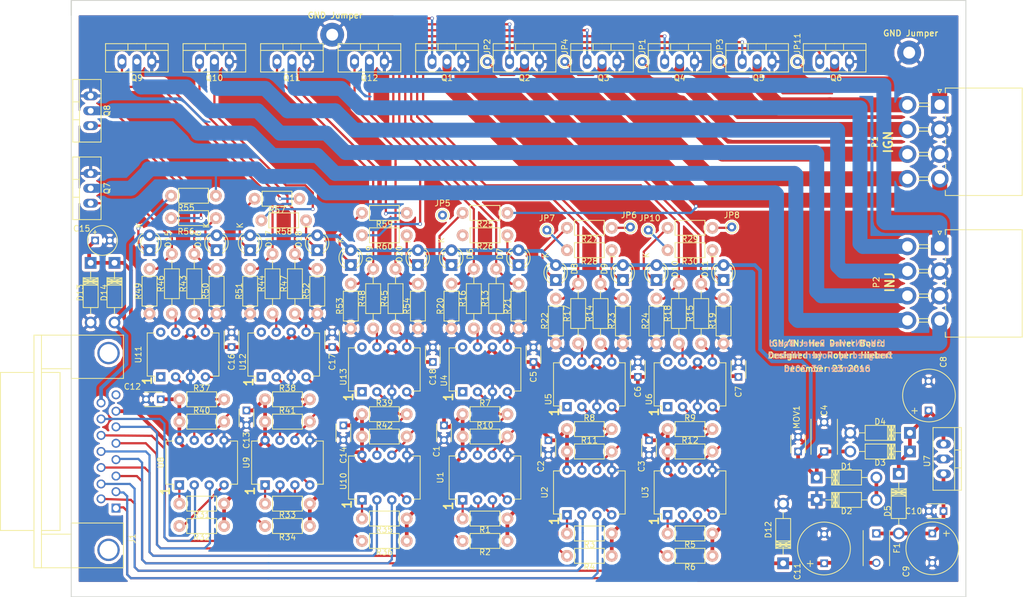
<source format=kicad_pcb>
(kicad_pcb (version 20171130) (host pcbnew "(5.1.6)-1")
  (layers (0 F.Cu signal) (31 B.Cu signal) (34 B.Paste user) (35 F.Paste user) (36 B.SilkS user) (37 F.SilkS user) (38 B.Mask user) (39 F.Mask user) (44 Edge.Cuts user))
  (net 0 "")
  (net 1 +5V)
  (net 2 GND)
  (net 3 VBatt)
  (net 4 "Net-(C8-Pad1)")
  (net 5 "Net-(C10-Pad1)")
  (net 6 "Net-(C15-Pad1)")
  (net 7 "Net-(D1-Pad2)")
  (net 8 IGNspare-cntrl)
  (net 9 IGN4&7-cntrl)
  (net 10 IGN10&5-cntrl)
  (net 11 INJspare-cntrl)
  (net 12 INJ5&8-cntrl)
  (net 13 INJ9&4-cntrl)
  (net 14 +5V_MS)
  (net 15 "Net-(J1-Pad8)")
  (net 16 IGN3&2-cntrl)
  (net 17 IGN9&8-cntrl)
  (net 18 IGN1&6-cntrl)
  (net 19 INJ7&2-cntrl)
  (net 20 INJ3&6-cntrl)
  (net 21 INJ1&10-cntrl)
  (net 22 IGN1&6)
  (net 23 IGNspare)
  (net 24 IGN10&5)
  (net 25 IGN9&8)
  (net 26 IGN4&7)
  (net 27 IGN3&2)
  (net 28 INJ1&10)
  (net 29 INJspare)
  (net 30 INJ9&4)
  (net 31 INJ3&6)
  (net 32 INJ5&8)
  (net 33 INJ7&2)
  (net 34 "Net-(Q1-Pad1)")
  (net 35 "Net-(Q2-Pad1)")
  (net 36 "Net-(Q3-Pad1)")
  (net 37 "Net-(Q4-Pad1)")
  (net 38 "Net-(Q5-Pad1)")
  (net 39 "Net-(Q6-Pad1)")
  (net 40 "Net-(Q7-Pad1)")
  (net 41 "Net-(Q8-Pad1)")
  (net 42 "Net-(Q9-Pad1)")
  (net 43 "Net-(Q10-Pad1)")
  (net 44 "Net-(Q11-Pad1)")
  (net 45 "Net-(Q12-Pad1)")
  (net 46 "Net-(R1-Pad1)")
  (net 47 "Net-(R2-Pad1)")
  (net 48 "Net-(R3-Pad1)")
  (net 49 "Net-(R4-Pad1)")
  (net 50 "Net-(R5-Pad1)")
  (net 51 "Net-(R6-Pad1)")
  (net 52 "Net-(R7-Pad1)")
  (net 53 "Net-(R8-Pad1)")
  (net 54 "Net-(R9-Pad1)")
  (net 55 "Net-(R10-Pad1)")
  (net 56 "Net-(R11-Pad1)")
  (net 57 "Net-(R12-Pad1)")
  (net 58 "Net-(R13-Pad1)")
  (net 59 "Net-(R14-Pad1)")
  (net 60 "Net-(R15-Pad1)")
  (net 61 "Net-(R16-Pad2)")
  (net 62 "Net-(R17-Pad2)")
  (net 63 "Net-(R18-Pad2)")
  (net 64 "Net-(R31-Pad1)")
  (net 65 "Net-(R32-Pad1)")
  (net 66 "Net-(R33-Pad1)")
  (net 67 "Net-(R34-Pad1)")
  (net 68 "Net-(R35-Pad1)")
  (net 69 "Net-(R36-Pad1)")
  (net 70 "Net-(R37-Pad1)")
  (net 71 "Net-(R38-Pad1)")
  (net 72 "Net-(R39-Pad1)")
  (net 73 "Net-(R40-Pad1)")
  (net 74 "Net-(R41-Pad1)")
  (net 75 "Net-(R42-Pad1)")
  (net 76 "Net-(R43-Pad1)")
  (net 77 "Net-(R44-Pad1)")
  (net 78 "Net-(R45-Pad1)")
  (net 79 "Net-(R46-Pad2)")
  (net 80 "Net-(R47-Pad2)")
  (net 81 "Net-(R48-Pad2)")
  (net 82 "Net-(U4-Pad1)")
  (net 83 "Net-(U4-Pad8)")
  (net 84 "Net-(U5-Pad1)")
  (net 85 "Net-(U5-Pad8)")
  (net 86 "Net-(U6-Pad1)")
  (net 87 "Net-(U6-Pad8)")
  (net 88 "Net-(U11-Pad1)")
  (net 89 "Net-(U11-Pad8)")
  (net 90 "Net-(U12-Pad1)")
  (net 91 "Net-(U12-Pad8)")
  (net 92 "Net-(U13-Pad1)")
  (net 93 "Net-(U13-Pad8)")
  (net 94 "Net-(D6-Pad2)")
  (net 95 "Net-(D7-Pad2)")
  (net 96 "Net-(D8-Pad2)")
  (net 97 "Net-(D9-Pad2)")
  (net 98 "Net-(D10-Pad2)")
  (net 99 "Net-(D11-Pad2)")
  (net 100 "Net-(D15-Pad2)")
  (net 101 "Net-(D16-Pad2)")
  (net 102 "Net-(D17-Pad2)")
  (net 103 "Net-(D18-Pad2)")
  (net 104 "Net-(D19-Pad2)")
  (net 105 "Net-(D20-Pad2)")
  (module Connect:DB15FC (layer F.Cu) (at 87.63 114.935 90)
    (fp_text reference J1 (at -14.859 4.064 90) (layer F.SilkS))
    (fp_text value DB15)
    (pad "" thru_hole circle (at 16.764 0 90) (size 3.81 3.81) (drill 3.048) (layers *.Cu *.Mask))
    (pad "" thru_hole circle (at -16.764 0 90) (size 3.81 3.81) (drill 3.048) (layers *.Cu *.Mask))
    (pad 1 thru_hole rect (at -9.652 1.27 90) (size 1.524 1.524) (drill 1.016) (layers *.Cu *.Mask) (net 8 IGNspare-cntrl))
    (pad 2 thru_hole circle (at -6.858 1.27 90) (size 1.524 1.524) (drill 1.016) (layers *.Cu *.Mask) (net 9 IGN4&7-cntrl))
    (pad 3 thru_hole circle (at -4.191 1.27 90) (size 1.524 1.524) (drill 1.016) (layers *.Cu *.Mask) (net 10 IGN10&5-cntrl))
    (pad 4 thru_hole circle (at -1.397 1.27 90) (size 1.524 1.524) (drill 1.016) (layers *.Cu *.Mask) (net 11 INJspare-cntrl))
    (pad 5 thru_hole circle (at 1.397 1.27 90) (size 1.524 1.524) (drill 1.016) (layers *.Cu *.Mask) (net 12 INJ5&8-cntrl))
    (pad 6 thru_hole circle (at 4.191 1.27 90) (size 1.524 1.524) (drill 1.016) (layers *.Cu *.Mask) (net 13 INJ9&4-cntrl))
    (pad 7 thru_hole circle (at 6.858 1.27 90) (size 1.524 1.524) (drill 1.016) (layers *.Cu *.Mask) (net 14 +5V_MS))
    (pad 8 thru_hole circle (at 9.652 1.27 90) (size 1.524 1.524) (drill 1.016) (layers *.Cu *.Mask) (net 15 "Net-(J1-Pad8)"))
    (pad 9 thru_hole circle (at -8.0772 -1.27 90) (size 1.524 1.524) (drill 1.016) (layers *.Cu *.Mask) (net 16 IGN3&2-cntrl))
    (pad 10 thru_hole circle (at -5.5372 -1.27 90) (size 1.524 1.524) (drill 1.016) (layers *.Cu *.Mask) (net 17 IGN9&8-cntrl))
    (pad 11 thru_hole circle (at -2.7432 -1.27 90) (size 1.524 1.524) (drill 1.016) (layers *.Cu *.Mask) (net 18 IGN1&6-cntrl))
    (pad 12 thru_hole circle (at 0 -1.27 90) (size 1.524 1.524) (drill 1.016) (layers *.Cu *.Mask) (net 19 INJ7&2-cntrl))
    (pad 13 thru_hole circle (at 2.7432 -1.27 90) (size 1.524 1.524) (drill 1.016) (layers *.Cu *.Mask) (net 20 INJ3&6-cntrl))
    (pad 14 thru_hole circle (at 5.5372 -1.27 90) (size 1.524 1.524) (drill 1.016) (layers *.Cu *.Mask) (net 21 INJ1&10-cntrl))
    (pad 15 thru_hole circle (at 8.2804 -1.27 90) (size 1.524 1.524) (drill 1.016) (layers *.Cu *.Mask) (net 3 VBatt))
  )
  (module Connect:PINTST (layer F.Cu) (at 125.73 43.942)
    (fp_text reference "" (at 0 -1.26746) (layer F.SilkS))
    (fp_text value "")
    (pad 1 thru_hole circle (at 0 0) (size 4.064 4.064) (drill 2.032) (layers *.Cu *.Mask) (net 2 GND))
  )
  (module Connect:PINTST (layer F.Cu) (at 224.028 46.99)
    (fp_text reference "" (at 0.18 -2.99) (layer F.SilkS))
    (fp_text value "")
    (pad 1 thru_hole circle (at 0 0) (size 4.064 4.064) (drill 2.032) (layers *.Cu *.Mask) (net 2 GND))
  )
  (module Connect:1pin (layer F.Cu) (at 204.978 48.514)
    (fp_text reference JP11 (at 0 -3.048 90) (layer F.SilkS))
    (fp_text value Jumper-Pad)
    (pad 1 thru_hole circle (at 0 0) (size 1.524 1.524) (drill 0.762) (layers *.Cu *.Mask) (net 23 IGNspare))
  )
  (module Connect:1pin (layer F.Cu) (at 179.578 77.216)
    (fp_text reference JP10 (at 0.254 -2.032) (layer F.SilkS))
    (fp_text value Jumper-Pad)
    (pad 1 thru_hole circle (at 0 0) (size 1.524 1.524) (drill 0.762) (layers *.Cu *.Mask) (net 23 IGNspare))
  )
  (module Connect:1pin (layer F.Cu) (at 193.802 76.708)
    (fp_text reference JP8 (at 0 -2.032) (layer F.SilkS))
    (fp_text value Jumper-Pad)
    (pad 1 thru_hole circle (at 0 0) (size 1.524 1.524) (drill 0.762) (layers *.Cu *.Mask) (net 27 IGN3&2))
  )
  (module Connect:1pin (layer F.Cu) (at 162.306 77.216)
    (fp_text reference JP7 (at 0 -2.032) (layer F.SilkS))
    (fp_text value Jumper-Pad)
    (pad 1 thru_hole circle (at 0 0) (size 1.524 1.524) (drill 0.762) (layers *.Cu *.Mask) (net 26 IGN4&7))
  )
  (module Connect:1pin (layer F.Cu) (at 176.53 76.708)
    (fp_text reference JP6 (at -0.254 -2.032) (layer F.SilkS))
    (fp_text value Jumper-Pad)
    (pad 1 thru_hole circle (at 0 0) (size 1.524 1.524) (drill 0.762) (layers *.Cu *.Mask) (net 25 IGN9&8))
  )
  (module Connect:1pin (layer F.Cu) (at 144.526 74.676)
    (fp_text reference JP5 (at 0 -2.032) (layer F.SilkS))
    (fp_text value Jumper-Pad)
    (pad 1 thru_hole circle (at 0 0) (size 1.524 1.524) (drill 0.762) (layers *.Cu *.Mask) (net 24 IGN10&5))
  )
  (module Connect:1pin (layer F.Cu) (at 165.354 48.514)
    (fp_text reference JP4 (at 0 -2.54 90) (layer F.SilkS))
    (fp_text value Jumper-Pad)
    (pad 1 thru_hole circle (at 0 0) (size 1.524 1.524) (drill 0.762) (layers *.Cu *.Mask) (net 25 IGN9&8))
  )
  (module Connect:1pin (layer F.Cu) (at 191.77 48.514)
    (fp_text reference JP3 (at 0 -2.54 90) (layer F.SilkS))
    (fp_text value Jumper-Pad)
    (pad 1 thru_hole circle (at 0 0) (size 1.524 1.524) (drill 0.762) (layers *.Cu *.Mask) (net 27 IGN3&2))
  )
  (module Connect:1pin (layer F.Cu) (at 152.146 48.514)
    (fp_text reference JP2 (at 0 -2.54 90) (layer F.SilkS))
    (fp_text value Jumper-Pad)
    (pad 1 thru_hole circle (at 0 0) (size 1.524 1.524) (drill 0.762) (layers *.Cu *.Mask) (net 24 IGN10&5))
  )
  (module Connect:1pin (layer F.Cu) (at 178.562 48.514)
    (fp_text reference JP1 (at 0 -2.54 90) (layer F.SilkS))
    (fp_text value Jumper-Pad)
    (pad 1 thru_hole circle (at 0 0) (size 1.524 1.524) (drill 0.762) (layers *.Cu *.Mask) (net 26 IGN4&7))
  )
  (module Capacitors_ThroughHole:C_Radial_D5_L6_P2.5 (layer F.Cu) (at 85.344 78.994)
    (fp_text reference C15 (at -2.286 -2.032) (layer F.SilkS))
    (fp_text value 4.7uF)
    (pad 1 thru_hole rect (at 0 0) (size 1.3 1.3) (drill 0.8) (layers *.Cu *.Mask) (net 6 "Net-(C15-Pad1)"))
    (pad 2 thru_hole circle (at 2.5 0) (size 1.3 1.3) (drill 0.8) (layers *.Cu *.Mask) (net 2 GND))
  )
  (module Capacitors_ThroughHole:C_Radial_D10_L13_P5 (layer F.Cu) (at 227.33 107.95 90)
    (fp_text reference C8 (at 8.255 2.54 90) (layer F.SilkS))
    (fp_text value 33uF)
    (pad 1 thru_hole rect (at 0 0 90) (size 1.3 1.3) (drill 0.8) (layers *.Cu *.Mask) (net 4 "Net-(C8-Pad1)"))
    (pad 2 thru_hole circle (at 5 0 90) (size 1.3 1.3) (drill 0.8) (layers *.Cu *.Mask) (net 2 GND))
  )
  (module Capacitors_ThroughHole:C_Radial_D10_L13_P5 (layer F.Cu) (at 227.965 128.905 270)
    (fp_text reference C9 (at 6.477 4.445 270) (layer F.SilkS))
    (fp_text value 33uF)
    (pad 1 thru_hole rect (at 0 0 270) (size 1.3 1.3) (drill 0.8) (layers *.Cu *.Mask) (net 5 "Net-(C10-Pad1)"))
    (pad 2 thru_hole circle (at 5 0 270) (size 1.3 1.3) (drill 0.8) (layers *.Cu *.Mask) (net 2 GND))
  )
  (module C_Tant_D.315_L.2 (layer F.Cu) (at 209.55 133.985 90)
    (fp_text reference C11 (at -1.397 -4.572 90) (layer F.SilkS))
    (fp_text value 47uF)
    (pad 1 thru_hole rect (at 0 0 90) (size 1.3 1.3) (drill 0.8) (layers *.Cu *.Mask) (net 1 +5V))
    (pad 2 thru_hole circle (at 5 0 90) (size 1.3 1.3) (drill 0.8) (layers *.Cu *.Mask) (net 2 GND))
  )
  (module Capacitors_ThroughHole:C_Disc_D3_P2.5 (layer F.Cu) (at 144.78 110.49 270)
    (fp_text reference C1 (at 4.445 1.27 270) (layer F.SilkS))
    (fp_text value 0.1uF)
    (pad 1 thru_hole rect (at 0 0 270) (size 1.3 1.3) (drill 0.8) (layers *.Cu *.Mask) (net 1 +5V))
    (pad 2 thru_hole circle (at 2.5 0 270) (size 1.3 1.3) (drill 0.8001) (layers *.Cu *.Mask) (net 2 GND))
  )
  (module Capacitors_ThroughHole:C_Disc_D3_P2.5 (layer F.Cu) (at 162.56 113.03 270)
    (fp_text reference C2 (at 4.445 1.27 270) (layer F.SilkS))
    (fp_text value 0.1uF)
    (pad 1 thru_hole rect (at 0 0 270) (size 1.3 1.3) (drill 0.8) (layers *.Cu *.Mask) (net 1 +5V))
    (pad 2 thru_hole circle (at 2.5 0 270) (size 1.3 1.3) (drill 0.8001) (layers *.Cu *.Mask) (net 2 GND))
  )
  (module Capacitors_ThroughHole:C_Disc_D3_P2.5 (layer F.Cu) (at 179.705 113.03 270)
    (fp_text reference C3 (at 4.445 1.27 270) (layer F.SilkS))
    (fp_text value 0.1uF)
    (pad 1 thru_hole rect (at 0 0 270) (size 1.3 1.3) (drill 0.8) (layers *.Cu *.Mask) (net 1 +5V))
    (pad 2 thru_hole circle (at 2.5 0 270) (size 1.3 1.3) (drill 0.8001) (layers *.Cu *.Mask) (net 2 GND))
  )
  (module Capacitors_ThroughHole:C_Disc_D6_P5 (layer F.Cu) (at 209.55 114.935 90)
    (fp_text reference C4 (at 6.985 0 90) (layer F.SilkS))
    (fp_text value 0.001uF)
    (pad 1 thru_hole rect (at 0 0 90) (size 1.4 1.4) (drill 0.9) (layers *.Cu *.Mask) (net 3 VBatt))
    (pad 2 thru_hole circle (at 5 0 90) (size 1.4 1.4) (drill 0.9) (layers *.Cu *.Mask) (net 2 GND))
  )
  (module Capacitors_ThroughHole:C_Disc_D3_P2.5 (layer F.Cu) (at 160.02 99.695 90)
    (fp_text reference C5 (at -2.54 0 90) (layer F.SilkS))
    (fp_text value 0.1uF)
    (pad 1 thru_hole rect (at 0 0 90) (size 1.3 1.3) (drill 0.8) (layers *.Cu *.Mask) (net 1 +5V))
    (pad 2 thru_hole circle (at 2.5 0 90) (size 1.3 1.3) (drill 0.8001) (layers *.Cu *.Mask) (net 2 GND))
  )
  (module Capacitors_ThroughHole:C_Disc_D3_P2.5 (layer F.Cu) (at 177.8 102.235 90)
    (fp_text reference C6 (at -2.54 0 90) (layer F.SilkS))
    (fp_text value 0.1uF)
    (pad 1 thru_hole rect (at 0 0 90) (size 1.3 1.3) (drill 0.8) (layers *.Cu *.Mask) (net 1 +5V))
    (pad 2 thru_hole circle (at 2.5 0 90) (size 1.3 1.3) (drill 0.8001) (layers *.Cu *.Mask) (net 2 GND))
  )
  (module Capacitors_ThroughHole:C_Disc_D3_P2.5 (layer F.Cu) (at 194.945 102.235 90)
    (fp_text reference C7 (at -2.54 0 90) (layer F.SilkS))
    (fp_text value 0.1uF)
    (pad 1 thru_hole rect (at 0 0 90) (size 1.3 1.3) (drill 0.8) (layers *.Cu *.Mask) (net 1 +5V))
    (pad 2 thru_hole circle (at 2.5 0 90) (size 1.3 1.3) (drill 0.8001) (layers *.Cu *.Mask) (net 2 GND))
  )
  (module Capacitors_ThroughHole:C_Disc_D3_P2.5 (layer F.Cu) (at 229.87 125.095 180)
    (fp_text reference C10 (at 5.08 0 180) (layer F.SilkS))
    (fp_text value 0.1uF)
    (pad 1 thru_hole rect (at 0 0 180) (size 1.3 1.3) (drill 0.8) (layers *.Cu *.Mask) (net 5 "Net-(C10-Pad1)"))
    (pad 2 thru_hole circle (at 2.5 0 180) (size 1.3 1.3) (drill 0.8001) (layers *.Cu *.Mask) (net 2 GND))
  )
  (module Capacitors_ThroughHole:C_Disc_D3_P2.5 (layer F.Cu) (at 96.52 106.045 180)
    (fp_text reference C12 (at 4.826 2.159 180) (layer F.SilkS))
    (fp_text value 0.1uF)
    (pad 1 thru_hole rect (at 0 0 180) (size 1.3 1.3) (drill 0.8) (layers *.Cu *.Mask) (net 1 +5V))
    (pad 2 thru_hole circle (at 2.5 0 180) (size 1.3 1.3) (drill 0.8001) (layers *.Cu *.Mask) (net 2 GND))
  )
  (module Capacitors_ThroughHole:C_Disc_D3_P2.5 (layer F.Cu) (at 111.125 107.95 270)
    (fp_text reference C13 (at 5.08 0 270) (layer F.SilkS))
    (fp_text value 0.1uF)
    (pad 1 thru_hole rect (at 0 0 270) (size 1.3 1.3) (drill 0.8) (layers *.Cu *.Mask) (net 1 +5V))
    (pad 2 thru_hole circle (at 2.5 0 270) (size 1.3 1.3) (drill 0.8001) (layers *.Cu *.Mask) (net 2 GND))
  )
  (module Capacitors_ThroughHole:C_Disc_D3_P2.5 (layer F.Cu) (at 127.635 110.49 270)
    (fp_text reference C14 (at 5.08 0 270) (layer F.SilkS))
    (fp_text value 0.1uF)
    (pad 1 thru_hole rect (at 0 0 270) (size 1.3 1.3) (drill 0.8) (layers *.Cu *.Mask) (net 1 +5V))
    (pad 2 thru_hole circle (at 2.5 0 270) (size 1.3 1.3) (drill 0.8001) (layers *.Cu *.Mask) (net 2 GND))
  )
  (module Capacitors_ThroughHole:C_Disc_D3_P2.5 (layer F.Cu) (at 108.585 97.155 90)
    (fp_text reference C16 (at -2.54 0 90) (layer F.SilkS))
    (fp_text value 0.1uF)
    (pad 1 thru_hole rect (at 0 0 90) (size 1.3 1.3) (drill 0.8) (layers *.Cu *.Mask) (net 6 "Net-(C15-Pad1)"))
    (pad 2 thru_hole circle (at 2.5 0 90) (size 1.3 1.3) (drill 0.8001) (layers *.Cu *.Mask) (net 2 GND))
  )
  (module Capacitors_ThroughHole:C_Disc_D3_P2.5 (layer F.Cu) (at 125.73 97.155 90)
    (fp_text reference C17 (at -2.54 0 90) (layer F.SilkS))
    (fp_text value 0.1uF)
    (pad 1 thru_hole rect (at 0 0 90) (size 1.3 1.3) (drill 0.8) (layers *.Cu *.Mask) (net 6 "Net-(C15-Pad1)"))
    (pad 2 thru_hole circle (at 2.5 0 90) (size 1.3 1.3) (drill 0.8001) (layers *.Cu *.Mask) (net 2 GND))
  )
  (module Capacitors_ThroughHole:C_Disc_D3_P2.5 (layer F.Cu) (at 142.875 99.695 90)
    (fp_text reference C18 (at -2.54 0 90) (layer F.SilkS))
    (fp_text value 0.1uF)
    (pad 1 thru_hole rect (at 0 0 90) (size 1.3 1.3) (drill 0.8) (layers *.Cu *.Mask) (net 6 "Net-(C15-Pad1)"))
    (pad 2 thru_hole circle (at 2.5 0 90) (size 1.3 1.3) (drill 0.8001) (layers *.Cu *.Mask) (net 2 GND))
  )
  (module Diodes_ThroughHole:Diode_DO-41_SOD81_Horizontal_RM10 (layer F.Cu) (at 208.28 119.38)
    (fp_text reference D1 (at 5.08 -1.905) (layer F.SilkS))
    (fp_text value 1N4001)
    (pad 2 thru_hole circle (at 10.16 -0.00254 180) (size 1.99898 1.99898) (drill 1.27) (layers *.Cu *.Mask) (net 7 "Net-(D1-Pad2)"))
    (pad 1 thru_hole rect (at 0 -0.00254 180) (size 1.99898 1.99898) (drill 1.00076) (layers *.Cu *.Mask) (net 3 VBatt))
  )
  (module Diodes_ThroughHole:Diode_DO-41_SOD81_Horizontal_RM10 (layer F.Cu) (at 208.28 123.19)
    (fp_text reference D2 (at 5.08 1.905) (layer F.SilkS))
    (fp_text value "12V 1W")
    (pad 2 thru_hole circle (at 10.16 -0.00254 180) (size 1.99898 1.99898) (drill 1.27) (layers *.Cu *.Mask) (net 7 "Net-(D1-Pad2)"))
    (pad 1 thru_hole rect (at 0 -0.00254 180) (size 1.99898 1.99898) (drill 1.00076) (layers *.Cu *.Mask) (net 2 GND))
  )
  (module Diodes_ThroughHole:Diode_DO-41_SOD81_Horizontal_RM10 (layer F.Cu) (at 224.155 114.935 180)
    (fp_text reference D3 (at 5.08 -1.905 180) (layer F.SilkS))
    (fp_text value 1N4001)
    (pad 2 thru_hole circle (at 10.16 -0.00254) (size 1.99898 1.99898) (drill 1.27) (layers *.Cu *.Mask) (net 3 VBatt))
    (pad 1 thru_hole rect (at 0 -0.00254) (size 1.99898 1.99898) (drill 1.00076) (layers *.Cu *.Mask) (net 4 "Net-(C8-Pad1)"))
  )
  (module Diodes_ThroughHole:Diode_DO-41_SOD81_Horizontal_RM10 (layer F.Cu) (at 224.155 111.76 180)
    (fp_text reference D4 (at 5.08 1.905 180) (layer F.SilkS))
    (fp_text value "22V 1W")
    (pad 2 thru_hole circle (at 10.16 -0.00254) (size 1.99898 1.99898) (drill 1.27) (layers *.Cu *.Mask) (net 2 GND))
    (pad 1 thru_hole rect (at 0 -0.00254) (size 1.99898 1.99898) (drill 1.00076) (layers *.Cu *.Mask) (net 4 "Net-(C8-Pad1)"))
  )
  (module LEDs:LED-3MM (layer F.Cu) (at 146.05 80.645 270)
    (fp_text reference D6 (at 0.635 -3.175 270) (layer F.SilkS))
    (fp_text value LED)
    (fp_text user K (at -1.69 1.74 270) (layer F.SilkS))
    (pad 1 thru_hole circle (at 0 0) (size 2 2) (drill 1.00076) (layers *.Cu *.Mask) (net 3 VBatt))
    (pad 2 thru_hole rect (at 2.54 0 270) (size 2 2) (drill 1.00076) (layers *.Cu *.Mask) (net 94 "Net-(D6-Pad2)"))
  )
  (module LEDs:LED-3MM (layer F.Cu) (at 157.48 80.645 270)
    (fp_text reference D7 (at 0.635 3.175 270) (layer F.SilkS))
    (fp_text value LED)
    (fp_text user K (at -1.69 1.74 270) (layer F.SilkS))
    (pad 1 thru_hole circle (at 0 0) (size 2 2) (drill 1.00076) (layers *.Cu *.Mask) (net 3 VBatt))
    (pad 2 thru_hole rect (at 2.54 0 270) (size 2 2) (drill 1.00076) (layers *.Cu *.Mask) (net 95 "Net-(D7-Pad2)"))
  )
  (module LEDs:LED-3MM (layer F.Cu) (at 163.83 83.185 270)
    (fp_text reference D8 (at 0.635 -3.175 270) (layer F.SilkS))
    (fp_text value LED)
    (fp_text user K (at -1.69 1.74 270) (layer F.SilkS))
    (pad 1 thru_hole circle (at 0 0) (size 2 2) (drill 1.00076) (layers *.Cu *.Mask) (net 3 VBatt))
    (pad 2 thru_hole rect (at 2.54 0 270) (size 2 2) (drill 1.00076) (layers *.Cu *.Mask) (net 96 "Net-(D8-Pad2)"))
  )
  (module LEDs:LED-3MM (layer F.Cu) (at 175.26 83.185 270)
    (fp_text reference D9 (at 0.635 3.175 270) (layer F.SilkS))
    (fp_text value LED)
    (fp_text user K (at -1.69 1.74 270) (layer F.SilkS))
    (pad 1 thru_hole circle (at 0 0) (size 2 2) (drill 1.00076) (layers *.Cu *.Mask) (net 3 VBatt))
    (pad 2 thru_hole rect (at 2.54 0 270) (size 2 2) (drill 1.00076) (layers *.Cu *.Mask) (net 97 "Net-(D9-Pad2)"))
  )
  (module LEDs:LED-3MM (layer F.Cu) (at 180.975 83.185 270)
    (fp_text reference D10 (at 0.635 -3.175 270) (layer F.SilkS))
    (fp_text value LED)
    (fp_text user K (at -1.69 1.74 270) (layer F.SilkS))
    (pad 1 thru_hole circle (at 0 0) (size 2 2) (drill 1.00076) (layers *.Cu *.Mask) (net 3 VBatt))
    (pad 2 thru_hole rect (at 2.54 0 270) (size 2 2) (drill 1.00076) (layers *.Cu *.Mask) (net 98 "Net-(D10-Pad2)"))
  )
  (module LEDs:LED-3MM (layer F.Cu) (at 192.405 83.185 270)
    (fp_text reference D11 (at 0.635 3.175 270) (layer F.SilkS))
    (fp_text value LED)
    (fp_text user K (at -1.69 1.74 270) (layer F.SilkS))
    (pad 1 thru_hole circle (at 0 0) (size 2 2) (drill 1.00076) (layers *.Cu *.Mask) (net 3 VBatt))
    (pad 2 thru_hole rect (at 2.54 0 270) (size 2 2) (drill 1.00076) (layers *.Cu *.Mask) (net 99 "Net-(D11-Pad2)"))
  )
  (module Diodes_ThroughHole:Diode_DO-41_SOD81_Horizontal_RM10 (layer F.Cu) (at 202.565 133.985 90)
    (fp_text reference D12 (at 5.715 -2.54 90) (layer F.SilkS))
    (fp_text value "5.6V 1W")
    (pad 2 thru_hole circle (at 10.16 -0.00254 270) (size 1.99898 1.99898) (drill 1.27) (layers *.Cu *.Mask) (net 2 GND))
    (pad 1 thru_hole rect (at 0 -0.00254 270) (size 1.99898 1.99898) (drill 1.00076) (layers *.Cu *.Mask) (net 1 +5V))
  )
  (module Diodes_ThroughHole:Diode_DO-41_SOD81_Horizontal_RM10 (layer F.Cu) (at 84.582 82.804 270)
    (fp_text reference D13 (at 5.08 1.778 270) (layer F.SilkS))
    (fp_text value 24V)
    (pad 2 thru_hole circle (at 10.16 -0.00254 90) (size 1.99898 1.99898) (drill 1.27) (layers *.Cu *.Mask) (net 2 GND))
    (pad 1 thru_hole rect (at 0 -0.00254 90) (size 1.99898 1.99898) (drill 1.00076) (layers *.Cu *.Mask) (net 6 "Net-(C15-Pad1)"))
  )
  (module Diodes_ThroughHole:Diode_DO-41_SOD81_Horizontal_RM10 (layer F.Cu) (at 88.646 82.804 270)
    (fp_text reference D14 (at 5.08 1.778 270) (layer F.SilkS))
    (fp_text value 1N4001)
    (pad 2 thru_hole circle (at 10.16 -0.00254 90) (size 1.99898 1.99898) (drill 1.27) (layers *.Cu *.Mask) (net 3 VBatt))
    (pad 1 thru_hole rect (at 0 -0.00254 90) (size 1.99898 1.99898) (drill 1.00076) (layers *.Cu *.Mask) (net 6 "Net-(C15-Pad1)"))
  )
  (module LEDs:LED-3MM (layer F.Cu) (at 94.615 78.105 270)
    (fp_text reference D15 (at 0.635 -3.175 270) (layer F.SilkS))
    (fp_text value LED)
    (fp_text user K (at -1.69 1.74 270) (layer F.SilkS))
    (pad 1 thru_hole circle (at 0 0) (size 2 2) (drill 1.00076) (layers *.Cu *.Mask) (net 3 VBatt))
    (pad 2 thru_hole rect (at 2.54 0 270) (size 2 2) (drill 1.00076) (layers *.Cu *.Mask) (net 100 "Net-(D15-Pad2)"))
  )
  (module LEDs:LED-3MM (layer F.Cu) (at 106.045 78.105 270)
    (fp_text reference D16 (at 0.635 3.175 270) (layer F.SilkS))
    (fp_text value LED)
    (fp_text user K (at -1.69 1.74 270) (layer F.SilkS))
    (pad 1 thru_hole circle (at 0 0) (size 2 2) (drill 1.00076) (layers *.Cu *.Mask) (net 3 VBatt))
    (pad 2 thru_hole rect (at 2.54 0 270) (size 2 2) (drill 1.00076) (layers *.Cu *.Mask) (net 101 "Net-(D16-Pad2)"))
  )
  (module LEDs:LED-3MM (layer F.Cu) (at 111.76 78.105 270)
    (fp_text reference D17 (at 0.635 -3.175 270) (layer F.SilkS))
    (fp_text value LED)
    (fp_text user K (at -1.69 1.74 270) (layer F.SilkS))
    (pad 1 thru_hole circle (at 0 0) (size 2 2) (drill 1.00076) (layers *.Cu *.Mask) (net 3 VBatt))
    (pad 2 thru_hole rect (at 2.54 0 270) (size 2 2) (drill 1.00076) (layers *.Cu *.Mask) (net 102 "Net-(D17-Pad2)"))
  )
  (module LEDs:LED-3MM (layer F.Cu) (at 123.19 78.105 270)
    (fp_text reference D18 (at 0.635 3.175 270) (layer F.SilkS))
    (fp_text value LED)
    (fp_text user K (at -1.69 1.74 270) (layer F.SilkS))
    (pad 1 thru_hole circle (at 0 0) (size 2 2) (drill 1.00076) (layers *.Cu *.Mask) (net 3 VBatt))
    (pad 2 thru_hole rect (at 2.54 0 270) (size 2 2) (drill 1.00076) (layers *.Cu *.Mask) (net 103 "Net-(D18-Pad2)"))
  )
  (module LEDs:LED-3MM (layer F.Cu) (at 128.905 80.645 270)
    (fp_text reference D19 (at 0.635 -3.175 270) (layer F.SilkS))
    (fp_text value LED)
    (fp_text user K (at -1.69 1.74 270) (layer F.SilkS))
    (pad 1 thru_hole circle (at 0 0) (size 2 2) (drill 1.00076) (layers *.Cu *.Mask) (net 3 VBatt))
    (pad 2 thru_hole rect (at 2.54 0 270) (size 2 2) (drill 1.00076) (layers *.Cu *.Mask) (net 104 "Net-(D19-Pad2)"))
  )
  (module LEDs:LED-3MM (layer F.Cu) (at 140.335 80.645 270)
    (fp_text reference D20 (at 0.635 3.175 270) (layer F.SilkS))
    (fp_text value LED)
    (fp_text user K (at -1.69 1.74 270) (layer F.SilkS))
    (pad 1 thru_hole circle (at 0 0) (size 2 2) (drill 1.00076) (layers *.Cu *.Mask) (net 3 VBatt))
    (pad 2 thru_hole rect (at 2.54 0 270) (size 2 2) (drill 1.00076) (layers *.Cu *.Mask) (net 105 "Net-(D20-Pad2)"))
  )
  (module Capacitors_ThroughHole:C_Disc_D6_P5 (layer F.Cu) (at 218.44 128.905 270)
    (fp_text reference F1 (at 2.5 -3.5 270) (layer F.SilkS))
    (fp_text value RXE050)
    (pad 1 thru_hole rect (at 0 0 270) (size 1.4 1.4) (drill 0.9) (layers *.Cu *.Mask) (net 5 "Net-(C10-Pad1)"))
    (pad 2 thru_hole circle (at 5 0 270) (size 1.4 1.4) (drill 0.9) (layers *.Cu *.Mask) (net 1 +5V))
  )
  (module Capacitors_ThroughHole:C_Disc_D3_P2.5 (layer F.Cu) (at 205.105 114.935 90)
    (fp_text reference MOV1 (at 5.842 -0.254 90) (layer F.SilkS))
    (fp_text value ERZ-V20D220)
    (pad 1 thru_hole rect (at 0 0 90) (size 1.3 1.3) (drill 0.8) (layers *.Cu *.Mask) (net 3 VBatt))
    (pad 2 thru_hole circle (at 2.5 0 90) (size 1.3 1.3) (drill 0.8001) (layers *.Cu *.Mask) (net 2 GND))
  )
  (module Connectors_Molex:Molex_MiniFit-JR-5569-08A2_2x04x4.20mm_Angled (layer F.Cu) (at 229.235 55.88 270)
    (fp_text reference P1 (at 6.35 11.049 270) (layer F.SilkS))
    (fp_text value Molex2x4MiniFit)
    (pad 1 thru_hole rect (at 0 0 270) (size 3 3) (drill 1.8) (layers *.Cu *.Mask) (net 23 IGNspare))
    (pad 2 thru_hole circle (at 4.2 0 270) (size 3 3) (drill 1.8) (layers *.Cu *.Mask) (net 2 GND))
    (pad 3 thru_hole circle (at 8.4 0 270) (size 3 3) (drill 1.8) (layers *.Cu *.Mask) (net 2 GND))
    (pad 4 thru_hole circle (at 12.6 0 270) (size 3 3) (drill 1.8) (layers *.Cu *.Mask) (net 22 IGN1&6))
    (pad 5 thru_hole circle (at 0 5.5 270) (size 3 3) (drill 1.8) (layers *.Cu *.Mask) (net 27 IGN3&2))
    (pad 6 thru_hole circle (at 4.2 5.5 270) (size 3 3) (drill 1.8) (layers *.Cu *.Mask) (net 26 IGN4&7))
    (pad 7 thru_hole circle (at 8.4 5.5 270) (size 3 3) (drill 1.8) (layers *.Cu *.Mask) (net 25 IGN9&8))
    (pad 8 thru_hole circle (at 12.6 5.5 270) (size 3 3) (drill 1.8) (layers *.Cu *.Mask) (net 24 IGN10&5))
    (pad "" np_thru_hole circle (at 0 -7.3 270) (size 3 3) (drill 3) (layers *.Cu))
    (pad "" np_thru_hole circle (at 12.6 -7.3 270) (size 3 3) (drill 3) (layers *.Cu))
  )
  (module Connectors_Molex:Molex_MiniFit-JR-5569-08A2_2x04x4.20mm_Angled (layer F.Cu) (at 229.235 80.01 270)
    (fp_text reference P2 (at 6.096 10.795 270) (layer F.SilkS))
    (fp_text value Molex2x4MiniFit)
    (pad 1 thru_hole rect (at 0 0 270) (size 3 3) (drill 1.8) (layers *.Cu *.Mask) (net 29 INJspare))
    (pad 2 thru_hole circle (at 4.2 0 270) (size 3 3) (drill 1.8) (layers *.Cu *.Mask) (net 2 GND))
    (pad 3 thru_hole circle (at 8.4 0 270) (size 3 3) (drill 1.8) (layers *.Cu *.Mask) (net 2 GND))
    (pad 4 thru_hole circle (at 12.6 0 270) (size 3 3) (drill 1.8) (layers *.Cu *.Mask) (net 28 INJ1&10))
    (pad 5 thru_hole circle (at 0 5.5 270) (size 3 3) (drill 1.8) (layers *.Cu *.Mask) (net 33 INJ7&2))
    (pad 6 thru_hole circle (at 4.2 5.5 270) (size 3 3) (drill 1.8) (layers *.Cu *.Mask) (net 32 INJ5&8))
    (pad 7 thru_hole circle (at 8.4 5.5 270) (size 3 3) (drill 1.8) (layers *.Cu *.Mask) (net 31 INJ3&6))
    (pad 8 thru_hole circle (at 12.6 5.5 270) (size 3 3) (drill 1.8) (layers *.Cu *.Mask) (net 30 INJ9&4))
    (pad "" np_thru_hole circle (at 0 -7.3 270) (size 3 3) (drill 3) (layers *.Cu))
    (pad "" np_thru_hole circle (at 12.6 -7.3 270) (size 3 3) (drill 3) (layers *.Cu))
  )
  (module TO_SOT_Packages_THT:TO-220_Neutral123_Vertical (layer F.Cu) (at 145.288 48.514)
    (fp_text reference Q1 (at 0 2.794) (layer F.SilkS))
    (fp_text value ISL9V3040P3)
    (pad 2 thru_hole oval (at 0 0 90) (size 2.49936 1.50114) (drill 1.00076) (layers *.Cu *.Mask) (net 22 IGN1&6))
    (pad 1 thru_hole oval (at -2.54 0 90) (size 2.49936 1.50114) (drill 1.00076) (layers *.Cu *.Mask) (net 34 "Net-(Q1-Pad1)"))
    (pad 3 thru_hole oval (at 2.54 0 90) (size 2.49936 1.50114) (drill 1.00076) (layers *.Cu *.Mask) (net 2 GND))
  )
  (module TO_SOT_Packages_THT:TO-220_Neutral123_Vertical (layer F.Cu) (at 158.496 48.514)
    (fp_text reference Q2 (at 0 2.794) (layer F.SilkS))
    (fp_text value ISL9V3040P3)
    (pad 2 thru_hole oval (at 0 0 90) (size 2.49936 1.50114) (drill 1.00076) (layers *.Cu *.Mask) (net 24 IGN10&5))
    (pad 1 thru_hole oval (at -2.54 0 90) (size 2.49936 1.50114) (drill 1.00076) (layers *.Cu *.Mask) (net 35 "Net-(Q2-Pad1)"))
    (pad 3 thru_hole oval (at 2.54 0 90) (size 2.49936 1.50114) (drill 1.00076) (layers *.Cu *.Mask) (net 2 GND))
  )
  (module TO_SOT_Packages_THT:TO-220_Neutral123_Vertical (layer F.Cu) (at 171.704 48.514)
    (fp_text reference Q3 (at 0.254 2.794) (layer F.SilkS))
    (fp_text value ISL9V3040P3)
    (pad 2 thru_hole oval (at 0 0 90) (size 2.49936 1.50114) (drill 1.00076) (layers *.Cu *.Mask) (net 25 IGN9&8))
    (pad 1 thru_hole oval (at -2.54 0 90) (size 2.49936 1.50114) (drill 1.00076) (layers *.Cu *.Mask) (net 36 "Net-(Q3-Pad1)"))
    (pad 3 thru_hole oval (at 2.54 0 90) (size 2.49936 1.50114) (drill 1.00076) (layers *.Cu *.Mask) (net 2 GND))
  )
  (module TO_SOT_Packages_THT:TO-220_Neutral123_Vertical (layer F.Cu) (at 184.912 48.514)
    (fp_text reference Q4 (at 0 2.794) (layer F.SilkS))
    (fp_text value ISL9V3040P3)
    (pad 2 thru_hole oval (at 0 0 90) (size 2.49936 1.50114) (drill 1.00076) (layers *.Cu *.Mask) (net 26 IGN4&7))
    (pad 1 thru_hole oval (at -2.54 0 90) (size 2.49936 1.50114) (drill 1.00076) (layers *.Cu *.Mask) (net 37 "Net-(Q4-Pad1)"))
    (pad 3 thru_hole oval (at 2.54 0 90) (size 2.49936 1.50114) (drill 1.00076) (layers *.Cu *.Mask) (net 2 GND))
  )
  (module TO_SOT_Packages_THT:TO-220_Neutral123_Vertical (layer F.Cu) (at 198.12 48.514)
    (fp_text reference Q5 (at 0.254 2.794) (layer F.SilkS))
    (fp_text value ISL9V3040P3)
    (pad 2 thru_hole oval (at 0 0 90) (size 2.49936 1.50114) (drill 1.00076) (layers *.Cu *.Mask) (net 27 IGN3&2))
    (pad 1 thru_hole oval (at -2.54 0 90) (size 2.49936 1.50114) (drill 1.00076) (layers *.Cu *.Mask) (net 38 "Net-(Q5-Pad1)"))
    (pad 3 thru_hole oval (at 2.54 0 90) (size 2.49936 1.50114) (drill 1.00076) (layers *.Cu *.Mask) (net 2 GND))
  )
  (module TO_SOT_Packages_THT:TO-220_Neutral123_Vertical (layer F.Cu) (at 211.328 48.514)
    (fp_text reference Q6 (at 0.254 2.794) (layer F.SilkS))
    (fp_text value ISL9V3040P3)
    (pad 2 thru_hole oval (at 0 0 90) (size 2.49936 1.50114) (drill 1.00076) (layers *.Cu *.Mask) (net 23 IGNspare))
    (pad 1 thru_hole oval (at -2.54 0 90) (size 2.49936 1.50114) (drill 1.00076) (layers *.Cu *.Mask) (net 39 "Net-(Q6-Pad1)"))
    (pad 3 thru_hole oval (at 2.54 0 90) (size 2.49936 1.50114) (drill 1.00076) (layers *.Cu *.Mask) (net 2 GND))
  )
  (module TO_SOT_Packages_THT:TO-220_Neutral123_Vertical (layer F.Cu) (at 84.582 70.104 90)
    (fp_text reference Q7 (at 0 2.794 90) (layer F.SilkS))
    (fp_text value AUIRF3205)
    (pad 2 thru_hole oval (at 0 0 180) (size 2.49936 1.50114) (drill 1.00076) (layers *.Cu *.Mask) (net 28 INJ1&10))
    (pad 1 thru_hole oval (at -2.54 0 180) (size 2.49936 1.50114) (drill 1.00076) (layers *.Cu *.Mask) (net 40 "Net-(Q7-Pad1)"))
    (pad 3 thru_hole oval (at 2.54 0 180) (size 2.49936 1.50114) (drill 1.00076) (layers *.Cu *.Mask) (net 2 GND))
  )
  (module TO_SOT_Packages_THT:TO-220_Neutral123_Vertical (layer F.Cu) (at 84.582 56.896 90)
    (fp_text reference Q8 (at 0 2.794 90) (layer F.SilkS))
    (fp_text value AUIRF3205)
    (pad 2 thru_hole oval (at 0 0 180) (size 2.49936 1.50114) (drill 1.00076) (layers *.Cu *.Mask) (net 30 INJ9&4))
    (pad 1 thru_hole oval (at -2.54 0 180) (size 2.49936 1.50114) (drill 1.00076) (layers *.Cu *.Mask) (net 41 "Net-(Q8-Pad1)"))
    (pad 3 thru_hole oval (at 2.54 0 180) (size 2.49936 1.50114) (drill 1.00076) (layers *.Cu *.Mask) (net 2 GND))
  )
  (module TO_SOT_Packages_THT:TO-220_Neutral123_Vertical (layer F.Cu) (at 92.456 48.514)
    (fp_text reference Q9 (at 0 2.794) (layer F.SilkS))
    (fp_text value AUIRF3205)
    (pad 2 thru_hole oval (at 0 0 90) (size 2.49936 1.50114) (drill 1.00076) (layers *.Cu *.Mask) (net 31 INJ3&6))
    (pad 1 thru_hole oval (at -2.54 0 90) (size 2.49936 1.50114) (drill 1.00076) (layers *.Cu *.Mask) (net 42 "Net-(Q9-Pad1)"))
    (pad 3 thru_hole oval (at 2.54 0 90) (size 2.49936 1.50114) (drill 1.00076) (layers *.Cu *.Mask) (net 2 GND))
  )
  (module TO_SOT_Packages_THT:TO-220_Neutral123_Vertical (layer F.Cu) (at 105.664 48.514)
    (fp_text reference Q10 (at 0 2.794) (layer F.SilkS))
    (fp_text value AUIRF3205)
    (pad 2 thru_hole oval (at 0 0 90) (size 2.49936 1.50114) (drill 1.00076) (layers *.Cu *.Mask) (net 32 INJ5&8))
    (pad 1 thru_hole oval (at -2.54 0 90) (size 2.49936 1.50114) (drill 1.00076) (layers *.Cu *.Mask) (net 43 "Net-(Q10-Pad1)"))
    (pad 3 thru_hole oval (at 2.54 0 90) (size 2.49936 1.50114) (drill 1.00076) (layers *.Cu *.Mask) (net 2 GND))
  )
  (module TO_SOT_Packages_THT:TO-220_Neutral123_Vertical (layer F.Cu) (at 118.872 48.514)
    (fp_text reference Q11 (at 0 2.794) (layer F.SilkS))
    (fp_text value AUIRF3205)
    (pad 2 thru_hole oval (at 0 0 90) (size 2.49936 1.50114) (drill 1.00076) (layers *.Cu *.Mask) (net 33 INJ7&2))
    (pad 1 thru_hole oval (at -2.54 0 90) (size 2.49936 1.50114) (drill 1.00076) (layers *.Cu *.Mask) (net 44 "Net-(Q11-Pad1)"))
    (pad 3 thru_hole oval (at 2.54 0 90) (size 2.49936 1.50114) (drill 1.00076) (layers *.Cu *.Mask) (net 2 GND))
  )
  (module TO_SOT_Packages_THT:TO-220_Neutral123_Vertical (layer F.Cu) (at 132.08 48.514)
    (fp_text reference Q12 (at 0 2.794) (layer F.SilkS))
    (fp_text value AUIRF3205)
    (pad 2 thru_hole oval (at 0 0 90) (size 2.49936 1.50114) (drill 1.00076) (layers *.Cu *.Mask) (net 29 INJspare))
    (pad 1 thru_hole oval (at -2.54 0 90) (size 2.49936 1.50114) (drill 1.00076) (layers *.Cu *.Mask) (net 45 "Net-(Q12-Pad1)"))
    (pad 3 thru_hole oval (at 2.54 0 90) (size 2.49936 1.50114) (drill 1.00076) (layers *.Cu *.Mask) (net 2 GND))
  )
  (module Resistors_ThroughHole:Resistor_Horizontal_RM7mm (layer F.Cu) (at 147.955 126.365)
    (fp_text reference R1 (at 3.81 1.905) (layer F.SilkS))
    (fp_text value 1k)
    (pad 1 thru_hole circle (at 0 0) (size 1.99898 1.99898) (drill 1.00076) (layers *.Cu *.SilkS *.Mask) (net 46 "Net-(R1-Pad1)"))
    (pad 2 thru_hole circle (at 7.62 0) (size 1.99898 1.99898) (drill 1.00076) (layers *.Cu *.SilkS *.Mask) (net 14 +5V_MS))
  )
  (module Resistors_ThroughHole:Resistor_Horizontal_RM7mm (layer F.Cu) (at 147.955 130.175)
    (fp_text reference R2 (at 3.81 1.905) (layer F.SilkS))
    (fp_text value 1k)
    (pad 1 thru_hole circle (at 0 0) (size 1.99898 1.99898) (drill 1.00076) (layers *.Cu *.SilkS *.Mask) (net 47 "Net-(R2-Pad1)"))
    (pad 2 thru_hole circle (at 7.62 0) (size 1.99898 1.99898) (drill 1.00076) (layers *.Cu *.SilkS *.Mask) (net 14 +5V_MS))
  )
  (module Resistors_ThroughHole:Resistor_Horizontal_RM7mm (layer F.Cu) (at 165.735 128.905)
    (fp_text reference R3 (at 3.81 1.905) (layer F.SilkS))
    (fp_text value 1k)
    (pad 1 thru_hole circle (at 0 0) (size 1.99898 1.99898) (drill 1.00076) (layers *.Cu *.SilkS *.Mask) (net 48 "Net-(R3-Pad1)"))
    (pad 2 thru_hole circle (at 7.62 0) (size 1.99898 1.99898) (drill 1.00076) (layers *.Cu *.SilkS *.Mask) (net 14 +5V_MS))
  )
  (module Resistors_ThroughHole:Resistor_Horizontal_RM7mm (layer F.Cu) (at 165.735 132.715)
    (fp_text reference R4 (at 3.81 1.905) (layer F.SilkS))
    (fp_text value 1k)
    (pad 1 thru_hole circle (at 0 0) (size 1.99898 1.99898) (drill 1.00076) (layers *.Cu *.SilkS *.Mask) (net 49 "Net-(R4-Pad1)"))
    (pad 2 thru_hole circle (at 7.62 0) (size 1.99898 1.99898) (drill 1.00076) (layers *.Cu *.SilkS *.Mask) (net 14 +5V_MS))
  )
  (module Resistors_ThroughHole:Resistor_Horizontal_RM7mm (layer F.Cu) (at 182.88 128.905)
    (fp_text reference R5 (at 3.81 1.905) (layer F.SilkS))
    (fp_text value 1k)
    (pad 1 thru_hole circle (at 0 0) (size 1.99898 1.99898) (drill 1.00076) (layers *.Cu *.SilkS *.Mask) (net 50 "Net-(R5-Pad1)"))
    (pad 2 thru_hole circle (at 7.62 0) (size 1.99898 1.99898) (drill 1.00076) (layers *.Cu *.SilkS *.Mask) (net 14 +5V_MS))
  )
  (module Resistors_ThroughHole:Resistor_Horizontal_RM7mm (layer F.Cu) (at 182.88 132.715)
    (fp_text reference R6 (at 3.81 1.905) (layer F.SilkS))
    (fp_text value 1k)
    (pad 1 thru_hole circle (at 0 0) (size 1.99898 1.99898) (drill 1.00076) (layers *.Cu *.SilkS *.Mask) (net 51 "Net-(R6-Pad1)"))
    (pad 2 thru_hole circle (at 7.62 0) (size 1.99898 1.99898) (drill 1.00076) (layers *.Cu *.SilkS *.Mask) (net 14 +5V_MS))
  )
  (module Resistors_ThroughHole:Resistor_Horizontal_RM7mm (layer F.Cu) (at 155.575 108.585 180)
    (fp_text reference R7 (at 3.81 1.905 180) (layer F.SilkS))
    (fp_text value 1k)
    (pad 1 thru_hole circle (at 0 0 180) (size 1.99898 1.99898) (drill 1.00076) (layers *.Cu *.SilkS *.Mask) (net 52 "Net-(R7-Pad1)"))
    (pad 2 thru_hole circle (at 7.62 0 180) (size 1.99898 1.99898) (drill 1.00076) (layers *.Cu *.SilkS *.Mask) (net 1 +5V))
  )
  (module Resistors_ThroughHole:Resistor_Horizontal_RM7mm (layer F.Cu) (at 173.355 111.125 180)
    (fp_text reference R8 (at 3.81 1.905 180) (layer F.SilkS))
    (fp_text value 1k)
    (pad 1 thru_hole circle (at 0 0 180) (size 1.99898 1.99898) (drill 1.00076) (layers *.Cu *.SilkS *.Mask) (net 53 "Net-(R8-Pad1)"))
    (pad 2 thru_hole circle (at 7.62 0 180) (size 1.99898 1.99898) (drill 1.00076) (layers *.Cu *.SilkS *.Mask) (net 1 +5V))
  )
  (module Resistors_ThroughHole:Resistor_Horizontal_RM7mm (layer F.Cu) (at 190.5 111.125 180)
    (fp_text reference R9 (at 3.81 1.905 180) (layer F.SilkS))
    (fp_text value 1k)
    (pad 1 thru_hole circle (at 0 0 180) (size 1.99898 1.99898) (drill 1.00076) (layers *.Cu *.SilkS *.Mask) (net 54 "Net-(R9-Pad1)"))
    (pad 2 thru_hole circle (at 7.62 0 180) (size 1.99898 1.99898) (drill 1.00076) (layers *.Cu *.SilkS *.Mask) (net 1 +5V))
  )
  (module Resistors_ThroughHole:Resistor_Horizontal_RM7mm (layer F.Cu) (at 155.575 112.395 180)
    (fp_text reference R10 (at 3.81 1.905 180) (layer F.SilkS))
    (fp_text value 1k)
    (pad 1 thru_hole circle (at 0 0 180) (size 1.99898 1.99898) (drill 1.00076) (layers *.Cu *.SilkS *.Mask) (net 55 "Net-(R10-Pad1)"))
    (pad 2 thru_hole circle (at 7.62 0 180) (size 1.99898 1.99898) (drill 1.00076) (layers *.Cu *.SilkS *.Mask) (net 1 +5V))
  )
  (module Resistors_ThroughHole:Resistor_Horizontal_RM7mm (layer F.Cu) (at 173.355 114.935 180)
    (fp_text reference R11 (at 3.81 1.905 180) (layer F.SilkS))
    (fp_text value 1k)
    (pad 1 thru_hole circle (at 0 0 180) (size 1.99898 1.99898) (drill 1.00076) (layers *.Cu *.SilkS *.Mask) (net 56 "Net-(R11-Pad1)"))
    (pad 2 thru_hole circle (at 7.62 0 180) (size 1.99898 1.99898) (drill 1.00076) (layers *.Cu *.SilkS *.Mask) (net 1 +5V))
  )
  (module Resistors_ThroughHole:Resistor_Horizontal_RM7mm (layer F.Cu) (at 190.5 114.935 180)
    (fp_text reference R12 (at 3.81 1.905 180) (layer F.SilkS))
    (fp_text value 1k)
    (pad 1 thru_hole circle (at 0 0 180) (size 1.99898 1.99898) (drill 1.00076) (layers *.Cu *.SilkS *.Mask) (net 57 "Net-(R12-Pad1)"))
    (pad 2 thru_hole circle (at 7.62 0 180) (size 1.99898 1.99898) (drill 1.00076) (layers *.Cu *.SilkS *.Mask) (net 1 +5V))
  )
  (module Resistors_ThroughHole:Resistor_Horizontal_RM10mm (layer F.Cu) (at 153.67 93.98 90)
    (fp_text reference R13 (at 5.08 -1.905 90) (layer F.SilkS))
    (fp_text value 22R)
    (pad 1 thru_hole circle (at 0 0 90) (size 1.99898 1.99898) (drill 1.00076) (layers *.Cu *.SilkS *.Mask) (net 58 "Net-(R13-Pad1)"))
    (pad 2 thru_hole circle (at 10.16 0 90) (size 1.99898 1.99898) (drill 1.00076) (layers *.Cu *.SilkS *.Mask) (net 35 "Net-(Q2-Pad1)"))
  )
  (module Resistors_ThroughHole:Resistor_Horizontal_RM10mm (layer F.Cu) (at 171.45 96.52 90)
    (fp_text reference R14 (at 5.08 -1.905 90) (layer F.SilkS))
    (fp_text value 22R)
    (pad 1 thru_hole circle (at 0 0 90) (size 1.99898 1.99898) (drill 1.00076) (layers *.Cu *.SilkS *.Mask) (net 59 "Net-(R14-Pad1)"))
    (pad 2 thru_hole circle (at 10.16 0 90) (size 1.99898 1.99898) (drill 1.00076) (layers *.Cu *.SilkS *.Mask) (net 37 "Net-(Q4-Pad1)"))
  )
  (module Resistors_ThroughHole:Resistor_Horizontal_RM10mm (layer F.Cu) (at 188.595 96.52 90)
    (fp_text reference R15 (at 5.08 -1.905 90) (layer F.SilkS))
    (fp_text value 22R)
    (pad 1 thru_hole circle (at 0 0 90) (size 1.99898 1.99898) (drill 1.00076) (layers *.Cu *.SilkS *.Mask) (net 60 "Net-(R15-Pad1)"))
    (pad 2 thru_hole circle (at 10.16 0 90) (size 1.99898 1.99898) (drill 1.00076) (layers *.Cu *.SilkS *.Mask) (net 39 "Net-(Q6-Pad1)"))
  )
  (module Resistors_ThroughHole:Resistor_Horizontal_RM10mm (layer F.Cu) (at 149.86 83.82 270)
    (fp_text reference R16 (at 5.08 1.905 270) (layer F.SilkS))
    (fp_text value 22R)
    (pad 1 thru_hole circle (at 0 0 270) (size 1.99898 1.99898) (drill 1.00076) (layers *.Cu *.SilkS *.Mask) (net 34 "Net-(Q1-Pad1)"))
    (pad 2 thru_hole circle (at 10.16 0 270) (size 1.99898 1.99898) (drill 1.00076) (layers *.Cu *.SilkS *.Mask) (net 61 "Net-(R16-Pad2)"))
  )
  (module Resistors_ThroughHole:Resistor_Horizontal_RM10mm (layer F.Cu) (at 167.64 86.36 270)
    (fp_text reference R17 (at 5.08 1.905 270) (layer F.SilkS))
    (fp_text value 22R)
    (pad 1 thru_hole circle (at 0 0 270) (size 1.99898 1.99898) (drill 1.00076) (layers *.Cu *.SilkS *.Mask) (net 36 "Net-(Q3-Pad1)"))
    (pad 2 thru_hole circle (at 10.16 0 270) (size 1.99898 1.99898) (drill 1.00076) (layers *.Cu *.SilkS *.Mask) (net 62 "Net-(R17-Pad2)"))
  )
  (module Resistors_ThroughHole:Resistor_Horizontal_RM10mm (layer F.Cu) (at 184.785 86.36 270)
    (fp_text reference R18 (at 5.08 1.905 270) (layer F.SilkS))
    (fp_text value 22R)
    (pad 1 thru_hole circle (at 0 0 270) (size 1.99898 1.99898) (drill 1.00076) (layers *.Cu *.SilkS *.Mask) (net 38 "Net-(Q5-Pad1)"))
    (pad 2 thru_hole circle (at 10.16 0 270) (size 1.99898 1.99898) (drill 1.00076) (layers *.Cu *.SilkS *.Mask) (net 63 "Net-(R18-Pad2)"))
  )
  (module Resistors_ThroughHole:Resistor_Horizontal_RM7mm (layer F.Cu) (at 192.405 88.9 270)
    (fp_text reference R19 (at 3.81 1.905 270) (layer F.SilkS))
    (fp_text value 10M)
    (pad 1 thru_hole circle (at 0 0 270) (size 1.99898 1.99898) (drill 1.00076) (layers *.Cu *.SilkS *.Mask) (net 39 "Net-(Q6-Pad1)"))
    (pad 2 thru_hole circle (at 7.62 0 270) (size 1.99898 1.99898) (drill 1.00076) (layers *.Cu *.SilkS *.Mask) (net 2 GND))
  )
  (module Resistors_ThroughHole:Resistor_Horizontal_RM7mm (layer F.Cu) (at 146.05 86.36 270)
    (fp_text reference R20 (at 3.81 1.905 270) (layer F.SilkS))
    (fp_text value 10M)
    (pad 1 thru_hole circle (at 0 0 270) (size 1.99898 1.99898) (drill 1.00076) (layers *.Cu *.SilkS *.Mask) (net 34 "Net-(Q1-Pad1)"))
    (pad 2 thru_hole circle (at 7.62 0 270) (size 1.99898 1.99898) (drill 1.00076) (layers *.Cu *.SilkS *.Mask) (net 2 GND))
  )
  (module Resistors_ThroughHole:Resistor_Horizontal_RM7mm (layer F.Cu) (at 157.48 86.36 270)
    (fp_text reference R21 (at 3.81 1.905 270) (layer F.SilkS))
    (fp_text value 10M)
    (pad 1 thru_hole circle (at 0 0 270) (size 1.99898 1.99898) (drill 1.00076) (layers *.Cu *.SilkS *.Mask) (net 35 "Net-(Q2-Pad1)"))
    (pad 2 thru_hole circle (at 7.62 0 270) (size 1.99898 1.99898) (drill 1.00076) (layers *.Cu *.SilkS *.Mask) (net 2 GND))
  )
  (module Resistors_ThroughHole:Resistor_Horizontal_RM7mm (layer F.Cu) (at 163.83 88.9 270)
    (fp_text reference R22 (at 3.81 1.905 270) (layer F.SilkS))
    (fp_text value 10M)
    (pad 1 thru_hole circle (at 0 0 270) (size 1.99898 1.99898) (drill 1.00076) (layers *.Cu *.SilkS *.Mask) (net 36 "Net-(Q3-Pad1)"))
    (pad 2 thru_hole circle (at 7.62 0 270) (size 1.99898 1.99898) (drill 1.00076) (layers *.Cu *.SilkS *.Mask) (net 2 GND))
  )
  (module Resistors_ThroughHole:Resistor_Horizontal_RM7mm (layer F.Cu) (at 175.26 88.9 270)
    (fp_text reference R23 (at 3.81 1.905 270) (layer F.SilkS))
    (fp_text value 10M)
    (pad 1 thru_hole circle (at 0 0 270) (size 1.99898 1.99898) (drill 1.00076) (layers *.Cu *.SilkS *.Mask) (net 37 "Net-(Q4-Pad1)"))
    (pad 2 thru_hole circle (at 7.62 0 270) (size 1.99898 1.99898) (drill 1.00076) (layers *.Cu *.SilkS *.Mask) (net 2 GND))
  )
  (module Resistors_ThroughHole:Resistor_Horizontal_RM7mm (layer F.Cu) (at 180.975 88.9 270)
    (fp_text reference R24 (at 3.81 1.905 270) (layer F.SilkS))
    (fp_text value 10M)
    (pad 1 thru_hole circle (at 0 0 270) (size 1.99898 1.99898) (drill 1.00076) (layers *.Cu *.SilkS *.Mask) (net 38 "Net-(Q5-Pad1)"))
    (pad 2 thru_hole circle (at 7.62 0 270) (size 1.99898 1.99898) (drill 1.00076) (layers *.Cu *.SilkS *.Mask) (net 2 GND))
  )
  (module Resistors_ThroughHole:Resistor_Horizontal_RM7mm (layer F.Cu) (at 155.575 74.295 180)
    (fp_text reference R25 (at 3.81 -1.905 180) (layer F.SilkS))
    (fp_text value 2.4k)
    (pad 1 thru_hole circle (at 0 0 180) (size 1.99898 1.99898) (drill 1.00076) (layers *.Cu *.SilkS *.Mask) (net 22 IGN1&6))
    (pad 2 thru_hole circle (at 7.62 0 180) (size 1.99898 1.99898) (drill 1.00076) (layers *.Cu *.SilkS *.Mask) (net 94 "Net-(D6-Pad2)"))
  )
  (module Resistors_ThroughHole:Resistor_Horizontal_RM7mm (layer F.Cu) (at 147.955 78.105)
    (fp_text reference R26 (at 3.81 1.905) (layer F.SilkS))
    (fp_text value 2.4k)
    (pad 1 thru_hole circle (at 0 0) (size 1.99898 1.99898) (drill 1.00076) (layers *.Cu *.SilkS *.Mask) (net 24 IGN10&5))
    (pad 2 thru_hole circle (at 7.62 0) (size 1.99898 1.99898) (drill 1.00076) (layers *.Cu *.SilkS *.Mask) (net 95 "Net-(D7-Pad2)"))
  )
  (module Resistors_ThroughHole:Resistor_Horizontal_RM7mm (layer F.Cu) (at 173.355 76.835 180)
    (fp_text reference R27 (at 3.81 -1.905 180) (layer F.SilkS))
    (fp_text value 2.4k)
    (pad 1 thru_hole circle (at 0 0 180) (size 1.99898 1.99898) (drill 1.00076) (layers *.Cu *.SilkS *.Mask) (net 25 IGN9&8))
    (pad 2 thru_hole circle (at 7.62 0 180) (size 1.99898 1.99898) (drill 1.00076) (layers *.Cu *.SilkS *.Mask) (net 96 "Net-(D8-Pad2)"))
  )
  (module Resistors_ThroughHole:Resistor_Horizontal_RM7mm (layer F.Cu) (at 165.735 80.645)
    (fp_text reference R28 (at 3.81 1.905) (layer F.SilkS))
    (fp_text value 2.4k)
    (pad 1 thru_hole circle (at 0 0) (size 1.99898 1.99898) (drill 1.00076) (layers *.Cu *.SilkS *.Mask) (net 26 IGN4&7))
    (pad 2 thru_hole circle (at 7.62 0) (size 1.99898 1.99898) (drill 1.00076) (layers *.Cu *.SilkS *.Mask) (net 97 "Net-(D9-Pad2)"))
  )
  (module Resistors_ThroughHole:Resistor_Horizontal_RM7mm (layer F.Cu) (at 190.5 76.835 180)
    (fp_text reference R29 (at 3.81 -1.905 180) (layer F.SilkS))
    (fp_text value 2.4k)
    (pad 1 thru_hole circle (at 0 0 180) (size 1.99898 1.99898) (drill 1.00076) (layers *.Cu *.SilkS *.Mask) (net 27 IGN3&2))
    (pad 2 thru_hole circle (at 7.62 0 180) (size 1.99898 1.99898) (drill 1.00076) (layers *.Cu *.SilkS *.Mask) (net 98 "Net-(D10-Pad2)"))
  )
  (module Resistors_ThroughHole:Resistor_Horizontal_RM7mm (layer F.Cu) (at 182.88 80.645)
    (fp_text reference R30 (at 3.81 1.905) (layer F.SilkS))
    (fp_text value 2.4k)
    (pad 1 thru_hole circle (at 0 0) (size 1.99898 1.99898) (drill 1.00076) (layers *.Cu *.SilkS *.Mask) (net 23 IGNspare))
    (pad 2 thru_hole circle (at 7.62 0) (size 1.99898 1.99898) (drill 1.00076) (layers *.Cu *.SilkS *.Mask) (net 99 "Net-(D11-Pad2)"))
  )
  (module Resistors_ThroughHole:Resistor_Horizontal_RM7mm (layer F.Cu) (at 99.695 123.825)
    (fp_text reference R31 (at 3.81 1.905) (layer F.SilkS))
    (fp_text value 1k)
    (pad 1 thru_hole circle (at 0 0) (size 1.99898 1.99898) (drill 1.00076) (layers *.Cu *.SilkS *.Mask) (net 64 "Net-(R31-Pad1)"))
    (pad 2 thru_hole circle (at 7.62 0) (size 1.99898 1.99898) (drill 1.00076) (layers *.Cu *.SilkS *.Mask) (net 14 +5V_MS))
  )
  (module Resistors_ThroughHole:Resistor_Horizontal_RM7mm (layer F.Cu) (at 99.695 127.635)
    (fp_text reference R32 (at 3.81 1.905) (layer F.SilkS))
    (fp_text value 1k)
    (pad 1 thru_hole circle (at 0 0) (size 1.99898 1.99898) (drill 1.00076) (layers *.Cu *.SilkS *.Mask) (net 65 "Net-(R32-Pad1)"))
    (pad 2 thru_hole circle (at 7.62 0) (size 1.99898 1.99898) (drill 1.00076) (layers *.Cu *.SilkS *.Mask) (net 14 +5V_MS))
  )
  (module Resistors_ThroughHole:Resistor_Horizontal_RM7mm (layer F.Cu) (at 114.3 123.825)
    (fp_text reference R33 (at 3.81 1.905) (layer F.SilkS))
    (fp_text value 1k)
    (pad 1 thru_hole circle (at 0 0) (size 1.99898 1.99898) (drill 1.00076) (layers *.Cu *.SilkS *.Mask) (net 66 "Net-(R33-Pad1)"))
    (pad 2 thru_hole circle (at 7.62 0) (size 1.99898 1.99898) (drill 1.00076) (layers *.Cu *.SilkS *.Mask) (net 14 +5V_MS))
  )
  (module Resistors_ThroughHole:Resistor_Horizontal_RM7mm (layer F.Cu) (at 114.3 127.635)
    (fp_text reference R34 (at 3.81 1.905) (layer F.SilkS))
    (fp_text value 1k)
    (pad 1 thru_hole circle (at 0 0) (size 1.99898 1.99898) (drill 1.00076) (layers *.Cu *.SilkS *.Mask) (net 67 "Net-(R34-Pad1)"))
    (pad 2 thru_hole circle (at 7.62 0) (size 1.99898 1.99898) (drill 1.00076) (layers *.Cu *.SilkS *.Mask) (net 14 +5V_MS))
  )
  (module Resistors_ThroughHole:Resistor_Horizontal_RM7mm (layer F.Cu) (at 130.81 126.365)
    (fp_text reference R35 (at 3.81 1.905) (layer F.SilkS))
    (fp_text value 1k)
    (pad 1 thru_hole circle (at 0 0) (size 1.99898 1.99898) (drill 1.00076) (layers *.Cu *.SilkS *.Mask) (net 68 "Net-(R35-Pad1)"))
    (pad 2 thru_hole circle (at 7.62 0) (size 1.99898 1.99898) (drill 1.00076) (layers *.Cu *.SilkS *.Mask) (net 14 +5V_MS))
  )
  (module Resistors_ThroughHole:Resistor_Horizontal_RM7mm (layer F.Cu) (at 130.81 130.175)
    (fp_text reference R36 (at 3.81 1.905) (layer F.SilkS))
    (fp_text value 1k)
    (pad 1 thru_hole circle (at 0 0) (size 1.99898 1.99898) (drill 1.00076) (layers *.Cu *.SilkS *.Mask) (net 69 "Net-(R36-Pad1)"))
    (pad 2 thru_hole circle (at 7.62 0) (size 1.99898 1.99898) (drill 1.00076) (layers *.Cu *.SilkS *.Mask) (net 14 +5V_MS))
  )
  (module Resistors_ThroughHole:Resistor_Horizontal_RM7mm (layer F.Cu) (at 107.315 106.045 180)
    (fp_text reference R37 (at 3.81 1.905 180) (layer F.SilkS))
    (fp_text value 1k)
    (pad 1 thru_hole circle (at 0 0 180) (size 1.99898 1.99898) (drill 1.00076) (layers *.Cu *.SilkS *.Mask) (net 70 "Net-(R37-Pad1)"))
    (pad 2 thru_hole circle (at 7.62 0 180) (size 1.99898 1.99898) (drill 1.00076) (layers *.Cu *.SilkS *.Mask) (net 1 +5V))
  )
  (module Resistors_ThroughHole:Resistor_Horizontal_RM7mm (layer F.Cu) (at 121.92 106.045 180)
    (fp_text reference R38 (at 3.81 1.905 180) (layer F.SilkS))
    (fp_text value 1k)
    (pad 1 thru_hole circle (at 0 0 180) (size 1.99898 1.99898) (drill 1.00076) (layers *.Cu *.SilkS *.Mask) (net 71 "Net-(R38-Pad1)"))
    (pad 2 thru_hole circle (at 7.62 0 180) (size 1.99898 1.99898) (drill 1.00076) (layers *.Cu *.SilkS *.Mask) (net 1 +5V))
  )
  (module Resistors_ThroughHole:Resistor_Horizontal_RM7mm (layer F.Cu) (at 138.43 108.585 180)
    (fp_text reference R39 (at 3.81 1.905 180) (layer F.SilkS))
    (fp_text value 1k)
    (pad 1 thru_hole circle (at 0 0 180) (size 1.99898 1.99898) (drill 1.00076) (layers *.Cu *.SilkS *.Mask) (net 72 "Net-(R39-Pad1)"))
    (pad 2 thru_hole circle (at 7.62 0 180) (size 1.99898 1.99898) (drill 1.00076) (layers *.Cu *.SilkS *.Mask) (net 1 +5V))
  )
  (module Resistors_ThroughHole:Resistor_Horizontal_RM7mm (layer F.Cu) (at 107.315 109.855 180)
    (fp_text reference R40 (at 3.81 1.905 180) (layer F.SilkS))
    (fp_text value 1k)
    (pad 1 thru_hole circle (at 0 0 180) (size 1.99898 1.99898) (drill 1.00076) (layers *.Cu *.SilkS *.Mask) (net 73 "Net-(R40-Pad1)"))
    (pad 2 thru_hole circle (at 7.62 0 180) (size 1.99898 1.99898) (drill 1.00076) (layers *.Cu *.SilkS *.Mask) (net 1 +5V))
  )
  (module Resistors_ThroughHole:Resistor_Horizontal_RM7mm (layer F.Cu) (at 121.92 109.855 180)
    (fp_text reference R41 (at 3.81 1.905 180) (layer F.SilkS))
    (fp_text value 1k)
    (pad 1 thru_hole circle (at 0 0 180) (size 1.99898 1.99898) (drill 1.00076) (layers *.Cu *.SilkS *.Mask) (net 74 "Net-(R41-Pad1)"))
    (pad 2 thru_hole circle (at 7.62 0 180) (size 1.99898 1.99898) (drill 1.00076) (layers *.Cu *.SilkS *.Mask) (net 1 +5V))
  )
  (module Resistors_ThroughHole:Resistor_Horizontal_RM7mm (layer F.Cu) (at 138.43 112.395 180)
    (fp_text reference R42 (at 3.81 1.905 180) (layer F.SilkS))
    (fp_text value 1k)
    (pad 1 thru_hole circle (at 0 0 180) (size 1.99898 1.99898) (drill 1.00076) (layers *.Cu *.SilkS *.Mask) (net 75 "Net-(R42-Pad1)"))
    (pad 2 thru_hole circle (at 7.62 0 180) (size 1.99898 1.99898) (drill 1.00076) (layers *.Cu *.SilkS *.Mask) (net 1 +5V))
  )
  (module Resistors_ThroughHole:Resistor_Horizontal_RM10mm (layer F.Cu) (at 102.235 91.44 90)
    (fp_text reference R43 (at 5.08 -1.905 90) (layer F.SilkS))
    (fp_text value 22R)
    (pad 1 thru_hole circle (at 0 0 90) (size 1.99898 1.99898) (drill 1.00076) (layers *.Cu *.SilkS *.Mask) (net 76 "Net-(R43-Pad1)"))
    (pad 2 thru_hole circle (at 10.16 0 90) (size 1.99898 1.99898) (drill 1.00076) (layers *.Cu *.SilkS *.Mask) (net 41 "Net-(Q8-Pad1)"))
  )
  (module Resistors_ThroughHole:Resistor_Horizontal_RM10mm (layer F.Cu) (at 119.38 91.44 90)
    (fp_text reference R44 (at 5.08 -5.715 90) (layer F.SilkS))
    (fp_text value 22R)
    (pad 1 thru_hole circle (at 0 0 90) (size 1.99898 1.99898) (drill 1.00076) (layers *.Cu *.SilkS *.Mask) (net 77 "Net-(R44-Pad1)"))
    (pad 2 thru_hole circle (at 10.16 0 90) (size 1.99898 1.99898) (drill 1.00076) (layers *.Cu *.SilkS *.Mask) (net 43 "Net-(Q10-Pad1)"))
  )
  (module Resistors_ThroughHole:Resistor_Horizontal_RM10mm (layer F.Cu) (at 136.525 93.98 90)
    (fp_text reference R45 (at 5.08 -1.905 90) (layer F.SilkS))
    (fp_text value 22R)
    (pad 1 thru_hole circle (at 0 0 90) (size 1.99898 1.99898) (drill 1.00076) (layers *.Cu *.SilkS *.Mask) (net 78 "Net-(R45-Pad1)"))
    (pad 2 thru_hole circle (at 10.16 0 90) (size 1.99898 1.99898) (drill 1.00076) (layers *.Cu *.SilkS *.Mask) (net 45 "Net-(Q12-Pad1)"))
  )
  (module Resistors_ThroughHole:Resistor_Horizontal_RM10mm (layer F.Cu) (at 98.425 81.28 270)
    (fp_text reference R46 (at 5.08 1.905 270) (layer F.SilkS))
    (fp_text value 22R)
    (pad 1 thru_hole circle (at 0 0 270) (size 1.99898 1.99898) (drill 1.00076) (layers *.Cu *.SilkS *.Mask) (net 40 "Net-(Q7-Pad1)"))
    (pad 2 thru_hole circle (at 10.16 0 270) (size 1.99898 1.99898) (drill 1.00076) (layers *.Cu *.SilkS *.Mask) (net 79 "Net-(R46-Pad2)"))
  )
  (module Resistors_ThroughHole:Resistor_Horizontal_RM10mm (layer F.Cu) (at 115.57 81.28 270)
    (fp_text reference R47 (at 5.08 -1.905 270) (layer F.SilkS))
    (fp_text value 22R)
    (pad 1 thru_hole circle (at 0 0 270) (size 1.99898 1.99898) (drill 1.00076) (layers *.Cu *.SilkS *.Mask) (net 42 "Net-(Q9-Pad1)"))
    (pad 2 thru_hole circle (at 10.16 0 270) (size 1.99898 1.99898) (drill 1.00076) (layers *.Cu *.SilkS *.Mask) (net 80 "Net-(R47-Pad2)"))
  )
  (module Resistors_ThroughHole:Resistor_Horizontal_RM10mm (layer F.Cu) (at 132.715 83.82 270)
    (fp_text reference R48 (at 5.08 1.905 270) (layer F.SilkS))
    (fp_text value 22R)
    (pad 1 thru_hole circle (at 0 0 270) (size 1.99898 1.99898) (drill 1.00076) (layers *.Cu *.SilkS *.Mask) (net 44 "Net-(Q11-Pad1)"))
    (pad 2 thru_hole circle (at 10.16 0 270) (size 1.99898 1.99898) (drill 1.00076) (layers *.Cu *.SilkS *.Mask) (net 81 "Net-(R48-Pad2)"))
  )
  (module Resistors_ThroughHole:Resistor_Horizontal_RM7mm (layer F.Cu) (at 94.615 83.82 270)
    (fp_text reference R49 (at 3.81 1.905 270) (layer F.SilkS))
    (fp_text value 10M)
    (pad 1 thru_hole circle (at 0 0 270) (size 1.99898 1.99898) (drill 1.00076) (layers *.Cu *.SilkS *.Mask) (net 40 "Net-(Q7-Pad1)"))
    (pad 2 thru_hole circle (at 7.62 0 270) (size 1.99898 1.99898) (drill 1.00076) (layers *.Cu *.SilkS *.Mask) (net 2 GND))
  )
  (module Resistors_ThroughHole:Resistor_Horizontal_RM7mm (layer F.Cu) (at 106.045 83.82 270)
    (fp_text reference R50 (at 3.81 1.905 270) (layer F.SilkS))
    (fp_text value 10M)
    (pad 1 thru_hole circle (at 0 0 270) (size 1.99898 1.99898) (drill 1.00076) (layers *.Cu *.SilkS *.Mask) (net 41 "Net-(Q8-Pad1)"))
    (pad 2 thru_hole circle (at 7.62 0 270) (size 1.99898 1.99898) (drill 1.00076) (layers *.Cu *.SilkS *.Mask) (net 2 GND))
  )
  (module Resistors_ThroughHole:Resistor_Horizontal_RM7mm (layer F.Cu) (at 111.76 83.82 270)
    (fp_text reference R51 (at 3.81 1.905 270) (layer F.SilkS))
    (fp_text value 10M)
    (pad 1 thru_hole circle (at 0 0 270) (size 1.99898 1.99898) (drill 1.00076) (layers *.Cu *.SilkS *.Mask) (net 42 "Net-(Q9-Pad1)"))
    (pad 2 thru_hole circle (at 7.62 0 270) (size 1.99898 1.99898) (drill 1.00076) (layers *.Cu *.SilkS *.Mask) (net 2 GND))
  )
  (module Resistors_ThroughHole:Resistor_Horizontal_RM7mm (layer F.Cu) (at 123.19 83.82 270)
    (fp_text reference R52 (at 3.81 1.905 270) (layer F.SilkS))
    (fp_text value 10M)
    (pad 1 thru_hole circle (at 0 0 270) (size 1.99898 1.99898) (drill 1.00076) (layers *.Cu *.SilkS *.Mask) (net 43 "Net-(Q10-Pad1)"))
    (pad 2 thru_hole circle (at 7.62 0 270) (size 1.99898 1.99898) (drill 1.00076) (layers *.Cu *.SilkS *.Mask) (net 2 GND))
  )
  (module Resistors_ThroughHole:Resistor_Horizontal_RM7mm (layer F.Cu) (at 128.905 86.36 270)
    (fp_text reference R53 (at 3.81 1.905 270) (layer F.SilkS))
    (fp_text value 10M)
    (pad 1 thru_hole circle (at 0 0 270) (size 1.99898 1.99898) (drill 1.00076) (layers *.Cu *.SilkS *.Mask) (net 44 "Net-(Q11-Pad1)"))
    (pad 2 thru_hole circle (at 7.62 0 270) (size 1.99898 1.99898) (drill 1.00076) (layers *.Cu *.SilkS *.Mask) (net 2 GND))
  )
  (module Resistors_ThroughHole:Resistor_Horizontal_RM7mm (layer F.Cu) (at 140.335 86.36 270)
    (fp_text reference R54 (at 3.81 1.905 270) (layer F.SilkS))
    (fp_text value 10M)
    (pad 1 thru_hole circle (at 0 0 270) (size 1.99898 1.99898) (drill 1.00076) (layers *.Cu *.SilkS *.Mask) (net 45 "Net-(Q12-Pad1)"))
    (pad 2 thru_hole circle (at 7.62 0 270) (size 1.99898 1.99898) (drill 1.00076) (layers *.Cu *.SilkS *.Mask) (net 2 GND))
  )
  (module Resistors_ThroughHole:Resistor_Horizontal_RM7mm (layer F.Cu) (at 105.918 71.374 180)
    (fp_text reference R55 (at 5.08 -2.032 180) (layer F.SilkS))
    (fp_text value 2.4k)
    (pad 1 thru_hole circle (at 0 0 180) (size 1.99898 1.99898) (drill 1.00076) (layers *.Cu *.SilkS *.Mask) (net 28 INJ1&10))
    (pad 2 thru_hole circle (at 7.62 0 180) (size 1.99898 1.99898) (drill 1.00076) (layers *.Cu *.SilkS *.Mask) (net 100 "Net-(D15-Pad2)"))
  )
  (module Resistors_ThroughHole:Resistor_Horizontal_RM7mm (layer F.Cu) (at 98.298 75.184)
    (fp_text reference R56 (at 2.54 2.286) (layer F.SilkS))
    (fp_text value 2.4k)
    (pad 1 thru_hole circle (at 0 0) (size 1.99898 1.99898) (drill 1.00076) (layers *.Cu *.SilkS *.Mask) (net 30 INJ9&4))
    (pad 2 thru_hole circle (at 7.62 0) (size 1.99898 1.99898) (drill 1.00076) (layers *.Cu *.SilkS *.Mask) (net 101 "Net-(D16-Pad2)"))
  )
  (module Resistors_ThroughHole:Resistor_Horizontal_RM7mm (layer F.Cu) (at 120.142 71.882 180)
    (fp_text reference R57 (at 3.81 -1.905 180) (layer F.SilkS))
    (fp_text value 2.4k)
    (pad 1 thru_hole circle (at 0 0 180) (size 1.99898 1.99898) (drill 1.00076) (layers *.Cu *.SilkS *.Mask) (net 31 INJ3&6))
    (pad 2 thru_hole circle (at 7.62 0 180) (size 1.99898 1.99898) (drill 1.00076) (layers *.Cu *.SilkS *.Mask) (net 102 "Net-(D17-Pad2)"))
  )
  (module Resistors_ThroughHole:Resistor_Horizontal_RM7mm (layer F.Cu) (at 113.665 75.565)
    (fp_text reference R58 (at 3.81 1.905) (layer F.SilkS))
    (fp_text value 2.4k)
    (pad 1 thru_hole circle (at 0 0) (size 1.99898 1.99898) (drill 1.00076) (layers *.Cu *.SilkS *.Mask) (net 32 INJ5&8))
    (pad 2 thru_hole circle (at 7.62 0) (size 1.99898 1.99898) (drill 1.00076) (layers *.Cu *.SilkS *.Mask) (net 103 "Net-(D18-Pad2)"))
  )
  (module Resistors_ThroughHole:Resistor_Horizontal_RM7mm (layer F.Cu) (at 138.43 74.295 180)
    (fp_text reference R59 (at 3.81 -1.905 180) (layer F.SilkS))
    (fp_text value 2.4k)
    (pad 1 thru_hole circle (at 0 0 180) (size 1.99898 1.99898) (drill 1.00076) (layers *.Cu *.SilkS *.Mask) (net 33 INJ7&2))
    (pad 2 thru_hole circle (at 7.62 0 180) (size 1.99898 1.99898) (drill 1.00076) (layers *.Cu *.SilkS *.Mask) (net 104 "Net-(D19-Pad2)"))
  )
  (module Resistors_ThroughHole:Resistor_Horizontal_RM7mm (layer F.Cu) (at 130.81 78.105)
    (fp_text reference R60 (at 3.81 1.905) (layer F.SilkS))
    (fp_text value 2.4k)
    (pad 1 thru_hole circle (at 0 0) (size 1.99898 1.99898) (drill 1.00076) (layers *.Cu *.SilkS *.Mask) (net 29 INJspare))
    (pad 2 thru_hole circle (at 7.62 0) (size 1.99898 1.99898) (drill 1.00076) (layers *.Cu *.SilkS *.Mask) (net 105 "Net-(D20-Pad2)"))
  )
  (module Housings_DIP:DIP-8_W7.62mm (layer F.Cu) (at 147.955 123.19 90)
    (fp_text reference U1 (at 3.81 -3.81 90) (layer F.SilkS))
    (fp_text value HCPL2631M)
    (pad 1 thru_hole rect (at 0 0 90) (size 1.6 1.6) (drill 0.8) (layers *.Cu *.Mask) (net 46 "Net-(R1-Pad1)"))
    (pad 2 thru_hole oval (at 0 2.54 90) (size 1.6 1.6) (drill 0.8) (layers *.Cu *.Mask) (net 18 IGN1&6-cntrl))
    (pad 3 thru_hole oval (at 0 5.08 90) (size 1.6 1.6) (drill 0.8) (layers *.Cu *.Mask) (net 10 IGN10&5-cntrl))
    (pad 4 thru_hole oval (at 0 7.62 90) (size 1.6 1.6) (drill 0.8) (layers *.Cu *.Mask) (net 47 "Net-(R2-Pad1)"))
    (pad 5 thru_hole oval (at 7.62 7.62 90) (size 1.6 1.6) (drill 0.8) (layers *.Cu *.Mask) (net 2 GND))
    (pad 6 thru_hole oval (at 7.62 5.08 90) (size 1.6 1.6) (drill 0.8) (layers *.Cu *.Mask) (net 55 "Net-(R10-Pad1)"))
    (pad 7 thru_hole oval (at 7.62 2.54 90) (size 1.6 1.6) (drill 0.8) (layers *.Cu *.Mask) (net 52 "Net-(R7-Pad1)"))
    (pad 8 thru_hole oval (at 7.62 0 90) (size 1.6 1.6) (drill 0.8) (layers *.Cu *.Mask) (net 1 +5V))
  )
  (module Housings_DIP:DIP-8_W7.62mm (layer F.Cu) (at 165.735 125.73 90)
    (fp_text reference U2 (at 3.81 -3.81 90) (layer F.SilkS))
    (fp_text value HCPL2631M)
    (pad 1 thru_hole rect (at 0 0 90) (size 1.6 1.6) (drill 0.8) (layers *.Cu *.Mask) (net 48 "Net-(R3-Pad1)"))
    (pad 2 thru_hole oval (at 0 2.54 90) (size 1.6 1.6) (drill 0.8) (layers *.Cu *.Mask) (net 17 IGN9&8-cntrl))
    (pad 3 thru_hole oval (at 0 5.08 90) (size 1.6 1.6) (drill 0.8) (layers *.Cu *.Mask) (net 9 IGN4&7-cntrl))
    (pad 4 thru_hole oval (at 0 7.62 90) (size 1.6 1.6) (drill 0.8) (layers *.Cu *.Mask) (net 49 "Net-(R4-Pad1)"))
    (pad 5 thru_hole oval (at 7.62 7.62 90) (size 1.6 1.6) (drill 0.8) (layers *.Cu *.Mask) (net 2 GND))
    (pad 6 thru_hole oval (at 7.62 5.08 90) (size 1.6 1.6) (drill 0.8) (layers *.Cu *.Mask) (net 56 "Net-(R11-Pad1)"))
    (pad 7 thru_hole oval (at 7.62 2.54 90) (size 1.6 1.6) (drill 0.8) (layers *.Cu *.Mask) (net 53 "Net-(R8-Pad1)"))
    (pad 8 thru_hole oval (at 7.62 0 90) (size 1.6 1.6) (drill 0.8) (layers *.Cu *.Mask) (net 1 +5V))
  )
  (module Housings_DIP:DIP-8_W7.62mm (layer F.Cu) (at 182.88 125.73 90)
    (fp_text reference U3 (at 3.81 -3.81 90) (layer F.SilkS))
    (fp_text value HCPL2631M)
    (pad 1 thru_hole rect (at 0 0 90) (size 1.6 1.6) (drill 0.8) (layers *.Cu *.Mask) (net 50 "Net-(R5-Pad1)"))
    (pad 2 thru_hole oval (at 0 2.54 90) (size 1.6 1.6) (drill 0.8) (layers *.Cu *.Mask) (net 16 IGN3&2-cntrl))
    (pad 3 thru_hole oval (at 0 5.08 90) (size 1.6 1.6) (drill 0.8) (layers *.Cu *.Mask) (net 8 IGNspare-cntrl))
    (pad 4 thru_hole oval (at 0 7.62 90) (size 1.6 1.6) (drill 0.8) (layers *.Cu *.Mask) (net 51 "Net-(R6-Pad1)"))
    (pad 5 thru_hole oval (at 7.62 7.62 90) (size 1.6 1.6) (drill 0.8) (layers *.Cu *.Mask) (net 2 GND))
    (pad 6 thru_hole oval (at 7.62 5.08 90) (size 1.6 1.6) (drill 0.8) (layers *.Cu *.Mask) (net 57 "Net-(R12-Pad1)"))
    (pad 7 thru_hole oval (at 7.62 2.54 90) (size 1.6 1.6) (drill 0.8) (layers *.Cu *.Mask) (net 54 "Net-(R9-Pad1)"))
    (pad 8 thru_hole oval (at 7.62 0 90) (size 1.6 1.6) (drill 0.8) (layers *.Cu *.Mask) (net 1 +5V))
  )
  (module Housings_DIP:DIP-8_W7.62mm (layer F.Cu) (at 147.955 104.775 90)
    (fp_text reference U4 (at 1.905 -3.175 90) (layer F.SilkS))
    (fp_text value IXDI604PI)
    (pad 1 thru_hole rect (at 0 0 90) (size 1.6 1.6) (drill 0.8) (layers *.Cu *.Mask) (net 82 "Net-(U4-Pad1)"))
    (pad 2 thru_hole oval (at 0 2.54 90) (size 1.6 1.6) (drill 0.8) (layers *.Cu *.Mask) (net 52 "Net-(R7-Pad1)"))
    (pad 3 thru_hole oval (at 0 5.08 90) (size 1.6 1.6) (drill 0.8) (layers *.Cu *.Mask) (net 2 GND))
    (pad 4 thru_hole oval (at 0 7.62 90) (size 1.6 1.6) (drill 0.8) (layers *.Cu *.Mask) (net 55 "Net-(R10-Pad1)"))
    (pad 5 thru_hole oval (at 7.62 7.62 90) (size 1.6 1.6) (drill 0.8) (layers *.Cu *.Mask) (net 58 "Net-(R13-Pad1)"))
    (pad 6 thru_hole oval (at 7.62 5.08 90) (size 1.6 1.6) (drill 0.8) (layers *.Cu *.Mask) (net 1 +5V))
    (pad 7 thru_hole oval (at 7.62 2.54 90) (size 1.6 1.6) (drill 0.8) (layers *.Cu *.Mask) (net 61 "Net-(R16-Pad2)"))
    (pad 8 thru_hole oval (at 7.62 0 90) (size 1.6 1.6) (drill 0.8) (layers *.Cu *.Mask) (net 83 "Net-(U4-Pad8)"))
  )
  (module Housings_DIP:DIP-8_W7.62mm (layer F.Cu) (at 165.735 107.315 90)
    (fp_text reference U5 (at 1.27 -3.175 90) (layer F.SilkS))
    (fp_text value IXDI604PI)
    (pad 1 thru_hole rect (at 0 0 90) (size 1.6 1.6) (drill 0.8) (layers *.Cu *.Mask) (net 84 "Net-(U5-Pad1)"))
    (pad 2 thru_hole oval (at 0 2.54 90) (size 1.6 1.6) (drill 0.8) (layers *.Cu *.Mask) (net 53 "Net-(R8-Pad1)"))
    (pad 3 thru_hole oval (at 0 5.08 90) (size 1.6 1.6) (drill 0.8) (layers *.Cu *.Mask) (net 2 GND))
    (pad 4 thru_hole oval (at 0 7.62 90) (size 1.6 1.6) (drill 0.8) (layers *.Cu *.Mask) (net 56 "Net-(R11-Pad1)"))
    (pad 5 thru_hole oval (at 7.62 7.62 90) (size 1.6 1.6) (drill 0.8) (layers *.Cu *.Mask) (net 59 "Net-(R14-Pad1)"))
    (pad 6 thru_hole oval (at 7.62 5.08 90) (size 1.6 1.6) (drill 0.8) (layers *.Cu *.Mask) (net 1 +5V))
    (pad 7 thru_hole oval (at 7.62 2.54 90) (size 1.6 1.6) (drill 0.8) (layers *.Cu *.Mask) (net 62 "Net-(R17-Pad2)"))
    (pad 8 thru_hole oval (at 7.62 0 90) (size 1.6 1.6) (drill 0.8) (layers *.Cu *.Mask) (net 85 "Net-(U5-Pad8)"))
  )
  (module Housings_DIP:DIP-8_W7.62mm (layer F.Cu) (at 182.88 107.315 90)
    (fp_text reference U6 (at 1.27 -3.175 90) (layer F.SilkS))
    (fp_text value IXDI604PI)
    (pad 1 thru_hole rect (at 0 0 90) (size 1.6 1.6) (drill 0.8) (layers *.Cu *.Mask) (net 86 "Net-(U6-Pad1)"))
    (pad 2 thru_hole oval (at 0 2.54 90) (size 1.6 1.6) (drill 0.8) (layers *.Cu *.Mask) (net 54 "Net-(R9-Pad1)"))
    (pad 3 thru_hole oval (at 0 5.08 90) (size 1.6 1.6) (drill 0.8) (layers *.Cu *.Mask) (net 2 GND))
    (pad 4 thru_hole oval (at 0 7.62 90) (size 1.6 1.6) (drill 0.8) (layers *.Cu *.Mask) (net 57 "Net-(R12-Pad1)"))
    (pad 5 thru_hole oval (at 7.62 7.62 90) (size 1.6 1.6) (drill 0.8) (layers *.Cu *.Mask) (net 60 "Net-(R15-Pad1)"))
    (pad 6 thru_hole oval (at 7.62 5.08 90) (size 1.6 1.6) (drill 0.8) (layers *.Cu *.Mask) (net 1 +5V))
    (pad 7 thru_hole oval (at 7.62 2.54 90) (size 1.6 1.6) (drill 0.8) (layers *.Cu *.Mask) (net 63 "Net-(R18-Pad2)"))
    (pad 8 thru_hole oval (at 7.62 0 90) (size 1.6 1.6) (drill 0.8) (layers *.Cu *.Mask) (net 87 "Net-(U6-Pad8)"))
  )
  (module TO_SOT_Packages_THT:TO-220_Neutral123_Vertical (layer F.Cu) (at 229.87 116.205 270)
    (fp_text reference U7 (at 0.381 2.794 270) (layer F.SilkS))
    (fp_text value LM2931AZ-5.0)
    (pad 2 thru_hole oval (at 0 0) (size 2.49936 1.50114) (drill 1.00076) (layers *.Cu *.Mask) (net 2 GND))
    (pad 1 thru_hole oval (at -2.54 0) (size 2.49936 1.50114) (drill 1.00076) (layers *.Cu *.Mask) (net 4 "Net-(C8-Pad1)"))
    (pad 3 thru_hole oval (at 2.54 0) (size 2.49936 1.50114) (drill 1.00076) (layers *.Cu *.Mask) (net 5 "Net-(C10-Pad1)"))
  )
  (module Housings_DIP:DIP-8_W7.62mm (layer F.Cu) (at 99.695 120.65 90)
    (fp_text reference U8 (at 3.81 -3.175 90) (layer F.SilkS))
    (fp_text value HCPL2631M)
    (pad 1 thru_hole rect (at 0 0 90) (size 1.6 1.6) (drill 0.8) (layers *.Cu *.Mask) (net 64 "Net-(R31-Pad1)"))
    (pad 2 thru_hole oval (at 0 2.54 90) (size 1.6 1.6) (drill 0.8) (layers *.Cu *.Mask) (net 21 INJ1&10-cntrl))
    (pad 3 thru_hole oval (at 0 5.08 90) (size 1.6 1.6) (drill 0.8) (layers *.Cu *.Mask) (net 13 INJ9&4-cntrl))
    (pad 4 thru_hole oval (at 0 7.62 90) (size 1.6 1.6) (drill 0.8) (layers *.Cu *.Mask) (net 65 "Net-(R32-Pad1)"))
    (pad 5 thru_hole oval (at 7.62 7.62 90) (size 1.6 1.6) (drill 0.8) (layers *.Cu *.Mask) (net 2 GND))
    (pad 6 thru_hole oval (at 7.62 5.08 90) (size 1.6 1.6) (drill 0.8) (layers *.Cu *.Mask) (net 73 "Net-(R40-Pad1)"))
    (pad 7 thru_hole oval (at 7.62 2.54 90) (size 1.6 1.6) (drill 0.8) (layers *.Cu *.Mask) (net 70 "Net-(R37-Pad1)"))
    (pad 8 thru_hole oval (at 7.62 0 90) (size 1.6 1.6) (drill 0.8) (layers *.Cu *.Mask) (net 1 +5V))
  )
  (module Housings_DIP:DIP-8_W7.62mm (layer F.Cu) (at 114.3 120.65 90)
    (fp_text reference U9 (at 3.81 -3.175 90) (layer F.SilkS))
    (fp_text value HCPL2631M)
    (pad 1 thru_hole rect (at 0 0 90) (size 1.6 1.6) (drill 0.8) (layers *.Cu *.Mask) (net 66 "Net-(R33-Pad1)"))
    (pad 2 thru_hole oval (at 0 2.54 90) (size 1.6 1.6) (drill 0.8) (layers *.Cu *.Mask) (net 20 INJ3&6-cntrl))
    (pad 3 thru_hole oval (at 0 5.08 90) (size 1.6 1.6) (drill 0.8) (layers *.Cu *.Mask) (net 12 INJ5&8-cntrl))
    (pad 4 thru_hole oval (at 0 7.62 90) (size 1.6 1.6) (drill 0.8) (layers *.Cu *.Mask) (net 67 "Net-(R34-Pad1)"))
    (pad 5 thru_hole oval (at 7.62 7.62 90) (size 1.6 1.6) (drill 0.8) (layers *.Cu *.Mask) (net 2 GND))
    (pad 6 thru_hole oval (at 7.62 5.08 90) (size 1.6 1.6) (drill 0.8) (layers *.Cu *.Mask) (net 74 "Net-(R41-Pad1)"))
    (pad 7 thru_hole oval (at 7.62 2.54 90) (size 1.6 1.6) (drill 0.8) (layers *.Cu *.Mask) (net 71 "Net-(R38-Pad1)"))
    (pad 8 thru_hole oval (at 7.62 0 90) (size 1.6 1.6) (drill 0.8) (layers *.Cu *.Mask) (net 1 +5V))
  )
  (module Housings_DIP:DIP-8_W7.62mm (layer F.Cu) (at 130.81 123.19 90)
    (fp_text reference U10 (at 3.175 -3.175 90) (layer F.SilkS))
    (fp_text value HCPL2631M)
    (pad 1 thru_hole rect (at 0 0 90) (size 1.6 1.6) (drill 0.8) (layers *.Cu *.Mask) (net 68 "Net-(R35-Pad1)"))
    (pad 2 thru_hole oval (at 0 2.54 90) (size 1.6 1.6) (drill 0.8) (layers *.Cu *.Mask) (net 19 INJ7&2-cntrl))
    (pad 3 thru_hole oval (at 0 5.08 90) (size 1.6 1.6) (drill 0.8) (layers *.Cu *.Mask) (net 11 INJspare-cntrl))
    (pad 4 thru_hole oval (at 0 7.62 90) (size 1.6 1.6) (drill 0.8) (layers *.Cu *.Mask) (net 69 "Net-(R36-Pad1)"))
    (pad 5 thru_hole oval (at 7.62 7.62 90) (size 1.6 1.6) (drill 0.8) (layers *.Cu *.Mask) (net 2 GND))
    (pad 6 thru_hole oval (at 7.62 5.08 90) (size 1.6 1.6) (drill 0.8) (layers *.Cu *.Mask) (net 75 "Net-(R42-Pad1)"))
    (pad 7 thru_hole oval (at 7.62 2.54 90) (size 1.6 1.6) (drill 0.8) (layers *.Cu *.Mask) (net 72 "Net-(R39-Pad1)"))
    (pad 8 thru_hole oval (at 7.62 0 90) (size 1.6 1.6) (drill 0.8) (layers *.Cu *.Mask) (net 1 +5V))
  )
  (module Housings_DIP:DIP-8_W7.62mm (layer F.Cu) (at 96.52 102.235 90)
    (fp_text reference U11 (at 3.81 -3.81 90) (layer F.SilkS))
    (fp_text value IXDI604PI)
    (pad 1 thru_hole rect (at 0 0 90) (size 1.6 1.6) (drill 0.8) (layers *.Cu *.Mask) (net 88 "Net-(U11-Pad1)"))
    (pad 2 thru_hole oval (at 0 2.54 90) (size 1.6 1.6) (drill 0.8) (layers *.Cu *.Mask) (net 70 "Net-(R37-Pad1)"))
    (pad 3 thru_hole oval (at 0 5.08 90) (size 1.6 1.6) (drill 0.8) (layers *.Cu *.Mask) (net 2 GND))
    (pad 4 thru_hole oval (at 0 7.62 90) (size 1.6 1.6) (drill 0.8) (layers *.Cu *.Mask) (net 73 "Net-(R40-Pad1)"))
    (pad 5 thru_hole oval (at 7.62 7.62 90) (size 1.6 1.6) (drill 0.8) (layers *.Cu *.Mask) (net 76 "Net-(R43-Pad1)"))
    (pad 6 thru_hole oval (at 7.62 5.08 90) (size 1.6 1.6) (drill 0.8) (layers *.Cu *.Mask) (net 6 "Net-(C15-Pad1)"))
    (pad 7 thru_hole oval (at 7.62 2.54 90) (size 1.6 1.6) (drill 0.8) (layers *.Cu *.Mask) (net 79 "Net-(R46-Pad2)"))
    (pad 8 thru_hole oval (at 7.62 0 90) (size 1.6 1.6) (drill 0.8) (layers *.Cu *.Mask) (net 89 "Net-(U11-Pad8)"))
  )
  (module Housings_DIP:DIP-8_W7.62mm (layer F.Cu) (at 113.665 102.235 90)
    (fp_text reference U12 (at 2.54 -3.175 90) (layer F.SilkS))
    (fp_text value IXDI604PI)
    (pad 1 thru_hole rect (at 0 0 90) (size 1.6 1.6) (drill 0.8) (layers *.Cu *.Mask) (net 90 "Net-(U12-Pad1)"))
    (pad 2 thru_hole oval (at 0 2.54 90) (size 1.6 1.6) (drill 0.8) (layers *.Cu *.Mask) (net 71 "Net-(R38-Pad1)"))
    (pad 3 thru_hole oval (at 0 5.08 90) (size 1.6 1.6) (drill 0.8) (layers *.Cu *.Mask) (net 2 GND))
    (pad 4 thru_hole oval (at 0 7.62 90) (size 1.6 1.6) (drill 0.8) (layers *.Cu *.Mask) (net 74 "Net-(R41-Pad1)"))
    (pad 5 thru_hole oval (at 7.62 7.62 90) (size 1.6 1.6) (drill 0.8) (layers *.Cu *.Mask) (net 77 "Net-(R44-Pad1)"))
    (pad 6 thru_hole oval (at 7.62 5.08 90) (size 1.6 1.6) (drill 0.8) (layers *.Cu *.Mask) (net 6 "Net-(C15-Pad1)"))
    (pad 7 thru_hole oval (at 7.62 2.54 90) (size 1.6 1.6) (drill 0.8) (layers *.Cu *.Mask) (net 80 "Net-(R47-Pad2)"))
    (pad 8 thru_hole oval (at 7.62 0 90) (size 1.6 1.6) (drill 0.8) (layers *.Cu *.Mask) (net 91 "Net-(U12-Pad8)"))
  )
  (module Housings_DIP:DIP-8_W7.62mm (layer F.Cu) (at 130.81 104.775 90)
    (fp_text reference U13 (at 2.54 -3.175 90) (layer F.SilkS))
    (fp_text value IXDI604PI)
    (pad 1 thru_hole rect (at 0 0 90) (size 1.6 1.6) (drill 0.8) (layers *.Cu *.Mask) (net 92 "Net-(U13-Pad1)"))
    (pad 2 thru_hole oval (at 0 2.54 90) (size 1.6 1.6) (drill 0.8) (layers *.Cu *.Mask) (net 72 "Net-(R39-Pad1)"))
    (pad 3 thru_hole oval (at 0 5.08 90) (size 1.6 1.6) (drill 0.8) (layers *.Cu *.Mask) (net 2 GND))
    (pad 4 thru_hole oval (at 0 7.62 90) (size 1.6 1.6) (drill 0.8) (layers *.Cu *.Mask) (net 75 "Net-(R42-Pad1)"))
    (pad 5 thru_hole oval (at 7.62 7.62 90) (size 1.6 1.6) (drill 0.8) (layers *.Cu *.Mask) (net 78 "Net-(R45-Pad1)"))
    (pad 6 thru_hole oval (at 7.62 5.08 90) (size 1.6 1.6) (drill 0.8) (layers *.Cu *.Mask) (net 6 "Net-(C15-Pad1)"))
    (pad 7 thru_hole oval (at 7.62 2.54 90) (size 1.6 1.6) (drill 0.8) (layers *.Cu *.Mask) (net 81 "Net-(R48-Pad2)"))
    (pad 8 thru_hole oval (at 7.62 0 90) (size 1.6 1.6) (drill 0.8) (layers *.Cu *.Mask) (net 93 "Net-(U13-Pad8)"))
  )
  (module Diodes_ThroughHole:Diode_DO-41_SOD81_Horizontal_RM10 (layer F.Cu) (at 222.25 118.745 270)
    (fp_text reference D5 (at 6.35 1.905 270) (layer F.SilkS))
    (fp_text value 1N4001)
    (pad 2 thru_hole circle (at 10.16 -0.00254 90) (size 1.99898 1.99898) (drill 1.27) (layers *.Cu *.Mask) (net 5 "Net-(C10-Pad1)"))
    (pad 1 thru_hole rect (at 0 -0.00254 90) (size 1.99898 1.99898) (drill 1.00076) (layers *.Cu *.Mask) (net 4 "Net-(C8-Pad1)"))
  )
  (gr_text INJ (at 220.726 86.106 90) (layer F.SilkS) (effects (font (size 1.5 1.5) (thickness 0.3))))
  (gr_text IGN (at 220.472 62.23 90) (layer F.SilkS) (effects (font (size 1.5 1.5) (thickness 0.3))))
  (gr_text "GND Jumper" (at 224.282 43.688) (layer F.SilkS) (effects (font (size 1.016 1.016) (thickness 0.1905))))
  (gr_text "GND Jumper" (at 126.238 40.64) (layer F.SilkS) (effects (font (size 1.016 1.016) (thickness 0.1905))))
  (gr_text "December 23 2016" (at 210.058 100.838) (layer B.SilkS) (effects (font (size 1.016 1.016) (thickness 0.1905)) (justify mirror)))
  (gr_text "Designed by Robert Hiebert" (at 210.566 98.552) (layer B.SilkS) (effects (font (size 1.016 1.016) (thickness 0.1905)) (justify mirror)))
  (gr_text "IGN/INJ Hex Driver Board" (at 210.058 96.52) (layer B.SilkS) (effects (font (size 1.016 1.016) (thickness 0.1905)) (justify mirror)))
  (gr_text "IGN/INJ Hex Driver Board" (at 210.058 96.52) (layer F.SilkS) (effects (font (size 1.016 1.016) (thickness 0.1905))))
  (gr_text "Designed by Robert Hiebert" (at 210.566 98.552) (layer F.SilkS) (effects (font (size 1.016 1.016) (thickness 0.1905))))
  (gr_text "December 23 2016" (at 210.058 100.838) (layer F.SilkS) (effects (font (size 1.016 1.016) (thickness 0.1905))))
  (gr_text "December 23 2016" (at 210.058 100.838) (layer F.SilkS) (effects (font (size 1.016 1.016) (thickness 0.1905))))
  (gr_text "Designed by Robert Hiebert" (at 210.566 98.552) (layer F.SilkS) (effects (font (size 1.016 1.016) (thickness 0.1905))))
  (gr_text "IGN/INJ Hex Driver Board" (at 210.058 96.52) (layer F.SilkS) (effects (font (size 1.016 1.016) (thickness 0.1905))))
  (gr_text 1 (at 94.234 102.87 90) (layer F.SilkS) (effects (font (size 1.5 1.5) (thickness 0.3))))
  (gr_text 1 (at 111.506 103.124 90) (layer F.SilkS) (effects (font (size 1.5 1.5) (thickness 0.3))))
  (gr_text 1 (at 128.524 105.664 90) (layer F.SilkS) (effects (font (size 1.5 1.5) (thickness 0.3))))
  (gr_text 1 (at 145.542 105.664 90) (layer F.SilkS) (effects (font (size 1.5 1.5) (thickness 0.3))))
  (gr_text 1 (at 97.282 121.666 90) (layer F.SilkS) (effects (font (size 1.5 1.5) (thickness 0.3))))
  (gr_text 1 (at 111.76 121.666 90) (layer F.SilkS) (effects (font (size 1.5 1.5) (thickness 0.3))))
  (gr_text 1 (at 128.27 123.952 90) (layer F.SilkS) (effects (font (size 1.5 1.5) (thickness 0.3))))
  (gr_text 1 (at 145.542 124.206 90) (layer F.SilkS) (effects (font (size 1.5 1.5) (thickness 0.3))))
  (gr_text 1 (at 163.576 126.746 90) (layer F.SilkS) (effects (font (size 1.5 1.5) (thickness 0.3))))
  (gr_text 1 (at 180.594 126.746 90) (layer F.SilkS) (effects (font (size 1.5 1.5) (thickness 0.3))))
  (gr_text 1 (at 163.576 108.204 90) (layer F.SilkS) (effects (font (size 1.5 1.5) (thickness 0.3))))
  (gr_text 1 (at 180.594 108.204 90) (layer F.SilkS) (effects (font (size 1.5 1.5) (thickness 0.3))))
  (gr_line (start 81.28 40.64) (end 81.28 38.1) (angle 90) (layer Edge.Cuts) (width 0.15))
  (gr_line (start 81.28 38.1) (end 81.28 40.64) (angle 90) (layer Edge.Cuts) (width 0.15))
  (gr_line (start 81.28 139.7) (end 81.28 38.1) (angle 90) (layer Edge.Cuts) (width 0.15))
  (gr_line (start 233.68 139.7) (end 81.28 139.7) (angle 90) (layer Edge.Cuts) (width 0.15))
  (gr_line (start 233.68 38.1) (end 233.68 139.7) (angle 90) (layer Edge.Cuts) (width 0.15))
  (gr_line (start 81.28 38.1) (end 233.68 38.1) (angle 90) (layer Edge.Cuts) (width 0.15))
  (segment (start 99.695 113.03) (end 99.695 113.411) (width 0.635) (layer F.Cu) (net 1))
  (segment (start 99.695 113.411) (end 101.346 115.062) (width 0.635) (layer F.Cu) (net 1))
  (segment (start 112.268 115.062) (end 114.3 113.03) (width 0.635) (layer F.Cu) (net 1))
  (segment (start 101.346 115.062) (end 112.268 115.062) (width 0.635) (layer F.Cu) (net 1))
  (segment (start 99.695 109.855) (end 99.695 113.03) (width 0.635) (layer F.Cu) (net 1))
  (segment (start 99.695 106.045) (end 99.695 109.855) (width 0.635) (layer F.Cu) (net 1))
  (segment (start 96.52 106.045) (end 99.695 106.045) (width 0.635) (layer F.Cu) (net 1))
  (segment (start 114.3 113.03) (end 114.3 113.284) (width 0.635) (layer F.Cu) (net 1))
  (segment (start 114.3 113.284) (end 116.078 115.062) (width 0.635) (layer F.Cu) (net 1))
  (segment (start 116.078 115.062) (end 130.302 115.062) (width 0.635) (layer F.Cu) (net 1))
  (segment (start 130.302 115.062) (end 130.81 115.57) (width 0.635) (layer F.Cu) (net 1))
  (segment (start 114.3 109.855) (end 114.3 113.03) (width 0.635) (layer F.Cu) (net 1))
  (segment (start 114.3 106.045) (end 114.3 109.855) (width 0.635) (layer F.Cu) (net 1))
  (segment (start 111.125 107.95) (end 112.268 107.95) (width 0.635) (layer F.Cu) (net 1))
  (segment (start 112.268 107.95) (end 114.173 106.045) (width 0.635) (layer F.Cu) (net 1))
  (segment (start 114.173 106.045) (end 114.3 106.045) (width 0.635) (layer F.Cu) (net 1))
  (segment (start 139.192 117.602) (end 146.05 117.602) (width 0.635) (layer F.Cu) (net 1))
  (segment (start 132.08 117.602) (end 139.192 117.602) (width 0.635) (layer F.Cu) (net 1))
  (segment (start 130.81 116.332) (end 132.08 117.602) (width 0.635) (layer F.Cu) (net 1))
  (segment (start 146.05 117.602) (end 147.955 115.697) (width 0.635) (layer F.Cu) (net 1))
  (segment (start 147.955 115.697) (end 147.955 115.57) (width 0.635) (layer F.Cu) (net 1))
  (segment (start 130.81 115.57) (end 130.81 116.332) (width 0.635) (layer F.Cu) (net 1))
  (segment (start 130.81 108.585) (end 130.81 112.395) (width 0.635) (layer F.Cu) (net 1))
  (segment (start 130.81 112.395) (end 130.81 115.57) (width 0.635) (layer F.Cu) (net 1))
  (segment (start 130.81 108.585) (end 130.683 108.585) (width 0.635) (layer F.Cu) (net 1))
  (segment (start 130.683 108.585) (end 128.778 110.49) (width 0.635) (layer F.Cu) (net 1))
  (segment (start 128.778 110.49) (end 127.635 110.49) (width 0.635) (layer F.Cu) (net 1))
  (segment (start 182.88 118.11) (end 182.88 118.364) (width 0.635) (layer F.Cu) (net 1))
  (segment (start 182.88 118.364) (end 185.166 120.65) (width 0.635) (layer F.Cu) (net 1))
  (segment (start 195.707 133.985) (end 202.56246 133.985) (width 0.635) (layer F.Cu) (net 1))
  (segment (start 194.31 132.588) (end 195.707 133.985) (width 0.635) (layer F.Cu) (net 1))
  (segment (start 194.31 121.92) (end 194.31 132.588) (width 0.635) (layer F.Cu) (net 1))
  (segment (start 193.04 120.65) (end 194.31 121.92) (width 0.635) (layer F.Cu) (net 1))
  (segment (start 185.166 120.65) (end 193.04 120.65) (width 0.635) (layer F.Cu) (net 1))
  (segment (start 209.55 133.985) (end 202.56246 133.985) (width 0.635) (layer F.Cu) (net 1))
  (segment (start 218.44 133.905) (end 209.63 133.905) (width 0.635) (layer F.Cu) (net 1))
  (segment (start 209.63 133.905) (end 209.55 133.985) (width 0.635) (layer F.Cu) (net 1))
  (segment (start 147.955 108.585) (end 147.955 112.395) (width 0.635) (layer F.Cu) (net 1))
  (segment (start 147.955 112.395) (end 147.955 115.57) (width 0.635) (layer F.Cu) (net 1))
  (segment (start 153.035 97.155) (end 153.035 97.409) (width 0.635) (layer F.Cu) (net 1))
  (segment (start 153.035 97.409) (end 150.622 99.822) (width 0.635) (layer F.Cu) (net 1))
  (segment (start 144.78 101.092) (end 144.78 110.49) (width 0.635) (layer F.Cu) (net 1))
  (segment (start 146.05 99.822) (end 144.78 101.092) (width 0.635) (layer F.Cu) (net 1))
  (segment (start 150.622 99.822) (end 146.05 99.822) (width 0.635) (layer F.Cu) (net 1))
  (segment (start 144.78 110.49) (end 145.034 110.744) (width 0.635) (layer F.Cu) (net 1))
  (segment (start 145.034 110.744) (end 145.796 110.744) (width 0.635) (layer F.Cu) (net 1))
  (segment (start 145.796 110.744) (end 147.955 108.585) (width 0.635) (layer F.Cu) (net 1))
  (segment (start 165.735 118.11) (end 165.735 114.935) (width 0.635) (layer F.Cu) (net 1))
  (segment (start 165.735 114.935) (end 165.735 111.125) (width 0.635) (layer F.Cu) (net 1))
  (segment (start 165.735 111.125) (end 163.83 113.03) (width 0.635) (layer F.Cu) (net 1))
  (segment (start 163.83 113.03) (end 163.068 113.03) (width 0.635) (layer F.Cu) (net 1))
  (segment (start 163.068 113.03) (end 160.02 109.982) (width 0.635) (layer F.Cu) (net 1))
  (segment (start 160.02 109.982) (end 160.02 99.695) (width 0.635) (layer F.Cu) (net 1))
  (segment (start 182.88 118.11) (end 182.88 114.935) (width 0.635) (layer F.Cu) (net 1))
  (segment (start 182.88 114.935) (end 182.88 111.125) (width 0.635) (layer F.Cu) (net 1))
  (segment (start 182.88 111.125) (end 180.975 113.03) (width 0.635) (layer F.Cu) (net 1))
  (segment (start 180.975 113.03) (end 180.086 113.03) (width 0.635) (layer F.Cu) (net 1))
  (segment (start 180.086 113.03) (end 177.8 110.744) (width 0.635) (layer F.Cu) (net 1))
  (segment (start 177.8 110.744) (end 177.8 102.235) (width 0.635) (layer F.Cu) (net 1))
  (segment (start 153.035 97.155) (end 153.035 97.663) (width 0.635) (layer F.Cu) (net 1))
  (segment (start 153.035 97.663) (end 155.067 99.695) (width 0.635) (layer F.Cu) (net 1))
  (segment (start 155.067 99.695) (end 160.401 99.695) (width 0.635) (layer F.Cu) (net 1))
  (segment (start 160.401 99.695) (end 162.56 101.854) (width 0.635) (layer F.Cu) (net 1))
  (segment (start 162.56 101.854) (end 168.656 101.854) (width 0.635) (layer F.Cu) (net 1))
  (segment (start 168.656 101.854) (end 170.815 99.695) (width 0.635) (layer F.Cu) (net 1))
  (segment (start 170.815 99.695) (end 170.815 100.203) (width 0.635) (layer F.Cu) (net 1))
  (segment (start 170.815 100.203) (end 172.847 102.235) (width 0.635) (layer F.Cu) (net 1))
  (segment (start 172.847 102.235) (end 185.801 102.235) (width 0.635) (layer F.Cu) (net 1))
  (segment (start 185.801 102.235) (end 187.96 100.076) (width 0.635) (layer F.Cu) (net 1))
  (segment (start 187.96 100.076) (end 189.992 102.108) (width 0.635) (layer F.Cu) (net 1))
  (segment (start 189.992 102.108) (end 194.818 102.108) (width 0.635) (layer F.Cu) (net 1))
  (segment (start 194.818 102.108) (end 194.945 102.235) (width 0.635) (layer F.Cu) (net 1))
  (segment (start 205.105 114.935) (end 205.105 116.20246) (width 0.635) (layer F.Cu) (net 3))
  (segment (start 205.105 116.20246) (end 208.28 119.37746) (width 0.635) (layer F.Cu) (net 3))
  (segment (start 208.28 119.37746) (end 208.28 116.205) (width 0.635) (layer F.Cu) (net 3))
  (segment (start 208.28 116.205) (end 209.55 114.935) (width 0.635) (layer F.Cu) (net 3))
  (segment (start 209.55 114.935) (end 213.99246 114.935) (width 0.635) (layer F.Cu) (net 3))
  (segment (start 213.99246 114.935) (end 213.995 114.93754) (width 0.635) (layer F.Cu) (net 3))
  (segment (start 207.264 112.649) (end 207.264 112.776) (width 0.635) (layer B.Cu) (net 3))
  (segment (start 197.739 83.185) (end 198.628 84.074) (width 0.635) (layer B.Cu) (net 3))
  (segment (start 198.628 84.074) (end 198.628 97.536) (width 0.635) (layer B.Cu) (net 3))
  (segment (start 198.628 97.536) (end 200.66 99.568) (width 0.635) (layer B.Cu) (net 3))
  (segment (start 200.66 99.568) (end 205.74 99.568) (width 0.635) (layer B.Cu) (net 3))
  (segment (start 205.74 99.568) (end 207.264 101.092) (width 0.635) (layer B.Cu) (net 3))
  (segment (start 207.264 101.092) (end 207.264 112.649) (width 0.635) (layer B.Cu) (net 3))
  (segment (start 192.405 83.185) (end 197.739 83.185) (width 0.635) (layer B.Cu) (net 3))
  (segment (start 207.264 112.776) (end 205.105 114.935) (width 0.635) (layer B.Cu) (net 3))
  (segment (start 88.64854 92.964) (end 88.64854 93.22054) (width 0.635) (layer B.Cu) (net 3))
  (segment (start 88.64854 93.22054) (end 90.678 95.25) (width 0.635) (layer B.Cu) (net 3))
  (segment (start 86.36 104.14) (end 86.36 106.6546) (width 0.635) (layer B.Cu) (net 3))
  (segment (start 90.678 100.076) (end 86.36 104.14) (width 0.635) (layer B.Cu) (net 3))
  (segment (start 90.678 95.25) (end 90.678 100.076) (width 0.635) (layer B.Cu) (net 3))
  (segment (start 94.615 78.105) (end 93.091 78.105) (width 0.635) (layer B.Cu) (net 3))
  (segment (start 91.44 90.17254) (end 88.64854 92.964) (width 0.635) (layer B.Cu) (net 3))
  (segment (start 91.44 79.756) (end 91.44 90.17254) (width 0.635) (layer B.Cu) (net 3))
  (segment (start 93.091 78.105) (end 91.44 79.756) (width 0.635) (layer B.Cu) (net 3))
  (segment (start 180.975 83.185) (end 192.405 83.185) (width 0.635) (layer B.Cu) (net 3))
  (segment (start 146.05 80.645) (end 157.48 80.645) (width 0.635) (layer B.Cu) (net 3))
  (segment (start 157.48 80.645) (end 157.607 80.772) (width 0.635) (layer B.Cu) (net 3))
  (segment (start 157.607 80.772) (end 161.417 80.772) (width 0.635) (layer B.Cu) (net 3))
  (segment (start 161.417 80.772) (end 163.83 83.185) (width 0.635) (layer B.Cu) (net 3))
  (segment (start 163.83 83.185) (end 175.26 83.185) (width 0.635) (layer B.Cu) (net 3))
  (segment (start 175.26 83.185) (end 180.975 83.185) (width 0.635) (layer B.Cu) (net 3))
  (segment (start 94.615 78.105) (end 106.045 78.105) (width 0.635) (layer B.Cu) (net 3))
  (segment (start 106.045 78.105) (end 111.76 78.105) (width 0.635) (layer B.Cu) (net 3))
  (segment (start 111.76 78.105) (end 123.19 78.105) (width 0.635) (layer B.Cu) (net 3))
  (segment (start 123.19 78.105) (end 123.317 78.232) (width 0.635) (layer B.Cu) (net 3))
  (segment (start 123.317 78.232) (end 126.492 78.232) (width 0.635) (layer B.Cu) (net 3))
  (segment (start 126.492 78.232) (end 128.905 80.645) (width 0.635) (layer B.Cu) (net 3))
  (segment (start 128.905 80.645) (end 140.335 80.645) (width 0.635) (layer B.Cu) (net 3))
  (segment (start 140.335 80.645) (end 146.05 80.645) (width 0.635) (layer B.Cu) (net 3))
  (segment (start 224.155 111.76254) (end 224.155 114.93754) (width 0.635) (layer F.Cu) (net 4))
  (segment (start 224.155 114.93754) (end 222.25254 116.84) (width 0.635) (layer F.Cu) (net 4))
  (segment (start 222.25254 116.84) (end 222.25254 118.745) (width 0.635) (layer F.Cu) (net 4))
  (segment (start 229.87 113.665) (end 229.87 110.49) (width 0.635) (layer F.Cu) (net 4))
  (segment (start 229.87 110.49) (end 227.33 107.95) (width 0.635) (layer F.Cu) (net 4))
  (segment (start 227.33 107.95) (end 227.33 108.58754) (width 0.635) (layer F.Cu) (net 4))
  (segment (start 227.33 108.58754) (end 224.155 111.76254) (width 0.635) (layer F.Cu) (net 4))
  (segment (start 222.25254 128.905) (end 218.44 128.905) (width 0.635) (layer F.Cu) (net 5))
  (segment (start 227.965 128.905) (end 222.25254 128.905) (width 0.635) (layer F.Cu) (net 5))
  (segment (start 229.87 125.095) (end 229.87 127) (width 0.635) (layer F.Cu) (net 5))
  (segment (start 229.87 127) (end 227.965 128.905) (width 0.635) (layer F.Cu) (net 5))
  (segment (start 229.87 118.745) (end 229.87 125.095) (width 0.635) (layer F.Cu) (net 5))
  (segment (start 125.73 97.155) (end 126.365 97.155) (width 0.635) (layer F.Cu) (net 6))
  (segment (start 126.365 97.155) (end 128.27 99.06) (width 0.635) (layer F.Cu) (net 6))
  (segment (start 133.985 99.06) (end 135.89 97.155) (width 0.635) (layer F.Cu) (net 6))
  (segment (start 128.27 99.06) (end 133.985 99.06) (width 0.635) (layer F.Cu) (net 6))
  (segment (start 135.89 97.155) (end 135.89 97.282) (width 0.635) (layer F.Cu) (net 6))
  (segment (start 135.89 97.282) (end 138.303 99.695) (width 0.635) (layer F.Cu) (net 6))
  (segment (start 138.303 99.695) (end 142.875 99.695) (width 0.635) (layer F.Cu) (net 6))
  (segment (start 118.745 94.615) (end 118.745 94.869) (width 0.635) (layer F.Cu) (net 6))
  (segment (start 118.745 94.869) (end 121.031 97.155) (width 0.635) (layer F.Cu) (net 6))
  (segment (start 121.031 97.155) (end 125.73 97.155) (width 0.635) (layer F.Cu) (net 6))
  (segment (start 94.996 96.774) (end 99.441 96.774) (width 0.635) (layer F.Cu) (net 6))
  (segment (start 88.64854 82.804) (end 90.17 82.804) (width 0.635) (layer F.Cu) (net 6))
  (segment (start 91.44 93.218) (end 94.996 96.774) (width 0.635) (layer F.Cu) (net 6))
  (segment (start 91.44 84.074) (end 91.44 93.218) (width 0.635) (layer F.Cu) (net 6))
  (segment (start 90.17 82.804) (end 91.44 84.074) (width 0.635) (layer F.Cu) (net 6))
  (segment (start 99.441 96.774) (end 101.6 94.615) (width 0.635) (layer F.Cu) (net 6))
  (segment (start 101.6 94.615) (end 101.6 94.742) (width 0.635) (layer F.Cu) (net 6))
  (segment (start 101.6 94.742) (end 104.013 97.155) (width 0.635) (layer F.Cu) (net 6))
  (segment (start 104.013 97.155) (end 116.713 97.155) (width 0.635) (layer F.Cu) (net 6))
  (segment (start 116.713 97.155) (end 118.745 95.123) (width 0.635) (layer F.Cu) (net 6))
  (segment (start 118.745 95.123) (end 118.745 94.615) (width 0.635) (layer F.Cu) (net 6))
  (segment (start 88.64854 82.804) (end 84.58454 82.804) (width 0.635) (layer F.Cu) (net 6))
  (segment (start 84.58454 82.804) (end 84.328 82.54746) (width 0.635) (layer F.Cu) (net 6))
  (segment (start 84.328 82.54746) (end 84.328 80.01) (width 0.635) (layer F.Cu) (net 6))
  (segment (start 84.328 80.01) (end 85.344 78.994) (width 0.635) (layer F.Cu) (net 6))
  (segment (start 218.44 119.37746) (end 218.44 123.18746) (width 0.635) (layer F.Cu) (net 7))
  (segment (start 187.96 125.73) (end 187.96 128.27) (width 0.381) (layer F.Cu) (net 8))
  (segment (start 187.325 136.525) (end 187.96 135.89) (width 0.381) (layer F.Cu) (net 8))
  (segment (start 187.96 135.89) (end 187.96 128.27) (width 0.381) (layer F.Cu) (net 8))
  (segment (start 187.325 136.525) (end 114.808 136.525) (width 0.381) (layer F.Cu) (net 8))
  (segment (start 90.805 126.365) (end 90.805 125.095) (width 0.381) (layer F.Cu) (net 8))
  (segment (start 90.805 126.365) (end 90.805 135.89) (width 0.381) (layer F.Cu) (net 8))
  (segment (start 90.17 124.46) (end 89.027 124.46) (width 0.381) (layer F.Cu) (net 8))
  (segment (start 90.805 125.095) (end 90.17 124.46) (width 0.381) (layer F.Cu) (net 8))
  (segment (start 89.027 124.46) (end 88.9 124.587) (width 0.381) (layer F.Cu) (net 8))
  (segment (start 88.9 124.587) (end 89.027 124.587) (width 0.381) (layer F.Cu) (net 8))
  (segment (start 90.805 135.89) (end 91.44 136.525) (width 0.381) (layer F.Cu) (net 8))
  (segment (start 91.44 136.525) (end 114.808 136.525) (width 0.381) (layer F.Cu) (net 8))
  (segment (start 114.808 136.525) (end 114.935 136.525) (width 0.381) (layer F.Cu) (net 8))
  (segment (start 170.942 125.857) (end 170.942 130.302) (width 0.381) (layer B.Cu) (net 9))
  (segment (start 170.053 136.525) (end 170.942 135.636) (width 0.381) (layer B.Cu) (net 9))
  (segment (start 170.942 135.636) (end 170.942 130.302) (width 0.381) (layer B.Cu) (net 9))
  (segment (start 90.805 123.825) (end 90.805 122.555) (width 0.381) (layer B.Cu) (net 9))
  (segment (start 90.805 123.825) (end 90.805 135.89) (width 0.381) (layer B.Cu) (net 9))
  (segment (start 90.17 121.92) (end 89.027 121.92) (width 0.381) (layer B.Cu) (net 9))
  (segment (start 90.805 122.555) (end 90.17 121.92) (width 0.381) (layer B.Cu) (net 9))
  (segment (start 90.805 135.89) (end 91.44 136.525) (width 0.381) (layer B.Cu) (net 9))
  (segment (start 91.44 136.525) (end 114.935 136.525) (width 0.381) (layer B.Cu) (net 9))
  (segment (start 114.935 136.525) (end 170.053 136.525) (width 0.381) (layer B.Cu) (net 9))
  (segment (start 170.942 125.857) (end 170.815 125.73) (width 0.381) (layer B.Cu) (net 9))
  (segment (start 89.027 121.92) (end 88.9 121.793) (width 0.381) (layer B.Cu) (net 9))
  (segment (start 88.9 121.793) (end 88.9 121.92) (width 0.381) (layer B.Cu) (net 9))
  (segment (start 114.935 133.985) (end 152.527 133.985) (width 0.381) (layer F.Cu) (net 10))
  (segment (start 93.98 133.985) (end 114.935 133.985) (width 0.381) (layer F.Cu) (net 10))
  (segment (start 92.456 119.126) (end 93.345 120.015) (width 0.381) (layer F.Cu) (net 10))
  (segment (start 93.345 120.015) (end 93.345 133.35) (width 0.381) (layer F.Cu) (net 10))
  (segment (start 93.345 133.35) (end 93.98 133.985) (width 0.381) (layer F.Cu) (net 10))
  (segment (start 88.9 119.126) (end 92.456 119.126) (width 0.381) (layer F.Cu) (net 10))
  (segment (start 153.162 133.35) (end 153.162 123.317) (width 0.381) (layer F.Cu) (net 10))
  (segment (start 152.527 133.985) (end 153.162 133.35) (width 0.381) (layer F.Cu) (net 10))
  (segment (start 153.162 123.317) (end 153.035 123.19) (width 0.381) (layer F.Cu) (net 10))
  (segment (start 88.9 119.126) (end 89.281 119.126) (width 0.381) (layer F.Cu) (net 10))
  (segment (start 114.808 133.985) (end 135.255 133.985) (width 0.381) (layer B.Cu) (net 11))
  (segment (start 135.89 133.35) (end 135.89 123.19) (width 0.381) (layer B.Cu) (net 11))
  (segment (start 135.255 133.985) (end 135.89 133.35) (width 0.381) (layer B.Cu) (net 11))
  (segment (start 93.345 120.015) (end 93.345 116.84) (width 0.381) (layer B.Cu) (net 11))
  (segment (start 93.345 120.015) (end 93.345 133.35) (width 0.381) (layer B.Cu) (net 11))
  (segment (start 92.71 116.205) (end 89.027 116.205) (width 0.381) (layer B.Cu) (net 11))
  (segment (start 93.345 116.84) (end 92.71 116.205) (width 0.381) (layer B.Cu) (net 11))
  (segment (start 89.027 116.205) (end 88.9 116.332) (width 0.381) (layer B.Cu) (net 11))
  (segment (start 88.9 116.332) (end 89.027 116.332) (width 0.381) (layer B.Cu) (net 11))
  (segment (start 93.345 133.35) (end 93.98 133.985) (width 0.381) (layer B.Cu) (net 11))
  (segment (start 93.98 133.985) (end 114.808 133.985) (width 0.381) (layer B.Cu) (net 11))
  (segment (start 114.808 133.985) (end 114.935 133.985) (width 0.381) (layer B.Cu) (net 11))
  (segment (start 114.935 131.445) (end 118.237 131.445) (width 0.381) (layer F.Cu) (net 12))
  (segment (start 96.52 131.445) (end 114.935 131.445) (width 0.381) (layer F.Cu) (net 12))
  (segment (start 95.885 130.81) (end 96.52 131.445) (width 0.381) (layer F.Cu) (net 12))
  (segment (start 93.98 113.538) (end 95.758 115.316) (width 0.381) (layer F.Cu) (net 12))
  (segment (start 95.758 115.316) (end 95.885 116.205) (width 0.381) (layer F.Cu) (net 12))
  (segment (start 95.885 116.205) (end 95.885 130.81) (width 0.381) (layer F.Cu) (net 12))
  (segment (start 88.9 113.538) (end 93.98 113.538) (width 0.381) (layer F.Cu) (net 12))
  (segment (start 119.38 130.302) (end 119.38 120.65) (width 0.381) (layer F.Cu) (net 12))
  (segment (start 118.237 131.445) (end 119.38 130.302) (width 0.381) (layer F.Cu) (net 12))
  (segment (start 88.9 113.538) (end 89.408 113.538) (width 0.381) (layer F.Cu) (net 12))
  (segment (start 96.52 131.445) (end 104.013 131.445) (width 0.381) (layer B.Cu) (net 13))
  (segment (start 88.9 110.744) (end 94.869 110.744) (width 0.381) (layer B.Cu) (net 13))
  (segment (start 95.885 112.395) (end 95.885 130.81) (width 0.381) (layer B.Cu) (net 13))
  (segment (start 95.885 130.81) (end 96.52 131.445) (width 0.381) (layer B.Cu) (net 13))
  (segment (start 95.885 111.76) (end 95.885 112.395) (width 0.381) (layer B.Cu) (net 13))
  (segment (start 94.869 110.744) (end 95.885 111.76) (width 0.381) (layer B.Cu) (net 13))
  (segment (start 104.902 130.556) (end 104.902 120.777) (width 0.381) (layer B.Cu) (net 13))
  (segment (start 104.013 131.445) (end 104.902 130.556) (width 0.381) (layer B.Cu) (net 13))
  (segment (start 104.902 120.777) (end 104.775 120.65) (width 0.381) (layer B.Cu) (net 13))
  (segment (start 88.9 110.744) (end 89.154 110.744) (width 0.381) (layer B.Cu) (net 13))
  (segment (start 173.355 132.715) (end 173.355 128.905) (width 0.635) (layer F.Cu) (net 14))
  (segment (start 173.355 128.905) (end 177.292 124.968) (width 0.635) (layer F.Cu) (net 14))
  (segment (start 177.292 124.968) (end 177.292 122.174) (width 0.635) (layer F.Cu) (net 14))
  (segment (start 177.292 122.174) (end 177.292 122.428) (width 0.635) (layer F.Cu) (net 14))
  (segment (start 177.292 122.428) (end 177.292 122.174) (width 0.635) (layer F.Cu) (net 14))
  (segment (start 155.575 130.175) (end 155.575 126.365) (width 0.635) (layer F.Cu) (net 14))
  (segment (start 155.575 126.365) (end 159.512 122.428) (width 0.635) (layer F.Cu) (net 14))
  (segment (start 159.512 122.428) (end 159.512 119.634) (width 0.635) (layer F.Cu) (net 14))
  (segment (start 159.512 119.634) (end 159.512 119.888) (width 0.635) (layer F.Cu) (net 14))
  (segment (start 159.512 119.888) (end 159.512 119.634) (width 0.635) (layer F.Cu) (net 14))
  (segment (start 138.43 130.175) (end 138.43 126.365) (width 0.635) (layer F.Cu) (net 14))
  (segment (start 138.43 126.365) (end 142.367 122.428) (width 0.635) (layer F.Cu) (net 14))
  (segment (start 142.367 122.428) (end 142.367 119.634) (width 0.635) (layer F.Cu) (net 14))
  (segment (start 142.367 119.634) (end 142.494 119.761) (width 0.635) (layer F.Cu) (net 14))
  (segment (start 142.494 119.761) (end 142.494 119.888) (width 0.635) (layer F.Cu) (net 14))
  (segment (start 142.494 119.888) (end 142.494 119.634) (width 0.635) (layer F.Cu) (net 14))
  (segment (start 121.92 127.635) (end 121.92 123.825) (width 0.635) (layer F.Cu) (net 14))
  (segment (start 121.92 123.825) (end 125.603 120.142) (width 0.635) (layer F.Cu) (net 14))
  (segment (start 125.603 120.142) (end 125.603 117.094) (width 0.635) (layer F.Cu) (net 14))
  (segment (start 125.603 117.094) (end 125.476 117.221) (width 0.635) (layer F.Cu) (net 14))
  (segment (start 125.476 117.221) (end 125.476 117.348) (width 0.635) (layer F.Cu) (net 14))
  (segment (start 125.476 117.348) (end 125.476 117.094) (width 0.635) (layer F.Cu) (net 14))
  (segment (start 107.315 123.825) (end 110.744 120.396) (width 0.635) (layer F.Cu) (net 14))
  (segment (start 110.744 120.396) (end 110.744 117.094) (width 0.635) (layer F.Cu) (net 14))
  (segment (start 110.744 117.094) (end 110.744 117.348) (width 0.635) (layer F.Cu) (net 14))
  (segment (start 110.744 117.348) (end 110.744 117.094) (width 0.635) (layer F.Cu) (net 14))
  (segment (start 107.315 127.635) (end 107.315 123.825) (width 0.635) (layer F.Cu) (net 14))
  (segment (start 190.5 128.905) (end 190.5 132.715) (width 0.635) (layer F.Cu) (net 14))
  (segment (start 191.77 122.174) (end 192.786 123.19) (width 0.635) (layer F.Cu) (net 14))
  (segment (start 110.744 117.094) (end 125.476 117.094) (width 0.635) (layer F.Cu) (net 14))
  (segment (start 125.476 117.094) (end 126.238 117.094) (width 0.635) (layer F.Cu) (net 14))
  (segment (start 146.812 119.634) (end 159.512 119.634) (width 0.635) (layer F.Cu) (net 14))
  (segment (start 159.512 119.634) (end 160.274 119.634) (width 0.635) (layer F.Cu) (net 14))
  (segment (start 128.778 119.634) (end 142.494 119.634) (width 0.635) (layer F.Cu) (net 14))
  (segment (start 142.494 119.634) (end 146.812 119.634) (width 0.635) (layer F.Cu) (net 14))
  (segment (start 126.238 117.094) (end 128.778 119.634) (width 0.635) (layer F.Cu) (net 14))
  (segment (start 162.814 122.174) (end 175.26 122.174) (width 0.635) (layer F.Cu) (net 14))
  (segment (start 160.274 119.634) (end 162.814 122.174) (width 0.635) (layer F.Cu) (net 14))
  (segment (start 191.77 122.174) (end 177.292 122.174) (width 0.635) (layer F.Cu) (net 14))
  (segment (start 177.292 122.174) (end 175.26 122.174) (width 0.635) (layer F.Cu) (net 14))
  (segment (start 192.786 127) (end 190.881 128.905) (width 0.635) (layer F.Cu) (net 14))
  (segment (start 192.786 123.19) (end 192.786 127) (width 0.635) (layer F.Cu) (net 14))
  (segment (start 99.06 114.808) (end 101.346 117.094) (width 0.635) (layer F.Cu) (net 14))
  (segment (start 92.329 108.077) (end 99.06 114.808) (width 0.635) (layer F.Cu) (net 14))
  (segment (start 88.9 108.077) (end 92.329 108.077) (width 0.635) (layer F.Cu) (net 14))
  (segment (start 101.346 117.094) (end 110.744 117.094) (width 0.635) (layer F.Cu) (net 14))
  (segment (start 190.881 128.905) (end 190.5 128.905) (width 0.635) (layer F.Cu) (net 14))
  (segment (start 115.062 135.255) (end 184.785 135.255) (width 0.381) (layer F.Cu) (net 16))
  (segment (start 185.42 134.62) (end 185.42 125.73) (width 0.381) (layer F.Cu) (net 16))
  (segment (start 184.785 135.255) (end 185.42 134.62) (width 0.381) (layer F.Cu) (net 16))
  (segment (start 91.44 123.19) (end 86.36 123.0122) (width 0.381) (layer F.Cu) (net 16))
  (segment (start 91.44 123.19) (end 92.075 123.825) (width 0.381) (layer F.Cu) (net 16))
  (segment (start 92.075 123.825) (end 92.075 134.62) (width 0.381) (layer F.Cu) (net 16))
  (segment (start 92.075 134.62) (end 92.71 135.255) (width 0.381) (layer F.Cu) (net 16))
  (segment (start 92.71 135.255) (end 115.062 135.255) (width 0.381) (layer F.Cu) (net 16))
  (segment (start 115.062 135.255) (end 114.935 135.255) (width 0.381) (layer F.Cu) (net 16))
  (segment (start 168.402 125.857) (end 168.402 128.778) (width 0.381) (layer B.Cu) (net 17))
  (segment (start 167.513 135.255) (end 168.402 134.366) (width 0.381) (layer B.Cu) (net 17))
  (segment (start 168.402 134.366) (end 168.402 128.778) (width 0.381) (layer B.Cu) (net 17))
  (segment (start 92.71 135.255) (end 114.935 135.255) (width 0.381) (layer B.Cu) (net 17))
  (segment (start 92.075 134.62) (end 92.71 135.255) (width 0.381) (layer B.Cu) (net 17))
  (segment (start 92.075 121.285) (end 92.075 134.62) (width 0.381) (layer B.Cu) (net 17))
  (segment (start 91.2622 120.4722) (end 92.075 121.285) (width 0.381) (layer B.Cu) (net 17))
  (segment (start 91.2622 120.4722) (end 86.36 120.4722) (width 0.381) (layer B.Cu) (net 17))
  (segment (start 114.935 135.255) (end 167.513 135.255) (width 0.381) (layer B.Cu) (net 17))
  (segment (start 168.402 125.857) (end 168.275 125.73) (width 0.381) (layer B.Cu) (net 17))
  (segment (start 114.935 132.715) (end 149.987 132.715) (width 0.381) (layer F.Cu) (net 18))
  (segment (start 86.36 117.6782) (end 93.7768 117.6782) (width 0.381) (layer F.Cu) (net 18))
  (segment (start 93.7768 117.6782) (end 94.615 118.5164) (width 0.381) (layer F.Cu) (net 18))
  (segment (start 94.615 118.5164) (end 94.615 118.745) (width 0.381) (layer F.Cu) (net 18))
  (segment (start 94.615 118.745) (end 94.615 132.08) (width 0.381) (layer F.Cu) (net 18))
  (segment (start 94.615 132.08) (end 95.25 132.715) (width 0.381) (layer F.Cu) (net 18))
  (segment (start 95.25 132.715) (end 114.935 132.715) (width 0.381) (layer F.Cu) (net 18))
  (segment (start 150.622 132.08) (end 150.622 123.317) (width 0.381) (layer F.Cu) (net 18))
  (segment (start 149.987 132.715) (end 150.622 132.08) (width 0.381) (layer F.Cu) (net 18))
  (segment (start 150.622 123.317) (end 150.495 123.19) (width 0.381) (layer F.Cu) (net 18))
  (segment (start 114.935 132.715) (end 132.715 132.715) (width 0.381) (layer B.Cu) (net 19))
  (segment (start 86.36 114.935) (end 93.98 114.935) (width 0.381) (layer B.Cu) (net 19))
  (segment (start 93.98 114.935) (end 94.615 115.57) (width 0.381) (layer B.Cu) (net 19))
  (segment (start 94.615 115.57) (end 94.615 132.08) (width 0.381) (layer B.Cu) (net 19))
  (segment (start 94.615 132.08) (end 95.25 132.715) (width 0.381) (layer B.Cu) (net 19))
  (segment (start 95.25 132.715) (end 114.935 132.715) (width 0.381) (layer B.Cu) (net 19))
  (segment (start 133.35 132.08) (end 133.35 123.19) (width 0.381) (layer B.Cu) (net 19))
  (segment (start 132.715 132.715) (end 133.35 132.08) (width 0.381) (layer B.Cu) (net 19))
  (segment (start 114.935 130.175) (end 115.951 130.175) (width 0.381) (layer F.Cu) (net 20))
  (segment (start 86.36 112.1918) (end 94.996 112.268) (width 0.381) (layer F.Cu) (net 20))
  (segment (start 94.996 112.268) (end 97.282 114.554) (width 0.381) (layer F.Cu) (net 20))
  (segment (start 97.282 114.554) (end 97.155 129.54) (width 0.381) (layer F.Cu) (net 20))
  (segment (start 97.155 129.54) (end 97.79 130.175) (width 0.381) (layer F.Cu) (net 20))
  (segment (start 97.79 130.175) (end 114.935 130.175) (width 0.381) (layer F.Cu) (net 20))
  (segment (start 116.84 129.286) (end 116.84 120.65) (width 0.381) (layer F.Cu) (net 20))
  (segment (start 115.951 130.175) (end 116.84 129.286) (width 0.381) (layer F.Cu) (net 20))
  (segment (start 97.79 130.175) (end 101.473 130.175) (width 0.381) (layer B.Cu) (net 21))
  (segment (start 97.155 129.54) (end 97.79 130.175) (width 0.381) (layer B.Cu) (net 21))
  (segment (start 97.155 110.49) (end 97.155 129.54) (width 0.381) (layer B.Cu) (net 21))
  (segment (start 97.155 110.2106) (end 97.155 110.49) (width 0.381) (layer B.Cu) (net 21))
  (segment (start 86.36 109.3978) (end 96.3422 109.3978) (width 0.381) (layer B.Cu) (net 21))
  (segment (start 96.3422 109.3978) (end 97.155 110.2106) (width 0.381) (layer B.Cu) (net 21))
  (segment (start 102.362 129.286) (end 102.362 120.777) (width 0.381) (layer B.Cu) (net 21))
  (segment (start 101.473 130.175) (end 102.362 129.286) (width 0.381) (layer B.Cu) (net 21))
  (segment (start 102.362 120.777) (end 102.235 120.65) (width 0.381) (layer B.Cu) (net 21))
  (segment (start 155.575 74.295) (end 186.817 74.295) (width 0.381) (layer B.Cu) (net 22))
  (segment (start 188.214 72.644) (end 188.214 72.136) (width 0.381) (layer F.Cu) (net 22))
  (segment (start 187.706 73.152) (end 188.214 72.644) (width 0.381) (layer F.Cu) (net 22))
  (via (at 187.706 73.152) (size 0.6) (drill 0.4) (layers F.Cu B.Cu) (net 22))
  (segment (start 187.706 73.406) (end 187.706 73.152) (width 0.381) (layer B.Cu) (net 22))
  (segment (start 186.817 74.295) (end 187.706 73.406) (width 0.381) (layer B.Cu) (net 22))
  (segment (start 159.512 66.294) (end 159.258 66.294) (width 2.54) (layer F.Cu) (net 22))
  (segment (start 159.512 66.294) (end 182.372 66.294) (width 2.54) (layer F.Cu) (net 22))
  (segment (start 188.214 72.136) (end 182.372 66.294) (width 2.54) (layer F.Cu) (net 22))
  (segment (start 159.258 66.294) (end 145.796 52.832) (width 2.54) (layer F.Cu) (net 22))
  (segment (start 188.214 72.136) (end 205.486 72.136) (width 2.54) (layer F.Cu) (net 22))
  (segment (start 145.288 48.514) (end 145.288 52.07) (width 1.524) (layer F.Cu) (net 22))
  (segment (start 229.235 68.48) (end 229.235 72.009) (width 2.54) (layer F.Cu) (net 22))
  (segment (start 229.108 72.136) (end 205.486 72.136) (width 2.54) (layer F.Cu) (net 22))
  (segment (start 205.486 72.136) (end 205.74 72.136) (width 2.54) (layer F.Cu) (net 22))
  (segment (start 229.235 72.009) (end 229.108 72.136) (width 2.54) (layer F.Cu) (net 22))
  (segment (start 211.328 48.514) (end 211.328 49.276) (width 0.381) (layer F.Cu) (net 23))
  (segment (start 211.328 49.276) (end 210.058 50.546) (width 0.381) (layer F.Cu) (net 23))
  (segment (start 207.01 50.546) (end 204.978 48.514) (width 0.381) (layer F.Cu) (net 23))
  (segment (start 210.058 50.546) (end 207.01 50.546) (width 0.381) (layer F.Cu) (net 23))
  (segment (start 182.88 80.645) (end 182.88 80.518) (width 0.381) (layer B.Cu) (net 23))
  (segment (start 182.88 80.518) (end 179.578 77.216) (width 0.381) (layer B.Cu) (net 23))
  (segment (start 182.88 80.645) (end 183.261 80.645) (width 0.381) (layer B.Cu) (net 23))
  (segment (start 229.235 55.88) (end 228.854 55.88) (width 0.381) (layer B.Cu) (net 23))
  (segment (start 211.328 48.514) (end 211.328 51.816) (width 1.524) (layer F.Cu) (net 23))
  (segment (start 211.328 51.816) (end 211.836 52.324) (width 1.524) (layer F.Cu) (net 23))
  (segment (start 229.235 52.197) (end 229.235 55.88) (width 2.54) (layer F.Cu) (net 23))
  (segment (start 229.108 52.324) (end 211.836 52.324) (width 2.54) (layer F.Cu) (net 23))
  (segment (start 229.235 52.197) (end 229.108 52.324) (width 2.54) (layer F.Cu) (net 23))
  (segment (start 211.328 51.816) (end 211.836 52.324) (width 1.27) (layer F.Cu) (net 23))
  (segment (start 158.496 48.514) (end 158.496 49.022) (width 0.381) (layer F.Cu) (net 24))
  (segment (start 158.496 49.022) (end 156.718 50.8) (width 0.381) (layer F.Cu) (net 24))
  (segment (start 154.432 50.8) (end 152.146 48.514) (width 0.381) (layer F.Cu) (net 24))
  (segment (start 156.718 50.8) (end 154.432 50.8) (width 0.381) (layer F.Cu) (net 24))
  (segment (start 168.91 62.484) (end 168.91 62.23) (width 2.54) (layer F.Cu) (net 24))
  (segment (start 168.91 62.484) (end 184.404 62.484) (width 2.54) (layer F.Cu) (net 24))
  (segment (start 184.404 62.484) (end 190.4 68.48) (width 2.54) (layer F.Cu) (net 24))
  (segment (start 207.518 68.48) (end 190.4 68.48) (width 2.54) (layer F.Cu) (net 24))
  (segment (start 168.91 62.23) (end 159.258 52.578) (width 2.54) (layer F.Cu) (net 24))
  (segment (start 158.496 48.514) (end 158.496 52.07) (width 1.524) (layer F.Cu) (net 24))
  (segment (start 207.518 68.48) (end 223.735 68.48) (width 2.54) (layer F.Cu) (net 24))
  (segment (start 207.518 68.48) (end 207.164 68.48) (width 2.54) (layer F.Cu) (net 24))
  (segment (start 173.355 76.835) (end 176.403 76.835) (width 0.381) (layer F.Cu) (net 25))
  (segment (start 176.403 76.835) (end 176.53 76.708) (width 0.381) (layer F.Cu) (net 25))
  (segment (start 171.704 48.514) (end 171.704 49.276) (width 0.381) (layer F.Cu) (net 25))
  (segment (start 171.704 49.276) (end 170.18 50.8) (width 0.381) (layer F.Cu) (net 25))
  (segment (start 167.64 50.8) (end 165.354 48.514) (width 0.381) (layer F.Cu) (net 25))
  (segment (start 170.18 50.8) (end 167.64 50.8) (width 0.381) (layer F.Cu) (net 25))
  (segment (start 172.212 52.324) (end 178.562 58.674) (width 2.54) (layer F.Cu) (net 25))
  (segment (start 178.562 58.674) (end 186.69 58.674) (width 2.54) (layer F.Cu) (net 25))
  (segment (start 186.69 58.674) (end 192.296 64.28) (width 2.54) (layer F.Cu) (net 25))
  (segment (start 192.296 64.28) (end 208.534 64.28) (width 2.54) (layer F.Cu) (net 25))
  (segment (start 208.534 64.28) (end 223.735 64.28) (width 2.54) (layer F.Cu) (net 25))
  (segment (start 171.704 51.562) (end 171.704 48.514) (width 1.524) (layer F.Cu) (net 25))
  (segment (start 165.735 80.645) (end 162.306 77.216) (width 0.381) (layer B.Cu) (net 26))
  (segment (start 184.912 48.514) (end 184.912 49.022) (width 0.381) (layer F.Cu) (net 26))
  (segment (start 184.912 49.022) (end 183.388 50.546) (width 0.381) (layer F.Cu) (net 26))
  (segment (start 180.594 50.546) (end 178.562 48.514) (width 0.381) (layer F.Cu) (net 26))
  (segment (start 183.388 50.546) (end 180.594 50.546) (width 0.381) (layer F.Cu) (net 26))
  (segment (start 185.674 52.578) (end 186.436 52.578) (width 2.54) (layer F.Cu) (net 26))
  (segment (start 184.912 51.816) (end 185.674 52.578) (width 1.524) (layer F.Cu) (net 26))
  (segment (start 223.735 60.08) (end 209.432 60.08) (width 2.54) (layer F.Cu) (net 26))
  (segment (start 184.912 51.816) (end 184.912 48.514) (width 1.524) (layer F.Cu) (net 26))
  (segment (start 193.938 60.08) (end 209.432 60.08) (width 2.54) (layer F.Cu) (net 26))
  (segment (start 186.436 52.578) (end 193.938 60.08) (width 2.54) (layer F.Cu) (net 26))
  (segment (start 190.5 76.835) (end 193.675 76.835) (width 0.381) (layer F.Cu) (net 27))
  (segment (start 193.675 76.835) (end 193.802 76.708) (width 0.381) (layer F.Cu) (net 27))
  (segment (start 198.12 48.514) (end 198.12 49.276) (width 0.381) (layer F.Cu) (net 27))
  (segment (start 198.12 49.276) (end 196.85 50.546) (width 0.381) (layer F.Cu) (net 27))
  (segment (start 193.802 50.546) (end 191.77 48.514) (width 0.381) (layer F.Cu) (net 27))
  (segment (start 196.85 50.546) (end 193.802 50.546) (width 0.381) (layer F.Cu) (net 27))
  (segment (start 210.566 55.88) (end 201.676 55.88) (width 2.54) (layer F.Cu) (net 27))
  (segment (start 201.676 55.88) (end 198.882 53.086) (width 2.54) (layer F.Cu) (net 27))
  (segment (start 198.12 48.514) (end 198.12 52.324) (width 1.524) (layer F.Cu) (net 27))
  (segment (start 198.12 52.324) (end 198.374 52.578) (width 1.27) (layer F.Cu) (net 27))
  (segment (start 223.735 55.88) (end 210.566 55.88) (width 2.54) (layer F.Cu) (net 27))
  (segment (start 210.566 55.88) (end 210.312 55.88) (width 2.54) (layer F.Cu) (net 27))
  (segment (start 105.918 71.374) (end 105.918 67.056) (width 0.381) (layer B.Cu) (net 28))
  (segment (start 84.582 70.104) (end 88.138 70.104) (width 1.524) (layer B.Cu) (net 28))
  (segment (start 94.488 67.056) (end 91.44 70.104) (width 2.54) (layer B.Cu) (net 28))
  (segment (start 91.44 70.104) (end 88.138 70.104) (width 2.54) (layer B.Cu) (net 28))
  (segment (start 201.422 96.52) (end 201.422 71.12) (width 2.54) (layer B.Cu) (net 28))
  (segment (start 229.235 96.393) (end 229.235 92.61) (width 2.54) (layer B.Cu) (net 28))
  (segment (start 229.108 96.52) (end 201.422 96.52) (width 2.54) (layer B.Cu) (net 28))
  (segment (start 229.235 96.393) (end 229.108 96.52) (width 2.54) (layer B.Cu) (net 28))
  (segment (start 121.92 68.072) (end 114.046 68.072) (width 2.54) (layer B.Cu) (net 28))
  (segment (start 114.046 68.072) (end 112.776 66.802) (width 2.54) (layer B.Cu) (net 28))
  (segment (start 112.776 66.802) (end 94.488 66.802) (width 2.54) (layer B.Cu) (net 28))
  (segment (start 124.714 70.866) (end 121.92 68.072) (width 2.54) (layer B.Cu) (net 28))
  (segment (start 201.168 70.866) (end 124.714 70.866) (width 2.54) (layer B.Cu) (net 28))
  (segment (start 201.422 71.12) (end 201.168 70.866) (width 2.54) (layer B.Cu) (net 28))
  (segment (start 94.488 66.802) (end 94.488 67.056) (width 2.54) (layer B.Cu) (net 28))
  (segment (start 132.08 48.514) (end 132.08 54.356) (width 0.381) (layer F.Cu) (net 29))
  (segment (start 140.716 66.04) (end 132.08 57.404) (width 0.381) (layer F.Cu) (net 29))
  (segment (start 132.08 57.404) (end 132.08 54.356) (width 0.381) (layer F.Cu) (net 29))
  (segment (start 133.731 78.105) (end 130.81 78.105) (width 0.381) (layer B.Cu) (net 29))
  (segment (start 140.716 76.2) (end 140.716 68.326) (width 0.381) (layer F.Cu) (net 29))
  (via (at 140.716 76.2) (size 0.6) (drill 0.4) (layers F.Cu B.Cu) (net 29))
  (segment (start 135.636 76.2) (end 140.716 76.2) (width 0.381) (layer B.Cu) (net 29))
  (segment (start 133.731 78.105) (end 135.636 76.2) (width 0.381) (layer B.Cu) (net 29))
  (segment (start 140.716 68.326) (end 140.716 66.04) (width 0.381) (layer F.Cu) (net 29))
  (segment (start 132.08 48.514) (end 132.08 52.324) (width 1.524) (layer B.Cu) (net 29))
  (segment (start 229.235 76.073) (end 229.235 80.01) (width 2.54) (layer B.Cu) (net 29))
  (segment (start 219.71 75.692) (end 219.71 52.578) (width 2.54) (layer B.Cu) (net 29))
  (segment (start 219.964 75.946) (end 219.71 75.692) (width 2.54) (layer B.Cu) (net 29))
  (segment (start 229.108 75.946) (end 219.964 75.946) (width 2.54) (layer B.Cu) (net 29))
  (segment (start 229.235 76.073) (end 229.108 75.946) (width 2.54) (layer B.Cu) (net 29))
  (segment (start 132.334 52.578) (end 219.71 52.578) (width 2.54) (layer B.Cu) (net 29))
  (segment (start 132.08 52.324) (end 132.334 52.578) (width 1.524) (layer B.Cu) (net 29))
  (segment (start 84.582 56.896) (end 88.392 56.896) (width 0.381) (layer F.Cu) (net 30))
  (segment (start 103.378 75.184) (end 98.298 75.184) (width 0.381) (layer B.Cu) (net 30))
  (via (at 103.378 75.184) (size 0.6) (drill 0.4) (layers F.Cu B.Cu) (net 30))
  (segment (start 103.378 71.882) (end 103.378 75.184) (width 0.381) (layer F.Cu) (net 30))
  (segment (start 88.392 56.896) (end 103.378 71.882) (width 0.381) (layer F.Cu) (net 30))
  (segment (start 84.582 56.896) (end 88.392 56.896) (width 1.524) (layer B.Cu) (net 30))
  (segment (start 102.87 60.452) (end 99.314 56.896) (width 2.54) (layer B.Cu) (net 30))
  (segment (start 99.314 56.896) (end 88.392 56.896) (width 2.54) (layer B.Cu) (net 30))
  (segment (start 111.76 60.706) (end 102.87 60.706) (width 2.54) (layer B.Cu) (net 30))
  (segment (start 205.078 92.61) (end 223.735 92.61) (width 2.54) (layer B.Cu) (net 30))
  (segment (start 115.57 64.516) (end 111.76 60.706) (width 2.54) (layer B.Cu) (net 30))
  (segment (start 123.19 64.516) (end 115.57 64.516) (width 2.54) (layer B.Cu) (net 30))
  (segment (start 126.238 67.564) (end 123.19 64.516) (width 2.54) (layer B.Cu) (net 30))
  (segment (start 204.47 67.564) (end 126.238 67.564) (width 2.54) (layer B.Cu) (net 30))
  (segment (start 204.724 67.818) (end 204.47 67.564) (width 2.54) (layer B.Cu) (net 30))
  (segment (start 204.724 92.256) (end 204.724 67.818) (width 2.54) (layer B.Cu) (net 30))
  (segment (start 205.078 92.61) (end 204.724 92.256) (width 2.54) (layer B.Cu) (net 30))
  (segment (start 102.87 60.706) (end 102.87 60.452) (width 2.54) (layer B.Cu) (net 30))
  (segment (start 115.189 69.977) (end 116.84 71.628) (width 0.381) (layer F.Cu) (net 31))
  (via (at 116.84 71.882) (size 0.6) (drill 0.4) (layers F.Cu B.Cu) (net 31))
  (segment (start 120.142 71.882) (end 116.84 71.882) (width 0.381) (layer B.Cu) (net 31))
  (segment (start 115.189 69.977) (end 97.028 51.816) (width 0.381) (layer F.Cu) (net 31))
  (segment (start 97.028 51.816) (end 93.218 51.816) (width 0.381) (layer F.Cu) (net 31))
  (segment (start 93.218 51.816) (end 92.456 51.054) (width 0.381) (layer F.Cu) (net 31))
  (segment (start 92.456 51.054) (end 92.456 48.514) (width 0.381) (layer F.Cu) (net 31))
  (segment (start 92.456 48.514) (end 92.456 52.07) (width 1.524) (layer B.Cu) (net 31))
  (segment (start 92.456 52.07) (end 93.218 52.832) (width 1.524) (layer B.Cu) (net 31))
  (segment (start 93.218 52.832) (end 100.838 52.832) (width 2.54) (layer B.Cu) (net 31))
  (segment (start 209.06 88.41) (end 208.28 87.63) (width 2.54) (layer B.Cu) (net 31))
  (segment (start 208.28 87.63) (end 208.28 64.262) (width 2.54) (layer B.Cu) (net 31))
  (segment (start 208.28 64.262) (end 208.026 64.008) (width 2.54) (layer B.Cu) (net 31))
  (segment (start 208.026 64.008) (end 128.016 64.008) (width 2.54) (layer B.Cu) (net 31))
  (segment (start 128.016 64.008) (end 124.714 60.706) (width 2.54) (layer B.Cu) (net 31))
  (segment (start 124.714 60.706) (end 116.84 60.706) (width 2.54) (layer B.Cu) (net 31))
  (segment (start 116.84 60.706) (end 113.03 56.896) (width 2.54) (layer B.Cu) (net 31))
  (segment (start 113.03 56.896) (end 104.902 56.896) (width 2.54) (layer B.Cu) (net 31))
  (segment (start 104.902 56.896) (end 100.838 52.832) (width 2.54) (layer B.Cu) (net 31))
  (segment (start 209.06 88.41) (end 223.735 88.41) (width 2.54) (layer B.Cu) (net 31))
  (segment (start 93.218 52.832) (end 92.964 52.578) (width 2.54) (layer B.Cu) (net 31))
  (segment (start 92.964 52.578) (end 93.218 52.832) (width 2.54) (layer B.Cu) (net 31))
  (segment (start 223.735 84.21) (end 212.716 84.21) (width 2.54) (layer B.Cu) (net 32))
  (segment (start 211.836 83.33) (end 212.716 84.21) (width 2.54) (layer B.Cu) (net 32))
  (segment (start 211.836 60.198) (end 211.836 83.33) (width 2.54) (layer B.Cu) (net 32))
  (segment (start 114.3 53.086) (end 106.172 53.086) (width 2.54) (layer B.Cu) (net 32))
  (segment (start 118.11 56.896) (end 114.3 53.086) (width 2.54) (layer B.Cu) (net 32))
  (segment (start 126.238 56.896) (end 118.11 56.896) (width 2.54) (layer B.Cu) (net 32))
  (segment (start 129.54 60.198) (end 126.238 56.896) (width 2.54) (layer B.Cu) (net 32))
  (segment (start 211.836 60.198) (end 129.54 60.198) (width 2.54) (layer B.Cu) (net 32))
  (segment (start 113.665 75.565) (end 115.57 73.66) (width 0.381) (layer B.Cu) (net 32))
  (segment (start 115.57 73.66) (end 122.428 73.66) (width 0.381) (layer B.Cu) (net 32))
  (segment (start 105.664 48.514) (end 105.664 57.404) (width 0.381) (layer F.Cu) (net 32))
  (via (at 122.428 73.66) (size 0.6) (drill 0.4) (layers F.Cu B.Cu) (net 32))
  (segment (start 122.428 70.866) (end 122.428 73.66) (width 0.381) (layer F.Cu) (net 32))
  (segment (start 121.158 69.596) (end 122.428 70.866) (width 0.381) (layer F.Cu) (net 32))
  (segment (start 117.856 69.596) (end 121.158 69.596) (width 0.381) (layer F.Cu) (net 32))
  (segment (start 105.664 57.404) (end 117.856 69.596) (width 0.381) (layer F.Cu) (net 32))
  (segment (start 105.664 48.514) (end 105.664 52.578) (width 1.524) (layer B.Cu) (net 32))
  (segment (start 105.664 52.578) (end 106.172 53.086) (width 1.524) (layer B.Cu) (net 32))
  (segment (start 105.664 52.578) (end 106.172 53.086) (width 1.27) (layer B.Cu) (net 32))
  (segment (start 215.646 56.388) (end 215.646 79.502) (width 2.54) (layer B.Cu) (net 33))
  (segment (start 223.735 80.01) (end 216.154 80.01) (width 2.54) (layer B.Cu) (net 33))
  (segment (start 127.254 53.086) (end 119.38 53.086) (width 2.54) (layer B.Cu) (net 33))
  (segment (start 130.556 56.388) (end 127.254 53.086) (width 2.54) (layer B.Cu) (net 33))
  (segment (start 215.646 56.388) (end 130.556 56.388) (width 2.54) (layer B.Cu) (net 33))
  (segment (start 216.154 80.01) (end 215.9 79.756) (width 2.54) (layer B.Cu) (net 33))
  (segment (start 215.646 79.502) (end 215.9 79.756) (width 2.54) (layer B.Cu) (net 33))
  (segment (start 138.43 74.295) (end 135.001 74.295) (width 0.381) (layer B.Cu) (net 33))
  (segment (start 119.126 52.578) (end 119.126 48.768) (width 0.381) (layer F.Cu) (net 33))
  (segment (start 134.874 68.326) (end 119.126 52.578) (width 0.381) (layer F.Cu) (net 33))
  (segment (start 134.874 74.422) (end 134.874 68.326) (width 0.381) (layer F.Cu) (net 33))
  (via (at 134.874 74.422) (size 0.6) (drill 0.4) (layers F.Cu B.Cu) (net 33))
  (segment (start 135.001 74.295) (end 134.874 74.422) (width 0.381) (layer B.Cu) (net 33))
  (segment (start 119.126 48.768) (end 118.872 48.514) (width 0.381) (layer F.Cu) (net 33))
  (segment (start 118.872 48.514) (end 118.872 52.578) (width 1.524) (layer B.Cu) (net 33))
  (segment (start 118.872 52.578) (end 119.38 53.086) (width 1.524) (layer B.Cu) (net 33))
  (segment (start 118.872 52.578) (end 119.38 53.086) (width 1.27) (layer B.Cu) (net 33))
  (segment (start 146.05 86.36) (end 147.32 86.36) (width 0.381) (layer F.Cu) (net 34))
  (segment (start 147.32 86.36) (end 149.86 83.82) (width 0.381) (layer F.Cu) (net 34))
  (segment (start 136.906 41.148) (end 142.748 41.148) (width 0.381) (layer F.Cu) (net 34))
  (segment (start 136.144 41.91) (end 136.906 41.148) (width 0.381) (layer F.Cu) (net 34))
  (segment (start 149.86 83.82) (end 149.86 73.66) (width 0.381) (layer F.Cu) (net 34))
  (segment (start 136.144 59.944) (end 136.144 48.26) (width 0.381) (layer F.Cu) (net 34))
  (segment (start 149.86 73.66) (end 136.144 59.944) (width 0.381) (layer F.Cu) (net 34))
  (segment (start 136.144 48.26) (end 136.144 41.91) (width 0.381) (layer F.Cu) (net 34))
  (segment (start 142.748 41.148) (end 142.748 48.514) (width 0.381) (layer B.Cu) (net 34))
  (via (at 142.748 41.148) (size 0.6) (drill 0.4) (layers F.Cu B.Cu) (net 34))
  (segment (start 157.48 86.36) (end 156.21 86.36) (width 0.381) (layer F.Cu) (net 35))
  (segment (start 156.21 86.36) (end 153.67 83.82) (width 0.381) (layer F.Cu) (net 35))
  (segment (start 137.922 42.164) (end 155.956 42.164) (width 0.381) (layer F.Cu) (net 35))
  (segment (start 137.16 42.926) (end 137.922 42.164) (width 0.381) (layer F.Cu) (net 35))
  (segment (start 153.67 83.82) (end 153.67 75.946) (width 0.381) (layer F.Cu) (net 35))
  (segment (start 137.16 59.436) (end 137.16 48.26) (width 0.381) (layer F.Cu) (net 35))
  (segment (start 153.67 75.946) (end 137.16 59.436) (width 0.381) (layer F.Cu) (net 35))
  (segment (start 137.16 48.26) (end 137.16 42.926) (width 0.381) (layer F.Cu) (net 35))
  (segment (start 155.956 42.164) (end 155.956 48.514) (width 0.381) (layer B.Cu) (net 35))
  (via (at 155.956 42.164) (size 0.6) (drill 0.4) (layers F.Cu B.Cu) (net 35))
  (segment (start 163.83 88.9) (end 165.1 88.9) (width 0.381) (layer F.Cu) (net 36))
  (segment (start 165.1 88.9) (end 167.64 86.36) (width 0.381) (layer F.Cu) (net 36))
  (segment (start 138.938 43.18) (end 169.164 43.18) (width 0.381) (layer F.Cu) (net 36))
  (segment (start 138.176 48.26) (end 138.176 43.942) (width 0.381) (layer F.Cu) (net 36))
  (segment (start 167.64 76.2) (end 163.068 71.628) (width 0.381) (layer F.Cu) (net 36))
  (segment (start 163.068 71.628) (end 150.876 71.628) (width 0.381) (layer F.Cu) (net 36))
  (segment (start 150.876 71.628) (end 138.176 58.928) (width 0.381) (layer F.Cu) (net 36))
  (segment (start 138.176 58.928) (end 138.176 48.26) (width 0.381) (layer F.Cu) (net 36))
  (segment (start 167.64 86.36) (end 167.64 76.2) (width 0.381) (layer F.Cu) (net 36))
  (segment (start 138.176 43.942) (end 138.938 43.18) (width 0.381) (layer F.Cu) (net 36))
  (segment (start 169.164 43.18) (end 169.164 48.514) (width 0.381) (layer B.Cu) (net 36))
  (via (at 169.164 43.18) (size 0.6) (drill 0.4) (layers F.Cu B.Cu) (net 36))
  (segment (start 175.26 88.9) (end 173.99 88.9) (width 0.381) (layer F.Cu) (net 37))
  (segment (start 173.99 88.9) (end 171.45 86.36) (width 0.381) (layer F.Cu) (net 37))
  (segment (start 139.954 44.196) (end 182.372 44.196) (width 0.381) (layer F.Cu) (net 37))
  (segment (start 139.192 48.26) (end 139.192 44.958) (width 0.381) (layer F.Cu) (net 37))
  (segment (start 171.45 78.486) (end 163.576 70.612) (width 0.381) (layer F.Cu) (net 37))
  (segment (start 163.576 70.612) (end 151.384 70.612) (width 0.381) (layer F.Cu) (net 37))
  (segment (start 151.384 70.612) (end 139.192 58.42) (width 0.381) (layer F.Cu) (net 37))
  (segment (start 139.192 58.42) (end 139.192 48.26) (width 0.381) (layer F.Cu) (net 37))
  (segment (start 171.45 86.36) (end 171.45 78.486) (width 0.381) (layer F.Cu) (net 37))
  (segment (start 139.192 44.958) (end 139.954 44.196) (width 0.381) (layer F.Cu) (net 37))
  (segment (start 182.372 44.196) (end 182.372 48.514) (width 0.381) (layer B.Cu) (net 37))
  (via (at 182.372 44.196) (size 0.6) (drill 0.4) (layers F.Cu B.Cu) (net 37))
  (segment (start 180.975 88.9) (end 182.245 88.9) (width 0.381) (layer F.Cu) (net 38))
  (segment (start 182.245 88.9) (end 184.785 86.36) (width 0.381) (layer F.Cu) (net 38))
  (segment (start 140.97 45.212) (end 195.58 45.212) (width 0.381) (layer F.Cu) (net 38))
  (segment (start 140.208 48.26) (end 140.208 45.974) (width 0.381) (layer F.Cu) (net 38))
  (segment (start 184.785 76.073) (end 178.308 69.596) (width 0.381) (layer F.Cu) (net 38))
  (segment (start 178.308 69.596) (end 151.892 69.596) (width 0.381) (layer F.Cu) (net 38))
  (segment (start 151.892 69.596) (end 140.208 57.912) (width 0.381) (layer F.Cu) (net 38))
  (segment (start 140.208 57.912) (end 140.208 48.26) (width 0.381) (layer F.Cu) (net 38))
  (segment (start 184.785 86.36) (end 184.785 76.073) (width 0.381) (layer F.Cu) (net 38))
  (segment (start 140.208 45.974) (end 140.97 45.212) (width 0.381) (layer F.Cu) (net 38))
  (segment (start 195.58 45.212) (end 195.58 48.514) (width 0.381) (layer B.Cu) (net 38))
  (via (at 195.58 45.212) (size 0.6) (drill 0.4) (layers F.Cu B.Cu) (net 38))
  (segment (start 207.518 46.228) (end 208.026 46.228) (width 0.381) (layer F.Cu) (net 39))
  (segment (start 207.518 46.228) (end 164.338 46.228) (width 0.381) (layer F.Cu) (net 39))
  (segment (start 141.224 46.99) (end 141.986 46.228) (width 0.381) (layer F.Cu) (net 39))
  (segment (start 141.986 46.228) (end 164.338 46.228) (width 0.381) (layer F.Cu) (net 39))
  (segment (start 188.595 86.36) (end 188.468 78.232) (width 0.381) (layer F.Cu) (net 39))
  (segment (start 141.224 57.404) (end 141.224 48.26) (width 0.381) (layer F.Cu) (net 39))
  (segment (start 152.4 68.58) (end 141.224 57.404) (width 0.381) (layer F.Cu) (net 39))
  (segment (start 178.816 68.58) (end 152.4 68.58) (width 0.381) (layer F.Cu) (net 39))
  (segment (start 188.468 78.232) (end 178.816 68.58) (width 0.381) (layer F.Cu) (net 39))
  (segment (start 141.224 48.26) (end 141.224 46.99) (width 0.381) (layer F.Cu) (net 39))
  (segment (start 208.788 46.99) (end 208.788 48.514) (width 0.381) (layer F.Cu) (net 39))
  (segment (start 208.026 46.228) (end 208.788 46.99) (width 0.381) (layer F.Cu) (net 39))
  (segment (start 192.405 88.9) (end 191.135 88.9) (width 0.381) (layer F.Cu) (net 39))
  (segment (start 191.135 88.9) (end 188.595 86.36) (width 0.381) (layer F.Cu) (net 39))
  (segment (start 94.615 83.82) (end 95.885 83.82) (width 0.381) (layer F.Cu) (net 40))
  (segment (start 95.885 83.82) (end 98.425 81.28) (width 0.381) (layer F.Cu) (net 40))
  (segment (start 98.425 81.28) (end 98.425 78.613) (width 0.381) (layer F.Cu) (net 40))
  (segment (start 92.456 72.644) (end 84.582 72.644) (width 0.381) (layer F.Cu) (net 40))
  (segment (start 98.425 78.613) (end 92.456 72.644) (width 0.381) (layer F.Cu) (net 40))
  (segment (start 106.045 83.82) (end 104.775 83.82) (width 0.381) (layer F.Cu) (net 41))
  (segment (start 104.775 83.82) (end 102.235 81.28) (width 0.381) (layer F.Cu) (net 41))
  (segment (start 102.235 81.28) (end 102.235 72.009) (width 0.381) (layer F.Cu) (net 41))
  (segment (start 89.662 59.436) (end 84.582 59.436) (width 0.381) (layer F.Cu) (net 41))
  (segment (start 102.235 72.009) (end 89.662 59.436) (width 0.381) (layer F.Cu) (net 41))
  (segment (start 111.76 83.82) (end 113.03 83.82) (width 0.381) (layer F.Cu) (net 42))
  (segment (start 113.03 83.82) (end 115.57 81.28) (width 0.381) (layer F.Cu) (net 42))
  (segment (start 115.57 81.28) (end 115.57 71.882) (width 0.381) (layer F.Cu) (net 42))
  (segment (start 89.916 51.562) (end 89.916 48.514) (width 0.381) (layer F.Cu) (net 42))
  (segment (start 91.186 52.832) (end 89.916 51.562) (width 0.381) (layer F.Cu) (net 42))
  (segment (start 96.52 52.832) (end 91.186 52.832) (width 0.381) (layer F.Cu) (net 42))
  (segment (start 115.57 71.882) (end 96.52 52.832) (width 0.381) (layer F.Cu) (net 42))
  (segment (start 123.19 83.82) (end 121.92 83.82) (width 0.381) (layer F.Cu) (net 43))
  (segment (start 121.92 83.82) (end 119.38 81.28) (width 0.381) (layer F.Cu) (net 43))
  (segment (start 117.602 70.866) (end 118.11 71.374) (width 0.381) (layer F.Cu) (net 43))
  (segment (start 119.38 73.914) (end 118.11 72.644) (width 0.381) (layer F.Cu) (net 43))
  (segment (start 119.38 81.28) (end 119.38 73.914) (width 0.381) (layer F.Cu) (net 43))
  (segment (start 103.124 56.388) (end 117.602 70.866) (width 0.381) (layer F.Cu) (net 43))
  (segment (start 103.124 56.388) (end 103.124 48.514) (width 0.381) (layer F.Cu) (net 43))
  (segment (start 118.11 71.374) (end 118.11 72.644) (width 0.381) (layer F.Cu) (net 43))
  (segment (start 128.905 86.36) (end 130.175 86.36) (width 0.381) (layer F.Cu) (net 44))
  (segment (start 130.175 86.36) (end 132.715 83.82) (width 0.381) (layer F.Cu) (net 44))
  (segment (start 132.715 83.82) (end 132.715 67.691) (width 0.381) (layer F.Cu) (net 44))
  (segment (start 116.332 51.308) (end 116.332 48.514) (width 0.381) (layer F.Cu) (net 44))
  (segment (start 132.715 67.691) (end 116.332 51.308) (width 0.381) (layer F.Cu) (net 44))
  (segment (start 140.335 86.36) (end 139.065 86.36) (width 0.381) (layer F.Cu) (net 45))
  (segment (start 139.065 86.36) (end 136.525 83.82) (width 0.381) (layer F.Cu) (net 45))
  (segment (start 136.525 66.04) (end 136.525 63.395635) (width 0.381) (layer F.Cu) (net 45))
  (segment (start 136.51387 63.384505) (end 129.54 56.388) (width 0.381) (layer F.Cu) (net 45))
  (segment (start 129.54 56.388) (end 129.54 48.514) (width 0.381) (layer F.Cu) (net 45))
  (segment (start 136.525 63.395635) (end 136.51387 63.384505) (width 0.381) (layer F.Cu) (net 45))
  (segment (start 136.525 83.82) (end 136.525 66.04) (width 0.381) (layer F.Cu) (net 45))
  (segment (start 136.525 66.04) (end 136.525 65.913) (width 0.381) (layer F.Cu) (net 45))
  (segment (start 147.955 126.365) (end 147.955 123.19) (width 0.381) (layer F.Cu) (net 46))
  (segment (start 147.955 130.175) (end 147.701 130.175) (width 0.381) (layer F.Cu) (net 47))
  (segment (start 147.701 130.175) (end 146.304 128.778) (width 0.381) (layer F.Cu) (net 47))
  (segment (start 146.304 128.778) (end 146.304 122.174) (width 0.381) (layer F.Cu) (net 47))
  (segment (start 146.304 122.174) (end 147.066 121.412) (width 0.381) (layer F.Cu) (net 47))
  (segment (start 147.066 121.412) (end 153.797 121.412) (width 0.381) (layer F.Cu) (net 47))
  (segment (start 153.797 121.412) (end 155.575 123.19) (width 0.381) (layer F.Cu) (net 47))
  (segment (start 165.735 128.905) (end 165.735 125.73) (width 0.381) (layer F.Cu) (net 48))
  (segment (start 165.735 132.715) (end 165.481 132.715) (width 0.381) (layer F.Cu) (net 49))
  (segment (start 165.481 132.715) (end 164.084 131.318) (width 0.381) (layer F.Cu) (net 49))
  (segment (start 164.084 131.318) (end 164.084 124.46) (width 0.381) (layer F.Cu) (net 49))
  (segment (start 164.084 124.46) (end 164.592 123.952) (width 0.381) (layer F.Cu) (net 49))
  (segment (start 164.592 123.952) (end 171.577 123.952) (width 0.381) (layer F.Cu) (net 49))
  (segment (start 171.577 123.952) (end 173.355 125.73) (width 0.381) (layer F.Cu) (net 49))
  (segment (start 182.88 128.905) (end 182.88 125.73) (width 0.381) (layer F.Cu) (net 50))
  (segment (start 182.88 132.715) (end 182.499 132.715) (width 0.381) (layer F.Cu) (net 51))
  (segment (start 182.499 132.715) (end 181.102 131.318) (width 0.381) (layer F.Cu) (net 51))
  (segment (start 181.102 131.318) (end 181.102 124.714) (width 0.381) (layer F.Cu) (net 51))
  (segment (start 181.102 124.714) (end 181.864 123.952) (width 0.381) (layer F.Cu) (net 51))
  (segment (start 181.864 123.952) (end 188.722 123.952) (width 0.381) (layer F.Cu) (net 51))
  (segment (start 188.722 123.952) (end 190.5 125.73) (width 0.381) (layer F.Cu) (net 51))
  (segment (start 150.495 115.57) (end 150.495 113.665) (width 0.381) (layer F.Cu) (net 52))
  (segment (start 150.495 113.665) (end 155.575 108.585) (width 0.381) (layer F.Cu) (net 52))
  (segment (start 155.575 108.585) (end 154.305 108.585) (width 0.381) (layer F.Cu) (net 52))
  (segment (start 154.305 108.585) (end 150.495 104.775) (width 0.381) (layer F.Cu) (net 52))
  (segment (start 168.275 118.11) (end 168.275 116.205) (width 0.381) (layer F.Cu) (net 53))
  (segment (start 168.275 116.205) (end 173.355 111.125) (width 0.381) (layer F.Cu) (net 53))
  (segment (start 173.355 111.125) (end 172.085 111.125) (width 0.381) (layer F.Cu) (net 53))
  (segment (start 172.085 111.125) (end 168.275 107.315) (width 0.381) (layer F.Cu) (net 53))
  (segment (start 190.5 111.125) (end 189.23 111.125) (width 0.381) (layer F.Cu) (net 54))
  (segment (start 189.23 111.125) (end 185.42 107.315) (width 0.381) (layer F.Cu) (net 54))
  (segment (start 185.42 118.11) (end 185.42 116.205) (width 0.381) (layer F.Cu) (net 54))
  (segment (start 185.42 116.205) (end 190.5 111.125) (width 0.381) (layer F.Cu) (net 54))
  (segment (start 153.035 115.57) (end 153.035 114.935) (width 0.381) (layer F.Cu) (net 55))
  (segment (start 153.035 114.935) (end 157.48 110.49) (width 0.381) (layer F.Cu) (net 55))
  (segment (start 157.48 110.49) (end 157.48 107.188) (width 0.381) (layer F.Cu) (net 55))
  (segment (start 157.48 107.188) (end 155.575 105.283) (width 0.381) (layer F.Cu) (net 55))
  (segment (start 155.575 105.283) (end 155.575 104.775) (width 0.381) (layer F.Cu) (net 55))
  (segment (start 173.355 114.935) (end 173.609 114.935) (width 0.381) (layer F.Cu) (net 56))
  (segment (start 173.609 114.935) (end 175.514 113.03) (width 0.381) (layer F.Cu) (net 56))
  (segment (start 175.514 109.474) (end 173.355 107.315) (width 0.381) (layer F.Cu) (net 56))
  (segment (start 175.514 113.03) (end 175.514 109.474) (width 0.381) (layer F.Cu) (net 56))
  (segment (start 170.815 118.11) (end 170.815 117.475) (width 0.381) (layer F.Cu) (net 56))
  (segment (start 170.815 117.475) (end 173.355 114.935) (width 0.381) (layer F.Cu) (net 56))
  (segment (start 190.5 114.935) (end 190.881 114.935) (width 0.381) (layer F.Cu) (net 57))
  (segment (start 190.881 114.935) (end 192.786 113.03) (width 0.381) (layer F.Cu) (net 57))
  (segment (start 192.786 109.601) (end 190.5 107.315) (width 0.381) (layer F.Cu) (net 57))
  (segment (start 192.786 113.03) (end 192.786 109.601) (width 0.381) (layer F.Cu) (net 57))
  (segment (start 187.96 118.11) (end 187.96 117.475) (width 0.381) (layer F.Cu) (net 57))
  (segment (start 187.96 117.475) (end 190.5 114.935) (width 0.381) (layer F.Cu) (net 57))
  (segment (start 155.575 97.155) (end 155.575 95.885) (width 0.381) (layer F.Cu) (net 58))
  (segment (start 155.575 95.885) (end 153.67 93.98) (width 0.381) (layer F.Cu) (net 58))
  (segment (start 173.355 99.695) (end 173.355 98.425) (width 0.381) (layer F.Cu) (net 59))
  (segment (start 173.355 98.425) (end 171.45 96.52) (width 0.381) (layer F.Cu) (net 59))
  (segment (start 190.5 99.695) (end 190.5 98.425) (width 0.381) (layer F.Cu) (net 60))
  (segment (start 190.5 98.425) (end 188.595 96.52) (width 0.381) (layer F.Cu) (net 60))
  (segment (start 150.495 97.155) (end 150.495 94.615) (width 0.381) (layer F.Cu) (net 61))
  (segment (start 150.495 94.615) (end 149.86 93.98) (width 0.381) (layer F.Cu) (net 61))
  (segment (start 168.275 99.695) (end 168.275 97.155) (width 0.381) (layer F.Cu) (net 62))
  (segment (start 168.275 97.155) (end 167.64 96.52) (width 0.381) (layer F.Cu) (net 62))
  (segment (start 185.42 99.695) (end 185.42 97.155) (width 0.381) (layer F.Cu) (net 63))
  (segment (start 185.42 97.155) (end 184.785 96.52) (width 0.381) (layer F.Cu) (net 63))
  (segment (start 99.695 123.825) (end 99.695 120.65) (width 0.381) (layer F.Cu) (net 64))
  (segment (start 99.695 127.635) (end 100.33 127.635) (width 0.381) (layer F.Cu) (net 65))
  (segment (start 100.33 127.635) (end 107.315 120.65) (width 0.381) (layer F.Cu) (net 65))
  (segment (start 114.3 123.825) (end 114.3 120.65) (width 0.381) (layer F.Cu) (net 66))
  (segment (start 114.3 127.635) (end 114.173 127.635) (width 0.381) (layer F.Cu) (net 67))
  (segment (start 114.173 127.635) (end 112.522 125.984) (width 0.381) (layer F.Cu) (net 67))
  (segment (start 112.522 125.984) (end 112.522 119.634) (width 0.381) (layer F.Cu) (net 67))
  (segment (start 112.522 119.634) (end 113.284 118.872) (width 0.381) (layer F.Cu) (net 67))
  (segment (start 113.284 118.872) (end 120.142 118.872) (width 0.381) (layer F.Cu) (net 67))
  (segment (start 120.142 118.872) (end 121.92 120.65) (width 0.381) (layer F.Cu) (net 67))
  (segment (start 130.81 126.365) (end 130.81 123.19) (width 0.381) (layer F.Cu) (net 68))
  (segment (start 130.81 130.175) (end 130.683 130.175) (width 0.381) (layer F.Cu) (net 69))
  (segment (start 130.683 130.175) (end 129.032 128.524) (width 0.381) (layer F.Cu) (net 69))
  (segment (start 129.032 128.524) (end 129.032 122.174) (width 0.381) (layer F.Cu) (net 69))
  (segment (start 129.032 122.174) (end 129.794 121.412) (width 0.381) (layer F.Cu) (net 69))
  (segment (start 129.794 121.412) (end 136.652 121.412) (width 0.381) (layer F.Cu) (net 69))
  (segment (start 136.652 121.412) (end 138.43 123.19) (width 0.381) (layer F.Cu) (net 69))
  (segment (start 107.315 106.045) (end 102.87 106.045) (width 0.381) (layer F.Cu) (net 70))
  (segment (start 102.87 106.045) (end 99.06 102.235) (width 0.381) (layer F.Cu) (net 70))
  (segment (start 102.235 113.03) (end 102.235 111.125) (width 0.381) (layer F.Cu) (net 70))
  (segment (start 102.235 111.125) (end 107.315 106.045) (width 0.381) (layer F.Cu) (net 70))
  (segment (start 121.92 106.045) (end 120.015 106.045) (width 0.381) (layer F.Cu) (net 71))
  (segment (start 120.015 106.045) (end 116.205 102.235) (width 0.381) (layer F.Cu) (net 71))
  (segment (start 116.84 113.03) (end 116.84 111.125) (width 0.381) (layer F.Cu) (net 71))
  (segment (start 116.84 111.125) (end 121.92 106.045) (width 0.381) (layer F.Cu) (net 71))
  (segment (start 133.35 115.57) (end 133.35 113.665) (width 0.381) (layer F.Cu) (net 72))
  (segment (start 133.35 113.665) (end 138.43 108.585) (width 0.381) (layer F.Cu) (net 72))
  (segment (start 138.43 108.585) (end 137.16 108.585) (width 0.381) (layer F.Cu) (net 72))
  (segment (start 137.16 108.585) (end 133.35 104.775) (width 0.381) (layer F.Cu) (net 72))
  (segment (start 104.775 113.03) (end 104.775 112.395) (width 0.381) (layer F.Cu) (net 73))
  (segment (start 104.775 112.395) (end 107.315 109.855) (width 0.381) (layer F.Cu) (net 73))
  (segment (start 104.14 102.235) (end 104.14 101.854) (width 0.381) (layer F.Cu) (net 73))
  (segment (start 107.315 109.855) (end 107.315 109.347) (width 0.381) (layer F.Cu) (net 73))
  (segment (start 107.315 109.347) (end 109.22 107.442) (width 0.381) (layer F.Cu) (net 73))
  (segment (start 109.22 107.442) (end 109.22 104.14) (width 0.381) (layer F.Cu) (net 73))
  (segment (start 109.22 104.14) (end 107.315 102.235) (width 0.381) (layer F.Cu) (net 73))
  (segment (start 107.315 102.235) (end 104.14 102.235) (width 0.381) (layer F.Cu) (net 73))
  (segment (start 119.38 113.03) (end 119.38 112.395) (width 0.381) (layer F.Cu) (net 74))
  (segment (start 119.38 112.395) (end 121.92 109.855) (width 0.381) (layer F.Cu) (net 74))
  (segment (start 121.92 109.855) (end 121.92 109.474) (width 0.381) (layer F.Cu) (net 74))
  (segment (start 121.92 109.474) (end 123.952 107.442) (width 0.381) (layer F.Cu) (net 74))
  (segment (start 123.952 107.442) (end 123.952 104.902) (width 0.381) (layer F.Cu) (net 74))
  (segment (start 123.952 104.902) (end 121.285 102.235) (width 0.381) (layer F.Cu) (net 74))
  (segment (start 138.43 112.395) (end 138.557 112.395) (width 0.381) (layer F.Cu) (net 75))
  (segment (start 138.557 112.395) (end 140.462 110.49) (width 0.381) (layer F.Cu) (net 75))
  (segment (start 140.462 106.807) (end 138.43 104.775) (width 0.381) (layer F.Cu) (net 75))
  (segment (start 140.462 110.49) (end 140.462 106.807) (width 0.381) (layer F.Cu) (net 75))
  (segment (start 138.43 112.395) (end 138.43 113.03) (width 0.381) (layer F.Cu) (net 75))
  (segment (start 138.43 113.03) (end 135.89 115.57) (width 0.381) (layer F.Cu) (net 75))
  (segment (start 104.14 94.615) (end 104.14 93.345) (width 0.381) (layer F.Cu) (net 76))
  (segment (start 104.14 93.345) (end 102.235 91.44) (width 0.381) (layer F.Cu) (net 76))
  (segment (start 121.285 94.615) (end 121.285 93.345) (width 0.381) (layer F.Cu) (net 77))
  (segment (start 121.285 93.345) (end 119.38 91.44) (width 0.381) (layer F.Cu) (net 77))
  (segment (start 138.43 97.155) (end 138.43 95.885) (width 0.381) (layer F.Cu) (net 78))
  (segment (start 138.43 95.885) (end 136.525 93.98) (width 0.381) (layer F.Cu) (net 78))
  (segment (start 99.06 94.615) (end 99.06 92.075) (width 0.381) (layer F.Cu) (net 79))
  (segment (start 99.06 92.075) (end 98.425 91.44) (width 0.381) (layer F.Cu) (net 79))
  (segment (start 116.205 94.615) (end 116.205 92.075) (width 0.381) (layer F.Cu) (net 80))
  (segment (start 116.205 92.075) (end 115.57 91.44) (width 0.381) (layer F.Cu) (net 80))
  (segment (start 133.35 97.155) (end 133.35 94.615) (width 0.381) (layer F.Cu) (net 81))
  (segment (start 133.35 94.615) (end 132.715 93.98) (width 0.381) (layer F.Cu) (net 81))
  (segment (start 146.05 83.185) (end 145.923 83.185) (width 0.381) (layer F.Cu) (net 94))
  (segment (start 145.923 83.185) (end 144.018 81.28) (width 0.381) (layer F.Cu) (net 94))
  (segment (start 144.018 81.28) (end 144.018 78.232) (width 0.381) (layer F.Cu) (net 94))
  (segment (start 144.018 78.232) (end 147.955 74.295) (width 0.381) (layer F.Cu) (net 94))
  (segment (start 157.48 83.185) (end 157.48 83.058) (width 0.381) (layer F.Cu) (net 95))
  (segment (start 157.48 83.058) (end 155.575 81.153) (width 0.381) (layer F.Cu) (net 95))
  (segment (start 155.575 81.153) (end 155.575 78.105) (width 0.381) (layer F.Cu) (net 95))
  (segment (start 163.83 85.725) (end 163.703 85.725) (width 0.381) (layer F.Cu) (net 96))
  (segment (start 163.703 85.725) (end 161.544 83.566) (width 0.381) (layer F.Cu) (net 96))
  (segment (start 161.544 83.566) (end 161.544 81.026) (width 0.381) (layer F.Cu) (net 96))
  (segment (start 161.544 81.026) (end 165.735 76.835) (width 0.381) (layer F.Cu) (net 96))
  (segment (start 175.26 85.725) (end 174.625 85.725) (width 0.381) (layer F.Cu) (net 97))
  (segment (start 174.625 85.725) (end 173.355 84.455) (width 0.381) (layer F.Cu) (net 97))
  (segment (start 173.355 84.455) (end 173.355 80.645) (width 0.381) (layer F.Cu) (net 97))
  (segment (start 180.975 85.725) (end 180.467 85.725) (width 0.381) (layer F.Cu) (net 98))
  (segment (start 180.467 85.725) (end 178.816 84.074) (width 0.381) (layer F.Cu) (net 98))
  (segment (start 178.816 84.074) (end 178.816 80.899) (width 0.381) (layer F.Cu) (net 98))
  (segment (start 178.816 80.899) (end 182.88 76.835) (width 0.381) (layer F.Cu) (net 98))
  (segment (start 192.405 85.725) (end 191.643 85.725) (width 0.381) (layer F.Cu) (net 99))
  (segment (start 191.643 85.725) (end 190.5 84.582) (width 0.381) (layer F.Cu) (net 99))
  (segment (start 190.5 84.582) (end 190.5 80.645) (width 0.381) (layer F.Cu) (net 99))
  (segment (start 192.405 85.725) (end 192.913 85.725) (width 0.381) (layer F.Cu) (net 99))
  (segment (start 94.615 80.645) (end 93.853 80.645) (width 0.381) (layer F.Cu) (net 100))
  (segment (start 93.853 80.645) (end 92.71 79.502) (width 0.381) (layer F.Cu) (net 100))
  (segment (start 92.71 79.502) (end 92.71 76.962) (width 0.381) (layer F.Cu) (net 100))
  (via (at 92.71 76.962) (size 0.6) (drill 0.4) (layers F.Cu B.Cu) (net 100))
  (segment (start 92.71 76.962) (end 98.298 71.374) (width 0.381) (layer B.Cu) (net 100))
  (segment (start 106.045 80.645) (end 105.791 80.645) (width 0.381) (layer F.Cu) (net 101))
  (segment (start 105.791 80.645) (end 104.14 78.994) (width 0.381) (layer F.Cu) (net 101))
  (segment (start 104.14 78.994) (end 104.14 76.962) (width 0.381) (layer F.Cu) (net 101))
  (segment (start 104.14 76.962) (end 105.918 75.184) (width 0.381) (layer F.Cu) (net 101))
  (segment (start 111.76 80.645) (end 111.633 80.645) (width 0.381) (layer F.Cu) (net 102))
  (segment (start 111.633 80.645) (end 109.982 78.994) (width 0.381) (layer F.Cu) (net 102))
  (segment (start 109.982 78.994) (end 109.982 74.422) (width 0.381) (layer F.Cu) (net 102))
  (segment (start 109.982 74.422) (end 112.522 71.882) (width 0.381) (layer F.Cu) (net 102))
  (segment (start 123.19 80.645) (end 123.19 80.518) (width 0.381) (layer F.Cu) (net 103))
  (segment (start 123.19 80.518) (end 121.285 78.613) (width 0.381) (layer F.Cu) (net 103))
  (segment (start 121.285 78.613) (end 121.285 75.565) (width 0.381) (layer F.Cu) (net 103))
  (segment (start 128.905 83.185) (end 128.905 82.931) (width 0.381) (layer F.Cu) (net 104))
  (segment (start 128.905 82.931) (end 127 81.026) (width 0.381) (layer F.Cu) (net 104))
  (segment (start 127 81.026) (end 127 78.105) (width 0.381) (layer F.Cu) (net 104))
  (segment (start 127 78.105) (end 130.81 74.295) (width 0.381) (layer F.Cu) (net 104))
  (segment (start 140.335 83.185) (end 139.827 83.185) (width 0.381) (layer F.Cu) (net 105))
  (segment (start 139.827 83.185) (end 138.43 81.788) (width 0.381) (layer F.Cu) (net 105))
  (segment (start 138.43 81.788) (end 138.43 78.105) (width 0.381) (layer F.Cu) (net 105))
  (zone (net 2) (net_name GND) (layer F.Cu) (connect_pads (clearance 0.508)) (min_thickness 0.254) (fill yes (arc_segments 16) (thermal_gap 0.508) (thermal_bridge_width 0.508))
    (polygon (pts (xy 232.41 137.16) (xy 82.55 137.16) (xy 82.55 40.64) (xy 232.41 40.64)))
  )
  (zone (net 2) (net_name GND) (layer B.Cu) (connect_pads (clearance 0.508)) (min_thickness 0.254) (fill yes (arc_segments 16) (thermal_gap 0.508) (thermal_bridge_width 0.508))
    (polygon (pts (xy 232.41 137.16) (xy 82.55 137.16) (xy 82.55 40.64) (xy 232.41 40.64)))
  )
)
</source>
